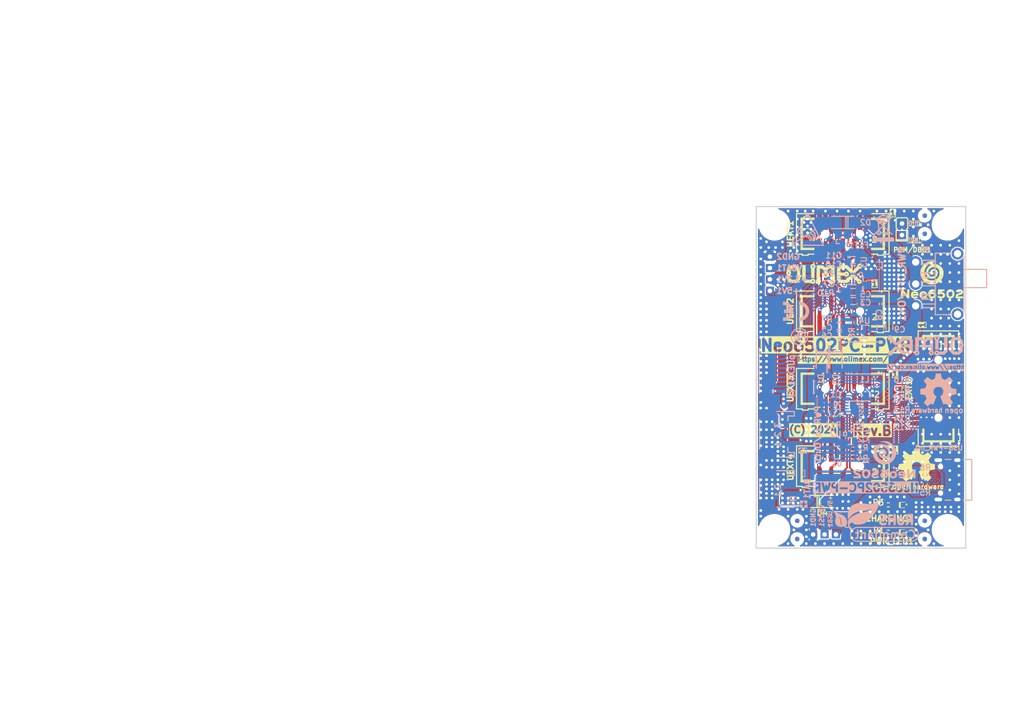
<source format=kicad_pcb>
(kicad_pcb (version 20221018) (generator pcbnew)
  (title_block (title "Neo6502PC-PWR") (date "2024-05-21") (rev "B") (company "OLIMEX LTD.") (comment 1 "https://www.olimex.com/"))
  (layers (0 "F.Cu" signal) (31 "B.Cu" signal) (34 "B.Paste" user) (35 "F.Paste" user) (36 "B.SilkS" user "B.Silkscreen") (37 "F.SilkS" user "F.Silkscreen") (38 "B.Mask" user) (39 "F.Mask" user) (44 "Edge.Cuts" user))
  (net 0 "")
  (net 1 "GND")
  (net 2 "VBAT")
  (net 3 "Net-(U3-FB)")
  (net 9 "+3.3V")
  (net 11 "Net-(U1-CHRGb)")
  (net 12 "+5V_USB")
  (net 13 "Net-(U1-PROG)")
  (net 14 "Net-(U4-FB)")
  (net 17 "/LX1")
  (net 18 "+5V")
  (net 19 "/D_N")
  (net 20 "/D_P")
  (net 21 "/GPIO23\\I2C1_SCL")
  (net 22 "/GPIO22\\I2C1_SDA")
  (net 23 "Net-(PWR_LED1-K)")
  (net 24 "/GPIO24\\SPI1_RX(MISO)")
  (net 25 "/GPIO25\\SPI1_CSn(CS#)")
  (net 26 "/GPIO26\\SPI1_SCK(CLK)")
  (net 27 "/GPIO27\\SPI1_TX(MOSI)")
  (net 28 "/GPIO28\\UART0_TX")
  (net 29 "/GPIO29\\UART0_RX")
  (net 30 "/DCDC_VIN")
  (net 31 "/PD2\\BAT_SENS")
  (net 32 "Net-(CHARGING1-K)")
  (net 33 "/PA1")
  (net 34 "/PC0")
  (net 35 "/PA2")
  (net 36 "/PC3")
  (net 37 "/PD3")
  (net 38 "/PC4")
  (net 39 "/PD4")
  (net 40 "/PC5")
  (net 41 "/PD5")
  (net 42 "/PC6")
  (net 43 "/PD6")
  (net 44 "/PC7")
  (net 45 "/SW1")
  (net 46 "/PD1\\SWIO")
  (net 47 "/PWR_SW")
  (net 48 "/PD0\\PWR_SENS")
  (net 49 "Net-(USB-PWR_In1-CC2)")
  (net 50 "Net-(USB-PWR_In1-CC1)")
  (net 51 "/PD7\\RST#")
  (net 60 "/VBUS")
  (footprint "OLIMEX_Signs-FP:Logo_OLIMEX_TB" (layer "F.Cu") (at 238.1 85.75)
    (fp_text reference "Logo_OLIMEX_TB-Top" hide)
    (fp_text value "Logo_OLIMEX_TB" hide)
  )
  (footprint "OLIMEX_Connectors-FP:GBH-254-SMT-10" (layer "F.Cu") (at 242 77 180)
    (fp_text reference "UEXT1")
    (fp_text value "P-B-V-10-LF")
  )
  (footprint "OLIMEX_Connectors-FP:GBH-254-SMT-14" (layer "F.Cu") (at 263 111 -90)
    (fp_text reference "EXT1")
    (fp_text value "B-V-14-LF")
  )
  (footprint "OLIMEX_Connectors-FP:GBH-254-SMT-10" (layer "F.Cu") (at 242 94 180)
    (fp_text reference "UEXT2")
    (fp_text value "P-B-V-10-LF")
  )
  (footprint "OLIMEX_Other-FP:Fiducial1x3_Paste" (layer "F.Cu") (at 232 140)
    (fp_text reference "FID1" hide)
    (fp_text value "Fiducial" hide)
  )
  (footprint "OLIMEX_Other-FP:Mounting_Hole_Drill-3.3mm_Clerance-7mm" (layer "F.Cu") (at 265 142)
    (fp_text reference "MH4" hide)
    (fp_text value "Mounting_Hole_NPTH" hide)
  )
  (footprint "OLIMEX_Other-FP:Fiducial1x3_Paste" (layer "F.Cu") (at 260 77)
    (fp_text reference "FID2" hide)
    (fp_text value "Fiducial" hide)
  )
  (footprint "OLIMEX_Signs-FP:Sign_OSHW_8x8" (layer "F.Cu") (at 258.25 128.25)
    (fp_text reference "Sign_OSHW_8x8-Top" hide)
    (fp_text value "Sign_OSHW_8x8" hide)
  )
  (footprint "OLIMEX_LEDs-FP:LED_0603_KA" (layer "F.Cu") (at 256 142.5)
    (fp_text reference "PWR_LED1")
    (fp_text value "LED/RED/0603")
  )
  (footprint "OLIMEX_Other-FP:Fiducial1x3" (layer "F.Cu") (at 260 73)
    (fp_text reference "FID9" hide)
    (fp_text value "Fiducial" hide)
  )
  (footprint "OLIMEX_Other-FP:Mounting_Hole_Drill-3.3mm_Clerance-7mm" (layer "F.Cu") (at 265 75)
    (fp_text reference "MH3" hide)
    (fp_text value "Mounting_Hole_NPTH" hide)
  )
  (footprint "OLIMEX_Connectors-FP:HN1x2" (layer "F.Cu") (at 255 76 90)
    (fp_text reference "PGM/DBG1")
    (fp_text value "NA(HN1x2)")
  )
  (footprint "OLIMEX_Connectors-FP:GBH-254-SMT-10" (layer "F.Cu") (at 242 111 180)
    (fp_text reference "UEXT3")
    (fp_text value "P-B-V-10-LF")
  )
  (footprint "OLIMEX_RLC-FP:R_0402_5MIL_DWS" (layer "F.Cu") (at 252 142.5 180)
    (fp_text reference "R1")
    (fp_text value "2.2k/R0402")
  )
  (footprint "OLIMEX_Signs-FP:Neo6502_Sign_Small" (layer "F.Cu") (at 261.5 87.25)
    (fp_text reference "NEO_LOGO_SMALL_Top*" hide)
    (fp_text value "LOGO" hide)
  )
  (footprint "OLIMEX_Other-FP:Mounting_Hole_Drill-3.3mm_Clerance-7mm" (layer "F.Cu") (at 227 142)
    (fp_text reference "MH1" hide)
    (fp_text value "Mounting_Hole_NPTH" hide)
  )
  (footprint "OLIMEX_Connectors-FP:GBH-254-SMT-10" (layer "F.Cu") (at 242 128 180)
    (fp_text reference "UEXT4")
    (fp_text value "P-B-V-10-LF")
  )
  (footprint "OLIMEX_RLC-FP:R_0402_5MIL_DWS" (layer "F.Cu") (at 252 136.5 180)
    (fp_text reference "R3")
    (fp_text value "2.2k/R0402")
  )
  (footprint "OLIMEX_Other-FP:Mounting_Hole_Drill-3.3mm_Clerance-7mm" (layer "F.Cu") (at 227 75)
    (fp_text reference "MH2" hide)
    (fp_text value "Mounting_Hole_NPTH" hide)
  )
  (footprint "OLIMEX_Other-FP:Fiducial1x3" (layer "F.Cu") (at 260 144)
    (fp_text reference "FID10" hide)
    (fp_text value "Fiducial" hide)
  )
  (footprint "OLIMEX_Diodes-FP:SMA-KA" (layer "F.Cu") (at 237.5 135.75)
    (fp_text reference "D4")
    (fp_text value "1N5822/SS34/SMA")
  )
  (footprint "OLIMEX_Other-FP:Fiducial1x3_Paste" (layer "F.Cu") (at 260 140)
    (fp_text reference "FID5" hide)
    (fp_text value "Fiducial" hide)
  )
  (footprint "OLIMEX_LEDs-FP:LED_0603_KA" (layer "F.Cu") (at 256 136.5)
    (fp_text reference "CHARGING1")
    (fp_text value "LED/YELLOW/0603")
  )
  (footprint "OLIMEX_Other-FP:Fiducial1x3" (layer "F.Cu") (at 232 144)
    (fp_text reference "FID6" hide)
    (fp_text value "Fiducial" hide)
  )
  (footprint "OLIMEX_Signs-FP:CE_Sign" (layer "B.Cu") (at 230.75 94 180)
    (fp_text reference "Sign_CE" hide)
    (fp_text value "CE_Sign" hide)
  )
  (footprint "OLIMEX_Signs-FP:Sign_PB-Free" (layer "B.Cu") (at 232.7032 99.25)
    (fp_text reference "Sign_PB-Free")
    (fp_text value "Sign_PB-Free")
  )
  (footprint "OLIMEX_Signs-FP:Sign_RecycleBin_1" (layer "B.Cu") (at 253.2225 78.673 180)
    (fp_text reference "Sign_RecycleBin" hide)
    (fp_text value "Sign_RecycleBin" hide)
  )
  (footprint "OLIMEX_RLC-FP:R_0402_5MIL_DWS" (layer "B.Cu") (at 260.085999 132.057999 -90)
    (fp_text reference "R5")
    (fp_text value "5.1k/1%/R0402")
  )
  (footprint "OLIMEX_RLC-FP:R_0402_5MIL_DWS" (layer "B.Cu") (at 260.086 129.899 90)
    (fp_text reference "R6")
    (fp_text value "5.1k/1%/R0402")
  )
  (footprint "OLIMEX_Connectors-FP:USB2.0_TYPE-C(A40-00119-A52-12)_Paste" (layer "B.Cu") (at 266 131)
    (fp_text reference "USB-PWR_In1")
    (fp_text value "USB-C-16P-F(A40-00119-A52-12)")
  )
  (footprint "OLIMEX_Signs-FP:Logo_OLIMEX_TB" (layer "B.Cu") (at 260 101.5 180)
    (fp_text reference "Logo_OLIMEX_TB-Bottom" hide)
    (fp_text value "Logo_OLIMEX_TB" hide)
  )
  (footprint "OLIMEX_Signs-FP:Sign_Antistatic" (layer "B.Cu") (at 237.75 79.5 180)
    (fp_text reference "Sign_Antistatic" hide)
    (fp_text value "Sign_Antistatic" hide)
  )
  (footprint "OLIMEX_Signs-FP:Sign_OSHW_8x8" (layer "B.Cu") (at 263 111.74569 180)
    (fp_text reference "Sign_OSHW_8x8" hide)
    (fp_text value "Sign_OSHW_8x8" hide)
  )
  (footprint "OLIMEX_Signs-FP:Sign_RoHS_1" (layer "B.Cu") (at 257.5645 143.8735 180)
    (fp_text reference "Sign_RoHS" hide)
    (fp_text value "Sign_RoHS" hide)
  )
  (footprint "OLIMEX_Signs-FP:Neo6502_Sign_Small" (layer "B.Cu") (at 251.25 126.75 180)
    (fp_text reference "NEO_LOGO_SMALL*" hide)
    (fp_text value "LOGO" hide)
  )
  (footprint "OLIMEX_Other-FP:Fiducial1x3_Paste" (layer "B.Cu") (at 232 140 180)
    (fp_text reference "FID7" hide)
    (fp_text value "Fiducial" hide)
  )
  (footprint "OLIMEX_RLC-FP:R_0402_5MIL_DWS" (layer "B.Cu") (at 244.25 126)
    (fp_text reference "R4")
    (fp_text value "10k/R0402")
  )
  (footprint "OLIMEX_RLC-FP:C_0402_5MIL_DWS" (layer "B.Cu") (at 252.008 119.249999 180)
    (fp_text reference "C12")
    (fp_text value "100nF/10V/20%/X5R/C0402")
  )
  (footprint "OLIMEX_RLC-FP:C_0603_5MIL_DWS" (layer "B.Cu") (at 241.25 99.25)
    (fp_text reference "C6")
    (fp_text value "22uF/6.3V/20%/X5R/C0603")
  )
  (footprint "OLIMEX_RLC-FP:R_0402_5MIL_DWS" (layer "B.Cu") (at 239 117.5)
    (fp_text reference "R11")
    (fp_text value "220k/R0402")
  )
  (footprint "OLIMEX_RLC-FP:YS75_7X8MM" (layer "B.Cu") (at 246.75 104.25)
    (fp_text reference "L1")
    (fp_text value "2.2uH/3A/YS75/7x8")
  )
  (footprint "OLIMEX_Transistors-FP:SOT23" (layer "B.Cu") (at 242 78.5 90)
    (fp_text reference "FET1")
    (fp_text value "WPM2015-3/TR")
  )
  (footprint "OLIMEX_Connectors-FP:PH2.0-2PWB" (layer "B.Cu") (at 228 133 90)
    (fp_text reference "BAT1")
    (fp_text value "PH2.0-2PWB")
  )
  (footprint "OLIMEX_Other-FP:TEST_PAD40x70_SQUARE" (layer "B.Cu") (at 226 84.5)
    (fp_text reference "VBAT1")
    (fp_text value "TESTPAD" hide)
  )
  (footprint "OLIMEX_RLC-FP:R_0402_5MIL_DWS" (layer "B.Cu") (at 241.25 85.75 180)
    (fp_text reference "R9")
    (fp_text value "220k/R0402")
  )
  (footprint "OLIMEX_RLC-FP:C_0603_5MIL_DWS" (layer "B.Cu") (at 243.639 122.5)
    (fp_text reference "C2")
    (fp_text value "22uF/6.3V/20%/X5R/C0603")
  )
  (footprint "OLIMEX_Regulators-FP:SOT-563-6" (layer "B.Cu") (at 244.25 87.25)
    (fp_text reference "U3")
    (fp_text value "TPS62A02ADRLR(SOT-563-6)")
  )
  (footprint "OLIMEX_IC-FP:SOT-23-5" (layer "B.Cu") (at 240.75 125 180)
    (fp_text reference "U1")
    (fp_text value "BL4054B-42TPRN(SOT23-5)")
  )
  (footprint "OLIMEX_RLC-FP:R_0402_5MIL_DWS" (layer "B.Cu") (at 244 96.5 -90)
    (fp_text reference "R8")
    (fp_text value "1.05k/1%/R0402")
  )
  (footprint "OLIMEX_RLC-FP:R_0402_5MIL_DWS" (layer "B.Cu") (at 252 111.5)
    (fp_text reference "R17")
    (fp_text value "10k/R0402")
  )
  (footprint "OLIMEX_Other-FP:Fiducial1x3_Paste" (layer "B.Cu") (at 260 140 180)
    (fp_text reference "FID3" hide)
    (fp_text value "Fiducial" hide)
  )
  (footprint "OLIMEX_RLC-FP:C_0603_5MIL_DWS" (layer "B.Cu") (at 250.25 97.5 90)
    (fp_text reference "C8")
    (fp_text value "22uF/6.3V/20%/X5R/C0603")
  )
  (footprint "OLIMEX_Other-FP:Fiducial1x3" (layer "B.Cu") (at 260 73 180)
    (fp_text reference "FID8" hide)
    (fp_text value "Fiducial" hide)
  )
  (footprint "OLIMEX_RLC-FP:R_0402_5MIL_DWS" (layer "B.Cu") (at 252 117.5)
    (fp_text reference "R14")
    (fp_text value "150k/R0402")
  )
  (footprint "OLIMEX_Buttons-FP:SS-12D11G5" (layer "B.Cu") (at 258 88 90)
    (fp_text reference "PWR_OFF/ON1")
    (fp_text value "SS-12D11G5")
  )
  (footprint "OLIMEX_Regulators-FP:SOT23-6" (layer "B.Cu") (at 246.75 98.5 180)
    (fp_text reference "U4")
    (fp_text value "MT3608(SOT23-6)")
  )
  (footprint "OLIMEX_RLC-FP:R_0402_5MIL_DWS" (layer "B.Cu") (at 244.25 124.25)
    (fp_text reference "R2")
    (fp_text value "10k/R0402")
  )
  (footprint "OLIMEX_Other-FP:TEST_PAD40x70_SQUARE" (layer "B.Cu") (at 226 89.5)
    (fp_text reference "+5V1")
    (fp_text value "TESTPAD" hide)
  )
  (footprint "OLIMEX_Other-FP:TEST_PAD40x70_SQUARE" (layer "B.Cu") (at 238 143 -90)
    (fp_text reference "VBUS1")
    (fp_text value "TESTPAD" hide)
  )
  (footprint "OLIMEX_RLC-FP:R_0402_5MIL_DWS" (layer "B.Cu") (at 241.25 95.75)
    (fp_text reference "R7")
    (fp_text value "8.25k/1%/R0402")
  )
  (footprint "OLIMEX_RLC-FP:R_0402_5MIL_DWS" (layer "B.Cu") (at 252 113 180)
    (fp_text reference "R15")
    (fp_text value "10k/R0402")
  )
  (footprint "OLIMEX_RLC-FP:C_0603_5MIL_DWS" (layer "B.Cu") (at 244.250002 82.75 180)
    (fp_text reference "C11")
    (fp_text value "NA(22uF/6.3V/20%/X5R/C0603)")
  )
  (footprint "OLIMEX_RLC-FP:C_0603_5MIL_DWS" (layer "B.Cu") (at 244.25 91.750001 180)
    (fp_text reference "C3")
    (fp_text value "NA(22uF/6.3V/20%/X5R/C0603)")
  )
  (footprint "OLIMEX_Other-FP:Fiducial1x3_Paste" (layer "B.Cu") (at 260 77 180)
    (fp_text reference "FID4" hide)
    (fp_text value "Fiducial" hide)
  )
  (footprint "OLIMEX_Connectors-FP:SM10B-SRSS-TB" (layer "B.Cu") (at 226.25 107 90)
    (fp_text reference "pUEXT1")
    (fp_text value "SH1.0-10P-90D")
  )
  (footprint "OLIMEX_Other-FP:Fiducial1x3" (layer "B.Cu") (at 260 144 180)
    (fp_text reference "FID12" hide)
    (fp_text value "Fiducial" hide)
  )
  (footprint "OLIMEX_RLC-FP:C_0402_5MIL_DWS" (layer "B.Cu") (at 241.25 87.25 180)
    (fp_text reference "C7")
    (fp_text value "NA(120pF/50V/5%/C0G/C0402)")
  )
  (footprint "OLIMEX_Other-FP:Fiducial1x3" (layer "B.Cu") (at 232 144 180)
    (fp_text reference "FID11" hide)
    (fp_text value "Fiducial" hide)
  )
  (footprint "OLIMEX_Diodes-FP:SMA-KA" (layer "B.Cu") (at 237.5 104 -90)
    (fp_text reference "D1")
    (fp_text value "NA(1N5822/SS34/SMA)")
  )
  (footprint "OLIMEX_RLC-FP:C_0603_5MIL_DWS" (layer "B.Cu") (at 244.249999 84.750001 180)
    (fp_text reference "C10")
    (fp_text value "22uF/6.3V/20%/X5R/C0603")
  )
  (footprint "OLIMEX_Connectors-FP:PH2.0-3PWB" (layer "B.Cu") (at 228 121 90)
    (fp_text reference "PWR_In/Out1")
    (fp_text value "PH2.0-3PWB")
  )
  (footprint "OLIMEX_RLC-FP:C_0603_5MIL_DWS" (layer "B.Cu") (at 244.25 89.75 180)
    (fp_text reference "C5")
    (fp_text value "22uF/6.3V/20%/X5R/C0603")
  )
  (footprint "OLIMEX_RLC-FP:R_0402_5MIL_DWS" (layer "B.Cu") (at 252 116 180)
    (fp_text reference "R13")
    (fp_text value "470k/R0402")
  )
  (footprint "OLIMEX_Other-FP:TEST_PAD40x70_SQUARE" (layer "B.Cu") (at 235.5 143 -90)
    (fp_text reference "GND1")
    (fp_text value "TESTPAD" hide)
  )
  (footprint "OLIMEX_RLC-FP:R_0402_5MIL_DWS" (layer "B.Cu") (at 252 109)
    (fp_text reference "R16")
    (fp_text value "NA(10k/R0402)")
  )
  (footprint "OLIMEX_RLC-FP:C_0603_5MIL_DWS" (layer "B.Cu") (at 241.25 97.25)
    (fp_text reference "C4")
    (fp_text value "NA(22uF/6.3V/20%/X5R/C0603)")
  )
  (footprint "OLIMEX_RLC-FP:R_0402_5MIL_DWS" (layer "B.Cu") (at 241.25 89.25)
    (fp_text reference "R10")
    (fp_text value "49.9k/1%/R0402")
  )
  (footprint "OLIMEX_RLC-FP:CD32" (layer "B.Cu") (at 247.999999 87.25 90)
    (fp_text reference "L2")
    (fp_text value "1.0uH/2.5A/DCR=30mR/20%/3.00x3.00x1.50mm/CD32(SWPA3015S1R0MT)")
  )
  (footprint "OLIMEX_Other-FP:TEST_PAD40x70_SQUARE" (layer "B.Cu") (at 226 87)
    (fp_text reference "+3.3V1")
    (fp_text value "TESTPAD" hide)
  )
  (footprint "OLIMEX_IC-FP:TSSOP20_Pitch-0.65mm_6.6x4.5x1.2mm" (layer "B.Cu") (at 245.5 117 90)
    (fp_text reference "U2")
    (fp_text value "CH32V003F4P6(TSSOP20)")
  )
  (footprint "OLIMEX_RLC-FP:C_0603_5MIL_DWS" (layer "B.Cu") (at 252.25 97.5 90)
    (fp_text reference "C9")
    (fp_text value "NA(22uF/6.3V/20%/X5R/C0603)")
  )
  (footprint "OLIMEX_Diodes-FP:SMA-KA" (layer "B.Cu") (at 242 74.5 180)
    (fp_text reference "D2")
    (fp_text value "1N5822/SS34/SMA")
  )
  (footprint "OLIMEX_Other-FP:TEST_PAD40x70_SQUARE" (layer "B.Cu") (at 226 82 180)
    (fp_text reference "GND2")
    (fp_text value "TESTPAD" hide)
  )
  (footprint "OLIMEX_Diodes-FP:SMA-KA" (layer "B.Cu") (at 240.500001 104 -90)
    (fp_text reference "D3")
    (fp_text value "1N5822/SS34/SMA")
  )
  (footprint "OLIMEX_RLC-FP:R_0402_5MIL_DWS" (layer "B.Cu") (at 239 115.5 180)
    (fp_text reference "R12")
    (fp_text value "470k/R0402")
  )
  (footprint "OLIMEX_Other-FP:TEST_PAD40x70_SQUARE" (layer "B.Cu") (at 240.5 143)
    (fp_text reference "+5V_USB1")
    (fp_text value "TESTPAD" hide)
  )
  (footprint "OLIMEX_RLC-FP:C_0402_5MIL_DWS" (layer "B.Cu") (at 239 113.5)
    (fp_text reference "C1")
    (fp_text value "100nF/10V/20%/X5R/C0402")
  )
  (gr_rect (start 223 71) (end 269 146) (stroke (width 0.254)) (fill none) (layer "Edge.Cuts"))
  (gr_text "https://www.olimex.com/" (at 260.25 106.25) (layer "B.SilkS" knockout) (effects (font (size 0.8636 0.8636) (thickness 0.2159) bold) (justify mirror)))
  (gr_text "-" (at 234.1 128.6 90) (layer "B.SilkS" knockout) (effects (font (size 1.27 1.27) (thickness 0.3175) bold) (justify left bottom mirror)))
  (gr_text "Neo6502PC-PWR" (at 247.1 132.75) (layer "B.SilkS" knockout) (effects (font (size 1.778 1.778) (thickness 0.4445) bold) (justify mirror)))
  (gr_text "+" (at 234.4 137) (layer "B.SilkS" knockout) (effects (font (size 1.27 1.27) (thickness 0.3175) bold) (justify left bottom mirror)))
  (gr_text "PGM" (at 257.5 78.5) (layer "B.SilkS" knockout) (effects (font (size 0.8636 0.8636) (thickness 0.2159) bold) (justify mirror)))
  (gr_text "GND" (at 257.5 74.75) (layer "B.SilkS" knockout) (effects (font (size 0.8636 0.8636) (thickness 0.2159) bold) (justify mirror)))
  (gr_text "(C) 2024" (at 235.5 120) (layer "F.SilkS" knockout) (effects (font (size 1.524 1.524) (thickness 0.381) bold)))
  (gr_text "Rev.B" (at 248.5 120.25) (layer "F.SilkS" knockout) (effects (font (size 2.032 2.032) (thickness 0.508) bold)))
  (gr_text "Neo6502PC-PWR" (at 240.5 101.5) (layer "F.SilkS" knockout) (effects (font (size 2.54 2.54) (thickness 0.635) bold)))
  (gr_text "GND" (at 258 74.75) (layer "F.SilkS" knockout) (effects (font (size 0.8636 0.8636) (thickness 0.2159) bold)))
  (gr_text "https://www.olimex.com/" (at 242 104.5) (layer "F.SilkS" knockout) (effects (font (size 1.016 1.016) (thickness 0.254) bold)))
  (gr_text "PGM" (at 258 78.5) (layer "F.SilkS" knockout) (effects (font (size 0.8636 0.8636) (thickness 0.2159) bold)))
  (segment (start 250 135) (end 249 136) (width 1.016) (layer "F.Cu") (net 1))
  (segment (start 267.5 102.75) (end 267.5 102.25) (width 1.016) (layer "F.Cu") (net 1))
  (segment (start 247.409606 76.8) (end 248.012458 77.402852) (width 1.016) (layer "F.Cu") (net 1))
  (segment (start 264.5 104.4) (end 264.9 104) (width 1.016) (layer "F.Cu") (net 1))
  (segment (start 246.83 82.47) (end 246.05 83.25) (width 1.016) (layer "F.Cu") (net 1))
  (segment (start 245.823 131.125) (end 245.798 131.1) (width 1.016) (layer "F.Cu") (net 1))
  (segment (start 247.08 133.968) (end 249.968 133.968) (width 1.016) (layer "F.Cu") (net 1))
  (segment (start 247.08 99.5) (end 247.08 100.17) (width 1.016) (layer "F.Cu") (net 1))
  (segment (start 245.798 131.1) (end 245.798 135.25) (width 1.016) (layer "F.Cu") (net 1))
  (segment (start 251.492 142.5) (end 251.492 143.242) (width 0.508) (layer "F.Cu") (net 1))
  (segment (start 247.08 94.572502) (end 247.242 94.410502) (width 0.762) (layer "F.Cu") (net 1))
  (segment (start 247.242 94.410502) (end 247.242 93.75) (width 0.762) (layer "F.Cu") (net 1))
  (segment (start 248.6 126.6) (end 250 128) (width 1.016) (layer "F.Cu") (net 1))
  (segment (start 267.75 102.5) (end 267.5 102.25) (width 1.016) (layer "F.Cu") (net 1))
  (segment (start 247.08 128.92) (end 248 128) (width 1.016) (layer "F.Cu") (net 1))
  (segment (start 247.625 81.925) (end 248.1 81.45) (width 1.016) (layer "F.Cu") (net 1))
  (segment (start 246.05 83.5) (end 247.625 81.925) (width 1.016) (layer "F.Cu") (net 1))
  (segment (start 247.08 131.125) (end 245.823 131.125) (width 1.016) (layer "F.Cu") (net 1))
  (segment (start 251.492 142.5) (end 250.25 142.5) (width 0.508) (layer "F.Cu") (net 1))
  (segment (start 245.798 135.25) (end 245.798 135.798) (width 1.016) (layer "F.Cu") (net 1))
  (segment (start 264.9 104) (end 267.5 104) (width 1.016) (layer "F.Cu") (net 1))
  (segment (start 267.5 121) (end 268.111 121.611) (width 1.016) (layer "F.Cu") (net 1))
  (segment (start 248.1 77.48469) (end 248.01531 77.4) (width 1.016) (layer "F.Cu") (net 1))
  (segment (start 247.08 103.17) (end 246.75 103.5) (width 1.016) (layer "F.Cu") (net 1))
  (segment (start 248.1 81.45) (end 248.1 79.4) (width 1.016) (layer "F.Cu") (net 1))
  (segment (start 247.08 131.125) (end 249.875 131.125) (width 1.016) (layer "F.Cu") (net 1))
  (segment (start 247.08 80.125) (end 247.08 77.73) (width 1.016) (layer "F.Cu") (net 1))
  (segment (start 250 134) (end 250 135) (width 1.016) (layer "F.Cu") (net 1))
  (segment (start 248.01531 77.4) (end 247.625 77.79031) (width 1.016) (layer "F.Cu") (net 1))
  (segment (start 267.75 104.15) (end 267.75 102.5) (width 1.016) (layer "F.Cu") (net 1))
  (segment (start 247.08 134.5) (end 247.08 135.83) (width 1.016) (layer "F.Cu") (net 1))
  (segment (start 245.35 84.2) (end 245.35 85.925) (width 1.016) (layer "F.Cu") (net 1))
  (segment (start 252 143.75) (end 252 145) (width 0.508) (layer "F.Cu") (net 1))
  (segment (start 247.08 99.5) (end 247.08 103.17) (width 1.016) (layer "F.Cu") (net 1))
  (segment (start 247.08 100.17) (end 247.08 97.125) (width 1.016) (layer "F.Cu") (net 1))
  (segment (start 246 145) (end 258.1 145) (width 1.016) (layer "F.Cu") (net 1))
  (segment (start 247.3 76.8) (end 247.34342 76.8) (width 1.016) (layer "F.Cu") (net 1))
  (segment (start 245.798 83.752) (end 248.1 81.45) (width 1.016) (layer "F.Cu") (net 1))
  (segment (start 247.08 94.728001) (end 247.110466 94.697535) (width 1.016) (layer "F.Cu") (net 1))
  (segment (start 264.125 102.875) (end 263.5 102.25) (width 1.016) (layer "F.Cu") (net 1))
  (segment (start 268.111 121.611) (end 268.111 126.65) (width 1.016) (layer "F.Cu") (net 1))
  (segment (start 246.05 83.5) (end 245.35 84.2) (width 1.016) (layer "F.Cu") (net 1))
  (segment (start 238 145) (end 246 145) (width 1.016) (layer "F.Cu") (net 1))
  (segment (start 267.15 137.65) (end 267.5 138) (width 1.016) (layer "F.Cu") (net 1))
  (segment (start 247 129.5) (end 245.798 129.5) (width 1.016) (layer "F.Cu") (net 1))
  (segment (start 245.35 83.95) (end 245.35 84.2) (width 1.016) (layer "F.Cu") (net 1))
  (segment (start 245.814 117.936) (end 245.814 118) (width 1.016) (layer "F.Cu") (net 1))
  (segment (start 245.798 86.373) (end 245.798 88.3) (width 1.016) (layer "F.Cu") (net 1))
  (segment (start 245.814 118) (end 245.814 124.984002) (width 1.016) (layer "F.Cu") (net 1))
  (segment (start 245.798 84.6) (end 245.798 83.752) (width 1.016) (layer "F.Cu") (net 1))
  (segment (start 250 136) (end 250 138) (width 1.016) (layer "F.Cu") (net 1))
  (segment (start 251.492 143.242) (end 252 143.75) (width 0.508) (layer "F.Cu") (net 1))
  (segment (start 250 136) (end 250 135) (width 1.016) (layer "F.Cu") (net 1))
  (segment (start 267.5 102.25) (end 263.5 102.25) (width 1.016) (layer "F.Cu") (net 1))
  (segment (start 264.125 102.875) (end 267.375 102.875) (width 1.016) (layer "F.Cu") (net 1))
  (segment (start 267.5 104.4) (end 267.75 104.15) (width 1.016) (layer "F.Cu") (net 1))
  (segment (start 267.5 104.4) (end 267.5 104) (width 1.016) (layer "F.Cu") (net 1))
  (segment (start 248.6 127.4) (end 248 128) (width 1.016) (layer "F.Cu") (net 1))
  (segment (start 264.5 104.4) (end 264.5 103.25) (width 1.016) (layer "F.Cu") (net 1))
  (segment (start 249.875 131.125) (end 250 131) (width 1.016) (layer "F.Cu") (net 1))
  (segment (start 245.798 88.3) (end 245.798 92.55) (width 1.016) (layer "F.Cu") (net 1))
  (segment (start 247.08 82.47) (end 246.83 82.47) (width 1.016) (layer "F.Cu") (net 1))
  (segment (start 250 131) (end 250 134) (width 1.016) (layer "F.Cu") (net 1))
  (segment (start 247.08 131.125) (end 247.08 129.58) (width 1.016) (layer "F.Cu") (net 1))
  (segment (start 245.35 87.852) (end 245.798 88.3) (width 1.016) (layer "F.Cu") (net 1))
  (segment (start 247.08 97.125) (end 247.08 94.728001) (width 1.016) (layer "F.Cu") (net 1))
  (segment (start 246.98038 111.61962) (end 247.08 111.71924) (width 0.762) (layer "F.Cu") (net 1))
  (segment (start 245.798 135.798) (end 246 136) (width 1.016) (layer "F.Cu") (net 1))
  (segment (start 248 128) (end 250 128) (width 1.016) (layer "F.Cu") (net 1))
  (segment (start 267.375 102.875) (end 267.5 102.75) (width 1.016) (layer "F.Cu") (net 1))
  (segment (start 245.798 88.3) (end 245.798 84.6) (width 1.016) (layer "F.Cu") (net 1))
  (segment (start 248.1 77.55658) (end 248.01531 77.47189) (width 1.016) (layer "F.Cu") (net 1))
  (segment (start 245.35 85.925) (end 245.35 87.852) (width 1.016) (layer "F.Cu") (net 1))
  (segment (start 268.111 137.389) (end 267.5 138) (width 1.016) (layer "F.Cu") (net 1))
  (segment (start 268.081 126.68) (end 268.111 126.65) (width 1.016) (layer "F.Cu") (net 1))
  (segment (start 250.25 142.5) (end 250 142.25) (width 0.508) (layer "F.Cu") (net 1))
  (segment (start 247.08 134.92) (end 246 136) (width 1.016) (layer "F.Cu") (net 1))
  (segment (start 247.08 97.125) (end 247.08 94.572502) (width 0.762) (layer "F.Cu") (net 1))
  (segment (start 247.34342 76.8) (end 248.01531 77.47189) (width 1.016) (layer "F.Cu") (net 1))
  (segment (start 238 145) (end 234 145) (width 1.016) (layer "F.Cu") (net 1))
  (segment (start 249.968 133.968) (end 250 134) (width 1.016) (layer "F.Cu") (net 1))
  (segment (start 247.08 133.968) (end 245.798 135.25) (width 1.016) (layer "F.Cu") (net 1))
  (segment (start 247.242 93.75) (end 247.25 93.758) (width 0.762) (layer "F.Cu") (net 1))
  (segment (start 246.05 83.25) (end 245.35 83.95) (width 1.016) (layer "F.Cu") (net 1))
  (segment (start 264.5 103.25) (end 264.125 102.875) (width 1.016) (layer "F.Cu") (net 1))
  (segment (start 247.08 80.125) (end 247.08 82.47) (width 1.016) (layer "F.Cu") (net 1))
  (segment (start 250 128) (end 250 131) (width 1.016) (layer "F.Cu") (net 1))
  (segment (start 248.6 126.6) (end 248.6 127.4) (width 1.016) (layer "F.Cu") (net 1))
  (segment (start 247.08 131.125) (end 247.08 134.92) (width 1.016) (layer "F.Cu") (net 1))
  (segment (start 246 136) (end 250 136) (width 1.016) (layer "F.Cu") (net 1))
  (segment (start 252.5 118.4) (end 252.5 125) (width 1.016) (layer "F.Cu") (net 1))
  (segment (start 246.05 83.25) (end 246.05 83.5) (width 1.016) (layer "F.Cu") (net 1))
  (segment (start 268.111 126.65) (end 268.111 137.389) (width 1.016) (layer "F.Cu") (net 1))
  (segment (start 247.08 131.125) (end 247.08 134.5) (width 1.016) (layer "F.Cu") (net 1))
  (segment (start 247.3 77.508) (end 247.3 76.8) (width 1.016) (layer "F.Cu") (net 1))
  (segment (start 247.08 129.58) (end 247 129.5) (width 1.016) (layer "F.Cu") (net 1))
  (segment (start 267.15 126.68) (end 268.081 126.68) (width 1.016) (layer "F.Cu") (net 1))
  (segment (start 247.08 111.71924) (end 247.08 114.125) (width 0.762) (layer "F.Cu") (net 1))
  (segment (start 247.079 77.729) (end 247.3 77.508) (width 1.016) (layer "F.Cu") (net 1))
  (segment (start 267.15 126.68) (end 267.15 137.65) (width 1.016) (layer "F.Cu") (net 1))
  (segment (start 247.625 77.79031) (end 247.625 81.925) (width 1.016) (layer "F.Cu") (net 1))
  (segment (start 247.08 77.73) (end 247.079 77.729) (width 1.016) (layer "F.Cu") (net 1))
  (segment (start 264.5 104.4) (end 267.5 104.4) (width 1.016) (layer "F.Cu") (net 1))
  (segment (start 247.08 116.67) (end 245.814 117.936) (width 1.016) (layer "F.Cu") (net 1))
  (segment (start 248.6 125) (end 248.6 126.6) (width 1.016) (layer "F.Cu") (net 1))
  (segment (start 267.5 104) (end 267.5 102.75) (width 1.016) (layer "F.Cu") (net 1))
  (segment (start 246.75 100.5) (end 247.08 100.17) (width 1.016) (layer "F.Cu") (net 1))
  (segment (start 248.1 78.4) (end 248.1 77.48469) (width 1.016) (layer "F.Cu") (net 1))
  (segment (start 247.08 97.125) (end 247.08 99.5) (width 1.016) (layer "F.Cu") (net 1))
  (segment (start 267.15 126.68) (end 267.15 121.35) (width 1.016) (layer "F.Cu") (net 1))
  (segment (start 248.1 79.4) (end 248.1 77.55658) (width 1.016) (layer "F.Cu") (net 1))
  (segment (start 245.35 85.925) (end 245.798 86.373) (width 1.016) (layer "F.Cu") (net 1))
  (segment (start 247.08 114.125) (end 247.08 116.67) (width 1.016) (layer "F.Cu") (net 1))
  (segment (start 246.75 103.5) (end 246.75 100.5) (width 1.016) (layer "F.Cu") (net 1))
  (segment (start 247.25 93.758) (end 247.25 96.955) (width 0.762) (layer "F.Cu") (net 1))
  (segment (start 247.08 132.92) (end 247.08 133.968) (width 1.016) (layer "F.Cu") (net 1))
  (segment (start 247.08 82.47) (end 247.625 81.925) (width 1.016) (layer "F.Cu") (net 1))
  (segment (start 245.798 83.752) (end 246.05 83.5) (width 1.016) (layer "F.Cu") (net 1))
  (segment (start 267.15 121.35) (end 267.5 121) (width 1.016) (layer "F.Cu") (net 1))
  (segment (start 247.25 96.955) (end 247.08 97.125) (width 0.762) (layer "F.Cu") (net 1))
  (segment (start 247.08 131.125) (end 247.08 128.92) (width 1.016) (layer "F.Cu") (net 1))
  (segment (start 245.798 129.5) (end 245.798 131.1) (width 1.016) (layer "F.Cu") (net 1))
  (segment (start 247.3 76.8) (end 247.409606 76.8) (width 1.016) (layer "F.Cu") (net 1))
  (segment (start 247.08 132.92) (end 247.08 131.125) (width 0.508) (layer "F.Cu") (net 1))
  (via (at 267.5 137) (size 1) (drill 0.6) (layers "F.Cu" "B.Cu") (net 1))
  (via (at 267.5 134.089999) (size 1) (drill 0.6) (layers "F.Cu" "B.Cu") (net 1))
  (via (at 267.5 128) (size 1) (drill 0.6) (layers "F.Cu" "B.Cu") (net 1))
  (via (at 265.5 129) (size 1) (drill 0.6) (layers "F.Cu" "B.Cu") (net 1))
  (via (at 265.5 133.25) (size 1) (drill 0.6) (layers "F.Cu" "B.Cu") (net 1))
  (via (at 267.5 78.5) (size 1) (drill 0.6) (layers "F.Cu" "B.Cu") (net 1))
  (via (at 226.5 133) (size 1) (drill 0.6) (layers "F.Cu" "B.Cu") (net 1))
  (via (at 264.5 138) (size 1) (drill 0.6) (layers "F.Cu" "B.Cu") (net 1))
  (via (at 254.25 87) (size 1) (drill 0.6) (layers "F.Cu" "B.Cu") (net 1))
  (via (at 267.5 85.5) (size 1) (drill 0.6) (layers "F.Cu" "B.Cu") (net 1))
  (via (at 240.75 72) (size 1) (drill 0.6) (layers "F.Cu" "B.Cu") (net 1))
  (via (at 248.1 79.4) (size 1) (drill 0.6) (layers "F.Cu" "B.Cu") (net 1))
  (via (at 260.75 137) (size 1) (drill 0.6) (layers "F.Cu" "B.Cu") (net 1))
  (via (at 227.75 122.75) (size 1) (drill 0.6) (layers "F.Cu" "B.Cu") (net 1))
  (via (at 252.5 134.75) (size 1) (drill 0.6) (layers "F.Cu" "B.Cu") (net 1))
  (via (at 250 145) (size 1) (drill 0.6) (layers "F.Cu" "B.Cu") (net 1))
  (via (at 248 145) (size 1) (drill 0.6) (layers "F.Cu" "B.Cu") (net 1))
  (via (at 224 131) (size 1) (drill 0.6) (layers "F.Cu" "B.Cu") (net 1))
  (via (at 265.5 109.75) (size 1) (drill 0.6) (layers "F.Cu" "B.Cu") (net 1))
  (via (at 227.75 125.75) (size 1) (drill 0.6) (layers "F.Cu" "B.Cu") (net 1))
  (via (at 223.972 92.25) (size 1) (drill 0.6) (layers "F.Cu" "B.Cu") (net 1))
  (via (at 248.01531 77.4) (size 1) (drill 0.6) (layers "F.Cu" "B.Cu") (net 1))
  (via (at 265.5 125) (size 1) (drill 0.6) (layers "F.Cu" "B.Cu") (net 1))
  (via (at 225.25 120) (size 1) (drill 0.6) (layers "F.Cu" "B.Cu") (net 1))
  (via (at 224 133.75) (size 1) (drill 0.6) (layers "F.Cu" "B.Cu") (net 1))
  (via (at 258.1 140.75) (size 1) (drill 0.6) (layers "F.Cu" "B.Cu") (net 1))
  (via (at 229 129.75) (size 1) (drill 0.6) (layers "F.Cu" "B.Cu") (net 1))
  (via (at 244 145) (size 1) (drill 0.6) (layers "F.Cu" "B.Cu") (net 1))
  (via (at 258.1 143.25) (size 1) (drill 0.6) (layers "F.Cu" "B.Cu") (net 1))
  (via (at 229 125.75) (size 1) (drill 0.6) (layers "F.Cu" "B.Cu") (net 1))
  (via (at 225.25 132) (size 1) (drill 0.6) (layers "F.Cu" "B.Cu") (net 1))
  (via (at 224 106.25) (size 1) (drill 0.6) (layers "F.Cu" "B.Cu") (net 1))
  (via (at 265.5 79.5) (size 1) (drill 0.6) (layers "F.Cu" "B.Cu") (net 1))
  (via (at 225.25 133) (size 1) (drill 0.6) (layers "F.Cu" "B.Cu") (net 1))
  (via (at 228.75 78.75) (size 1) (drill 0.6) (layers "F.Cu" "B.Cu") (net 1))
  (via (at 225.25 107.5) (size 1) (drill 0.6) (layers "F.Cu" "B.Cu") (net 1))
  (via (at 252.25 93.5) (size 1) (drill 0.6) (layers "F.Cu" "B.Cu") (net 1))
  (via (at 252.5 125) (size 1) (drill 0.6) (layers "F.Cu" "B.Cu") (net 1))
  (via (at 252.25 87) (size 1) (drill 0.6) (layers "F.Cu" "B.Cu") (net 1))
  (via (at 253.25 89) (size 1) (drill 0.6) (layers "F.Cu" "B.Cu") (net 1))
  (via (at 253.25 85) (size 1) (drill 0.6) (layers "F.Cu" "B.Cu") (net 1))
  (via (at 267.5 91.5) (size 1) (drill 0.6) (layers "F.Cu" "B.Cu") (net 1))
  (via (at 223.972 93.5) (size 1) (drill 0.6) (layers "F.Cu" "B.Cu") (net 1))
  (via (at 225.25 96) (size 1) (drill 0.6) (layers "F.Cu" "B.Cu") (net 1))
  (via (at 255.5 138) (size 1) (drill 0.6) (layers "F.Cu" "B.Cu") (net 1))
  (via (at 224 114) (size 1) (drill 0.6) (layers "F.Cu" "B.Cu") (net 1))
  (via (at 227.75 128.25) (size 1) (drill 0.6) (layers "F.Cu" "B.Cu") (net 1))
  (via (at 248 138) (size 1) (drill 0.6) (layers "F.Cu" "B.Cu") (net 1))
  (via (at 226.5 131) (size 1) (drill 0.6) (layers "F.Cu" "B.Cu") (net 1))
  (via (at 261.5 89.5) (size 1) (drill 0.6) (layers "F.Cu" "B.Cu") (net 1))
  (via (at 253.25 86) (size 1) (drill 0.6) (layers "F.Cu" "B.Cu") (net 1))
  (via (at 253.25 94.5) (size 1) (drill 0.6) (layers "F.Cu" "B.Cu") (net 1))
  (via (at 255.5 127) (size 1) (drill 0.6) (layers "F.Cu" "B.Cu") (net 1))
  (via (at 262 145) (size 1) (drill 0.6) (layers "F.Cu" "B.Cu") (net 1))
  (via (at 267.5 114.8) (size 1) (drill 0.6) (layers "F.Cu" "B.Cu") (net 1))
  (via (at 250.5 123.75) (size 1) (drill 0.6) (layers "F.Cu" "B.Cu") (net 1))
  (via (at 261.5 123) (size 1) (drill 0.6) (layers "F.Cu" "B.Cu") (net 1))
  (via (at 225.25 78.75) (size 1) (drill 0.6) (layers "F.Cu" "B.Cu") (net 1))
  (via (at 224 118.25) (size 1) (drill 0.6) (layers "F.Cu" "B.Cu") (net 1))
  (via (at 265.5 87.5) (size 1) (drill 0.6) (layers "F.Cu" "B.Cu") (net 1))
  (via (at 265.5 89.5) (size 1) (drill 0.6) (layers "F.Cu" "B.Cu") (net 1))
  (via (at 225.25 105) (size 1) (drill 0.6) (layers "F.Cu" "B.Cu") (net 1))
  (via (at 227.75 121.75) (size 1) (drill 0.6) (layers "F.Cu" "B.Cu") (net 1))
  (via (at 265.5 114.8) (size 1) (drill 0.6) (layers "F.Cu" "B.Cu") (net 1))
  (via (at 265.5 104.4) (size 1) (drill 0.6) (layers "F.Cu" "B.Cu") (net 1))
  (via (at 246 145) (size 1) (drill 0.6) (layers "F.Cu" "B.Cu") (net 1))
  (via (at 263.5 83.5) (size 1) (drill 0.6) (layers "F.Cu" "B.Cu") (net 1))
  (via (at 257.5 123) (size 1) (drill 0.6) (layers "F.Cu" "B.Cu") (net 1))
  (via (at 256 145) (size 1) (drill 0.6) (layers "F.Cu" "B.Cu") (net 1))
  (via (at 261.5 79.5) (size 1) (drill 0.6) (layers "F.Cu" "B.Cu") (net 1))
  (via (at 255.25 86) (size 1) (drill 0.6) (layers "F.Cu" "B.Cu") (net 1))
  (via (at 225.25 106.25) (size 1) (drill 0.6) (layers "F.Cu" "B.Cu") (net 1))
  (via (at 259.299999 131.549999) (size 0.8) (drill 0.4) (layers "F.Cu" "B.Cu") (net 1))
  (via (at 225.25 123.75) (size 1) (drill 0.6) (layers "F.Cu" "B.Cu") (net 1))
  (via (at 227.75 123.75) (size 1) (drill 0.6) (layers "F.Cu" "B.Cu") (net 1))
  (via (at 230 72) (size 1) (drill 0.6) (layers "F.Cu" "B.Cu") (net 1))
  (via (at 263.5 93.5) (size 1) (drill 0.6) (layers "F.Cu" "B.Cu") (net 1))
  (via (at 265.5 123) (size 1) (drill 0.6) (layers "F.Cu" "B.Cu") (net 1))
  (via (at 233.75 72) (size 1) (drill 0.6) (layers "F.Cu" "B.Cu") (net 1))
  (via (at 263.5 85.5) (size 1) (drill 0.6) (layers "F.Cu" "B.Cu") (net 1))
  (via (at 263.5 121) (size 1) (drill 0.6) (layers "F.Cu" "B.Cu") (net 1))
  (via (at 259.4 137) (size 1) (drill 0.6) (layers "F.Cu" "B.Cu") (net 1))
  (via (at 231.25 142) (size 1) (drill 0.6) (layers "F.Cu" "B.Cu") (net 1))
  (via (at 250 134.75) (size 1) (drill 0.6) (layers "F.Cu" "B.Cu") (net 1))
  (via (at 246.98038 111.61962) (size 0.8) (drill 0.4) (layers "F.Cu" "B.Cu") (net 1))
  (via (at 265.75 138) (size 1) (drill 0.6) (layers "F.Cu" "B.Cu") (net 1))
  (via (at 256.4 114.4) (size 0.8) (drill 0.4) (layers "F.Cu" "B.Cu") (net 1))
  (via (at 251.25 83) (size 1) (drill 0.6) (layers "F.Cu" "B.Cu") (net 1))
  (via (at 224 97.25) (size 1) (drill 0.6) (layers "F.Cu" "B.Cu") (net 1))
  (via (at 229 128.25) (size 1) (drill 0.6) (layers "F.Cu" "B.Cu") (net 1))
  (via (at 259.5 100.75) (size 1) (drill 0.6) (layers "F.Cu" "B.Cu") (net 1))
  (via (at 267.5 117.35) (size 1) (drill 0.6) (layers "F.Cu" "B.Cu") (net 1))
  (via (at 261.5 81.5) (size 1) (drill 0.6) (layers "F.Cu" "B.Cu") (net 1))
  (via (at 253.5 74) (size 1) (drill 0.6) (layers "F.Cu" "B.Cu") (net 1))
  (via (at 242 145) (size 1) (drill 0.6) (layers "F.Cu" "B.Cu") (net 1))
  (via (at 265.5 102.25) (size 1) (drill 0.6) (layers "F.Cu" "B.Cu") (net 1))
  (via (at 224 89.75) (size 1) (drill 0.6) (layers "F.Cu" "B.Cu") (net 1))
  (via (at 255.25 95.5) (size 1) (drill 0.6) (layers "F.Cu" "B.Cu") (net 1))
  (via (at 254.25 88) (size 1) (drill 0.6) (layers "F.Cu" "B.Cu") (net 1))
  (via (at 264.5 104.4) (size 1) (drill 0.6) (layers "F.Cu" "B.Cu") (net 1))
  (via (at 254 143.75) (size 1) (drill 0.6) (layers "F.Cu" "B.Cu") (net 1))
  (via (at 225.25 134) (size 1) (drill 0.6) (layers "F.Cu" "B.Cu") (net 1))
  (via (at 227.75 132) (size 1) (drill 0.6) (layers "F.Cu" "B.Cu") (net 1))
  (via (at 263.5 97.25) (size 1) (drill 0.6) (layers "F.Cu" "B.Cu") (net 1))
  (via (at 259.3 130.4) (size 0.8) (drill 0.4) (layers "F.Cu" "B.Cu") (net 1))
  (via (at 254 145) (size 1) (drill 0.6) (layers "F.Cu" "B.Cu") (net 1))
  (via (at 258.1 145) (size 1) (drill 0.6) (layers "F.Cu" "B.Cu") (net 1))
  (via (at 267.5 125) (size 1) (drill 0.6) (layers "F.Cu" "B.Cu") (net 1))
  (via (at 265.25 93.5) (size 1) (drill 0.6) (layers "F.Cu" "B.Cu") (net 1))
  (via (at 254 134.75) (size 1) (drill 0.6) (layers "F.Cu" "B.Cu") (net 1))
  (via (at 226.5 118.25) (size 1) (drill 0.6) (layers "F.Cu" "B.Cu") (net 1))
  (via (at 232 72) (size 1) (drill 0.6) (layers "F.Cu" "B.Cu") (net 1))
  (via (at 247.3 76.8) (size 0.8) (drill 0.4) (layers "F.Cu" "B.Cu") (net 1))
  (via (at 259.4 138) (size 1) (drill 0.6) (layers "F.Cu" "B.Cu") (net 1))
  (via (at 261.5 85.5) (size 1) (drill 0.6) (layers "F.Cu" "B.Cu") (net 1))
  (via (at 228 137.5) (size 1) (drill 0.6) (layers "F.Cu" "B.Cu") (net 1))
  (via (at 261.5 95.5) (size 1) (drill 0.6) (layers "F.Cu" "B.Cu") (net 1))
  (via (at 226.5 134) (size 1) (drill 0.6) (layers "F.Cu" "B.Cu") (net 1))
  (via (at 259.5 127) (size 1) (drill 0.6) (layers "F.Cu" "B.Cu") (net 1))
  (via (at 257.5 125) (size 1) (drill 0.6) (layers "F.Cu" "B.Cu") (net 1))
  (via (at 245.8 72) (size 1) (drill 0.6) (layers "F.Cu" "B.Cu") (net 1))
  (via (at 266.5 102.25) (size 1) (drill 0.6) (layers "F.Cu" "B.Cu") (net 1))
  (via (at 228.75 80) (size 1) (drill 0.6) (layers "F.Cu" "B.Cu") (net 1))
  (via (at 259.4 136) (size 1) (drill 0.6) (layers "F.Cu" "B.Cu") (net 1))
  (via (at 246.75 102.5) (size 1) (drill 0.6) (layers "F.Cu" "B.Cu") (net 1))
  (via (at 225.25 126.75) (size 1) (drill 0.6) (layers "F.Cu" "B.Cu") (net 1))
  (via (at 248 143.75) (size 1) (drill 0.6) (layers "F.Cu" "B.Cu") (net 1))
  (via (at 230 145) (size 1) (drill 0.6) (layers "F.Cu" "B.Cu") (net 1))
  (via (at 257.5 79.5) (size 1) (drill 0.6) (layers "F.Cu" "B.Cu") (net 1))
  (via (at 248.6 123.75) (size 1) (drill 0.6) (layers "F.Cu" "B.Cu") (net 1))
  (via (at 254 138) (size 1) (drill 0.6) (layers "F.Cu" "B.Cu") (net 1))
  (via (at 224 127.75) (size 1) (drill 0.6) (layers "F.Cu" "B.Cu") (net 1))
  (via (at 255.25 88) (size 1) (drill 0.6) (layers "F.Cu" "B.Cu") (net 1))
  (via (at 253.25 96.5) (size 1) (drill 0.6) (layers "F.Cu" "B.Cu") (net 1))
  (via (at 265.5 100.75) (size 1) (drill 0.6) (layers "F.Cu" "B.Cu") (net 1))
  (via (at 255.25 94.5) (size 1) (drill 0.6) (layers "F.Cu" "B.Cu") (net 1))
  (via (at 267.509999 130) (size 1) (drill 0.6) (layers "F.Cu" "B.Cu") (net 1))
  (via (at 227.75 126.75) (size 1) (drill 0.6) (layers "F.Cu" "B.Cu") (net 1))
  (via (at 261.6 117.3) (size 0.8) (drill 0.4) (layers "F.Cu" "B.Cu") (net 1))
  (via (at 263.5 99) (size 1) (drill 0.6) (layers "F.Cu" "B.Cu") (net 1))
  (via (at 256.1 103.55) (size 1) (drill 0.6) (layers "F.Cu" "B.Cu") (net 1))
  (via (at 225.25 121.75) (size 1) (drill 0.6) (layers "F.Cu" "B.Cu") (net 1))
  (via (at 243.25 72) (size 1) (drill 0.6) (layers "F.Cu" "B.Cu") (net 1))
  (via (at 255.5 134.75) (size 1) (drill 0.6) (layers "F.Cu" "B.Cu") (net 1))
  (via (at 226.5 126.75) (size 1) (drill 0.6) (layers "F.Cu" "B.Cu") (net 1))
  (via (at 224 98.5) (size 1) (drill 0.6) (layers "F.Cu" "B.Cu") (net 1))
  (via (at 238.2 72) (size 1) (drill 0.6) (layers "F.Cu" "B.Cu") (net 1))
  (via (at 267.5 123) (size 1) (drill 0.6) (layers "F.Cu" "B.Cu") (net 1))
  (via (at 263.5 91.5) (size 1) (drill 0.6) (layers "F.Cu" "B.Cu") (net 1))
  (via (at 247.242 93.75) (size 0.8) (drill 0.4) (layers "F.Cu" "B.Cu") (net 1))
  (via (at 263.5 102.25) (size 1) (drill 0.6) (layers "F.Cu" "B.Cu") (net 1))
  (via (at 225.25 135) (size 1) (drill 0.6) (layers "F.Cu" "B.Cu") (net 1))
  (via (at 230 139) (size 1) (drill 0.6) (layers "F.Cu" "B.Cu") (net 1))
  (via (at 262 138) (size 1) (drill 0.6) (layers "F.Cu" "B.Cu") (net 1))
  (via (at 267.5 97.25) (size 1) (drill 0.6) (layers "F.Cu" "B.Cu") (net 1))
  (via (at 225.25 97.25) (size 1) (drill 0.6) (layers "F.Cu" "B.Cu") (net 1))
  (via (at 250 136) (size 1) (drill 0.6) (layers "F.Cu" "B.Cu") (net 1))
  (via (at 224 88) (size 1) (drill 0.6) (layers "F.Cu" "B.Cu") (net 1))
  (via (at 262 72) (size 1) (drill 0.6) (layers "F.Cu" "B.Cu") (net 1))
  (via (at 225.25 92.25) (size 1) (drill 0.6) (layers "F.Cu" "B.Cu") (net 1))
  (via (at 224 121.75) (size 1) (drill 0.6) (layers "F.Cu" "B.Cu") (net 1))
  (via (at 251.25 88) (size 1) (drill 0.6) (layers "F.Cu" "B.Cu") (net 1))
  (via (at 226.5 122.75) (size 1) (drill 0.6) (layers "F.Cu" "B.Cu") (net 1))
  (via (at 224 120) (size 1) (drill 0.6) (layers "F.Cu" "B.Cu") (net 1))
  (via (at 245.85 86.475) (size 0.8) (drill 0.4) (layers "F.Cu" "B.Cu") (net 1))
  (via (at 267.5 87.5) (size 1) (drill 0.6) (layers "F.Cu" "B.Cu") (net 1))
  (via (at 254.25 96.5) (size 1) (drill 0.6) (layers "F.Cu" "B.Cu") (net 1))
  (via (at 223.972 103.75) (size 1) (drill 0.6) (layers "F.Cu" "B.Cu") (net 1))
  (via (at 224 80) (size 1) (drill 0.6) (layers "F.Cu" "B.Cu") (net 1))
  (via (at 258.1 142) (size 1) (drill 0.6) (layers "F.Cu" "B.Cu") (net 1))
  (via (at 252.25 86) (size 1) (drill 0.6) (layers "F.Cu" "B.Cu") (net 1))
  (via (at 234 142) (size 1) (drill 0.6) (layers "F.Cu" "B.Cu") (net 1))
  (via (at 248 142.25) (size 1) (drill 0.6) (layers "F.Cu" "B.Cu") (net 1))
  (via (at 225.25 98.5) (size 1) (drill 0.6) (layers "F.Cu" "B.Cu") (net 1))
  (via (at 259.75 107.2) (size 1) (drill 0.6) (layers "F.Cu" "B.Cu") (net 1))
  (via (at 227.25 80) (size 1) (drill 0.6) (layers "F.Cu" "B.Cu") (net 1))
  (via (at 265.5 112.275) (size 1) (drill 0.6) (layers "F.Cu" "B.Cu") (net 1))
  (via (at 254.25 84) (size 1) (drill 0.6) (layers "F.Cu" "B.Cu") (net 1))
  (via (at 267.5 83.5) (size 1) (drill 0.6) (layers "F.Cu" "B.Cu") (net 1))
  (via (at 246.75 101.5) (size 1) (drill 0.6) (layers "F.Cu" "B.Cu") (net 1))
  (via (at 227.75 131) (size 1) (drill 0.6) (layers "F.Cu" "B.Cu") (net 1))
  (via (at 257.5 75.5) (size 1) (drill 0.6) (layers "F.Cu" "B.Cu") (net 1))
  (via (at 263.5 123) (size 1) (drill 0.6) (layers "F.Cu" "B.Cu") (net 1))
  (via (at 251.3168 84) (size 1) (drill 0.6) (layers "F.Cu" "B.Cu") (net 1))
  (via (at 225.25 115.25) (size 1) (drill 0.6) (layers "F.Cu" "B.Cu") (net 1))
  (via (at 265.5 107.2) (size 1) (drill 0.6) (layers "F.Cu" "B.Cu") (net 1))
  (via (at 245.814 123.75) (size 1) (drill 0.6) (layers "F.Cu" "B.Cu") (net 1))
  (via (at 259.5 81.5) (size 1) (drill 0.6) (layers "F.Cu" "B.Cu") (net 1))
  (via (at 232 73.75) (size 1) (drill 0.6) (layers "F.Cu" "B.Cu") (net 1))
  (via (at 230.5 77.25) (size 1) (drill 0.6) (layers "F.Cu" "B.Cu") (net 1))
  (via (at 245.35 85.925) (size 0.8) (drill 0.4) (layers "F.Cu" "B.Cu") (net 1))
  (via (at 253.25 84) (size 1) (drill 0.6) (layers "F.Cu" "B.Cu") (net 1))
  (via (at 261.5 121) (size 1) (drill 0.6) (layers "F.Cu" "B.Cu") (net 1))
  (via (at 242.17375 83.67375) (size 1) (drill 0.6) (layers "F.Cu" "B.Cu") (net 1))
  (via (at 225.25 102.5) (size 1) (drill 0.6) (layers "F.Cu" "B.Cu") (net 1))
  (via (at 224 135) (size 1) (drill 0.6) (layers "F.Cu" "B.Cu") (net 1))
  (via (at 247.012931 94.6) (size 0.8) (drill 0.4) (layers "F.Cu" "B.Cu") (net 1))
  (via (at 224 86) (size 1) (drill 0.6) (layers "F.Cu" "B.Cu") (net 1))
  (via (at 248 134.75) (size 1) (drill 0.6) (layers "F.Cu" "B.Cu") (net 1))
  (via (at 254.7 104.95) (size 1) (drill 0.6) (layers "F.Cu" "B.Cu") (net 1))
  (via (at 244 143.75) (size 1) (drill 0.6) (layers "F.Cu" "B.Cu") (net 1))
  (via (at 261.5 125) (size 1) (drill 0.6) (layers "F.Cu" "B.Cu") (net 1))
  (via (at 256 143.75) (size 1) (drill 0.6) (layers "F.Cu" "B.Cu") (net 1))
  (via (at 238 145) (size 1) (drill 0.6) (layers "F.Cu" "B.Cu") (net 1))
  (via (at 265.5 85.5) (size 1) (drill 0.6) (layers "F.Cu" "B.Cu") (net 1))
  (via (at 264.5 102.25) (size 1) (drill 0.6) (layers "F.Cu" "B.Cu") (net 1))
  (via (at 232 77.25) (size 1) (drill 0.6) (layers "F.Cu" "B.Cu") (net 1))
  (via (at 265.5 97.25) (size 1) (drill 0.6) (layers "F.Cu" "B.Cu") (net 1))
  (via (at 258.1 139.25) (size 1) (drill 0.6) (layers "F.Cu" "B.Cu") (net 1))
  (via (at 229 123.75) (size 1) (drill 0.6) (layers "F.Cu" "B.Cu") (net 1))
  (via (at 246.75 100.5) (size 1) (drill 0.6) (layers "F.Cu" "B.Cu") (net 1))
  (via (at 250 142.25) (size 1) (drill 0.6) (layers "F.Cu" "B.Cu") (net 1))
  (via (at 255.25 87) (size 1) (drill 0.6) (layers "F.Cu" "B.Cu") (net 1))
  (via (at 251.25 87) (size 1) (drill 0.6) (layers "F.Cu" "B.Cu") (net 1))
  (via (at 260.085999 130.9785) (size 0.8) (drill 0.4) (layers "F.Cu" "B.Cu") (net 1))
  (via (at 252.25 85) (size 1) (drill 0.6) (layers "F.Cu" "B.Cu") (net 1))
  (via (at 256.8 102.85) (size 1) (drill 0.6) (layers "F.Cu" "B.Cu") (net 1))
  (via (at 251.25 94.5) (size 1) (drill 0.6) (layers "F.Cu" "B.Cu") (net 1))
  (via (at 252.25 89) (size 1) (drill 0.6) (layers "F.Cu" "B.Cu") (net 1))
  (via (at 255.25 85) (size 1) (drill 0.6) (layers "F.Cu" "B.Cu") (net 1))
  (via (at 223.972 96) (size 1) (drill 0.6) (layers "F.Cu" "B.Cu") (net 1))
  (via (at 253.5 72) (size 1) (drill 0.6) (layers "F.Cu" "B.Cu") (net 1))
  (via (at 255.5 72) (size 1) (drill 0.6) (layers "F.Cu" "B.Cu") (net 1))
  (via (at 260.4 117.3) (size 0.8) (drill 0.4) (layers "F.Cu" "B.Cu") (net 1))
  (via (at 257.5 72) (size 1) (drill 0.6) (layers "F.Cu" "B.Cu") (net 1))
  (via (at 232 137.5) (size 1) (drill 0.6) (layers "F.Cu" "B.Cu") (net 1))
  (via (at 251.25 96.5) (size 1) (drill 0.6) (layers "F.Cu" "B.Cu") (net 1))
  (via (at 254.25 89) (size 1) (drill 0.6) (layers "F.Cu" "B.Cu") (net 1))
  (via (at 229 131) (size 1) (drill 0.6) (layers "F.Cu" "B.Cu") (net 1))
  (via (at 223.972 110.25) (size 1) (drill 0.6) (layers "F.Cu" "B.Cu") (net 1))
  (via (at 225.25 99.75) (size 1) (drill 0.6) (layers "F.Cu" "B.Cu") (net 1))
  (via (at 246 136) (size 1) (drill 0.6) (layers "F.Cu" "B.Cu") (net 1))
  (via (at 224 78) (size 1) (drill 0.6) (layers "F.Cu" "B.Cu") (net 1))
  (via (at 225.25 118.25) (size 1) (drill 0.6) (layers "F.Cu" "B.Cu") (net 1))
  (via (at 244 142.25) (size 1) (drill 0.6) (layers "F.Cu" "B.Cu") (net 1))
  (via (at 255.5 125) (size 1) (drill 0.6) (layers "F.Cu" "B.Cu") (net 1))
  (via (at 267.5 112.275) (size 1) (drill 0.6) (layers "F.Cu" "B.Cu") (net 1))
  (via (at 258.1 136) (size 1) (drill 0.6) (layers "F.Cu" "B.Cu") (net 1))
  (via (at 253.25 95.5) (size 1) (drill 0.6) (layers "F.Cu" "B.Cu") (net 1))
  (via (at 252.25 83) (size 1) (drill 0.6) (layers "F.Cu" "B.Cu") (net 1))
  (via (at 251.25 89) (size 1) (drill 0.6) (layers "F.Cu" "B.Cu") (net 1))
  (via (at 263.5 81.5) (size 1) (drill 0.6) (layers "F.Cu" "B.Cu") (net 1))
  (via (at 252 145) (size 1) (drill 0.6) (layers "F.Cu" "B.Cu") (net 1))
  (via (at 223.972 115.25) (size 1) (drill 0.6) (layers "F.Cu" "B.Cu") (net 1))
  (via (at 225.25 122.75) (size 1) (drill 0.6) (layers "F.Cu" "B.Cu") (net 1))
  (via (at 251.25 93.5) (size 1) (drill 0.6) (layers "F.Cu" "B.Cu") (net 1))
  (via (at 261.5 91.5) (size 1) (drill 0.6) (layers "F.Cu" "B.Cu") (net 1))
  (via (at 229 126.75) (size 1) (drill 0.6) (layers "F.Cu" "B.Cu") (net 1))
  (via (at 260.75 75) (size 1) (drill 0.6) (layers "F.Cu" "B.Cu") (net 1))
  (via (at 245.814 124.984002) (size 1) (drill 0.6) (layers "F.Cu" "B.Cu") (net 1))
  (via (at 225.25 131) (size 1) (drill 0.6) (layers "F.Cu" "B.Cu") (net 1))
  (via (at 223.972 94.75) (size 1) (drill 0.6) (layers "F.Cu" "B.Cu") (net 1))
  (via (at 225.25 94.75) (size 1) (drill 0.6) (layers "F.Cu" "B.Cu") (net 1))
  (via (at 261.5 99) (size 1) (drill 0.6) (layers "F.Cu" "B.Cu") (net 1))
  (via (at 265.5 117.35) (size 1) (drill 0.6) (layers "F.Cu" "B.Cu") (net 1))
  (via (at 228.75 132) (size 1) (drill 0.6) (layers "F.Cu" "B.Cu") (net 1))
  (via (at 251.25 82) (size 1) (drill 0.6) (layers "F.Cu" "B.Cu") (net 1))
  (via (at 252 143.75) (size 1) (drill 0.6) (layers "F.Cu" "B.Cu") (net 1))
  (via (at 263.5 125) (size 1) (drill 0.6) (layers "F.Cu" "B.Cu") (net 1))
  (via (at 267.5 107.2) (size 1) (drill 0.6) (layers "F.Cu" "B.Cu") (net 1))
  (via (at 225.25 128.25) (size 1) (drill 0.6) (layers "F.Cu" "B.Cu") (net 1))
  (via (at 254.25 94.5) (size 1) (drill 0.6) (layers "F.Cu" "B.Cu") (net 1))
  (via (at 252.5 123.75) (size 1) (drill 0.6) (layers "F.Cu" "B.Cu") (net 1))
  (via (at 225.25 93.5) (size 1) (drill 0.6) (layers "F.Cu" "B.Cu") (net 1))
  (via (at 255.25 93.5) (size 1) (drill 0.6) (layers "F.Cu" "B.Cu") (net 1))
  (via (at 265.5 131) (size 1) (drill 0.6) (layers "F.Cu" "B.Cu") (net 1))
  (via (at 261.5 93.5) (size 1) (drill 0.6) (layers "F.Cu" "B.Cu") (net 1))
  (via (at 252.25 88) (size 1) (drill 0.6) (layers "F.Cu" "B.Cu") (net 1))
  (via (at 242.1 84.7) (size 1) (drill 0.6) (layers "F.Cu" "B.Cu") (net 1))
  (via (at 267.5 109.75) (size 1) (drill 0.6) (layers "F.Cu" "B.Cu") (net 1))
  (via (at 256.4 117.5) (size 0.8) (drill 0.4) (layers "F.Cu" "B.Cu") (net 1))
  (via (at 257.5 77.5) (size 1) (drill 0.6) (layers "F.Cu" "B.Cu") (net 1))
  (via (at 225.25 103.75) (size 1) (drill 0.6) (layers "F.Cu" "B.Cu") (net 1))
  (via (at 248.1 78.4) (size 1) (drill 0.6) (layers "F.Cu" "B.Cu") (net 1))
  (via (at 246 138) (size 1) (drill 0.6) (layers "F.Cu" "B.Cu") (net 1))
  (via (at 262 137) (size 1) (drill 0.6) (layers "F.Cu" "B.Cu") (net 1))
  (via (at 259.5 121) (size 1) (drill 0.6) (layers "F.Cu" "B.Cu") (net 1))
  (via (at 224 102.5) (size 1) (drill 0.6) (layers "F.Cu" "B.Cu") (net 1))
  (via (at 224 132.25) (size 1) (drill 0.6) (layers "F.Cu" "B.Cu") (net 1))
  (via (at 251.5 72) (size 1) (drill 0.6) (layers "F.Cu" "B.Cu") (net 1))
  (via (at 252.5 118.4) (size 1) (drill 0.6) (layers "F.Cu" "B.Cu") (net 1))
  (via (at 253.25 83) (size 1) (drill 0.6) (layers "F.Cu" "B.Cu") (net 1))
  (via (at 265.25 95.5) (size 1) (drill 0.6) (layers "F.Cu" "B.Cu") (net 1))
  (via (at 257.5 73.75) (size 1) (drill 0.6) (layers "F.Cu" "B.Cu") (net 1))
  (via (at 263.25 137) (size 1) (drill 0.6) (layers "F.Cu" "B.Cu") (net 1))
  (via (at 223.972 99.75) (size 1) (drill 0.6) (layers "F.Cu" "B.Cu") (net 1))
  (via (at 267.509999 132) (size 1) (drill 0.6) (layers "F.Cu" "B.Cu") (net 1))
  (via (at 226.5 123.75) (size 1) (drill 0.6) (layers "F.Cu" "B.Cu") (net 1))
  (via (at 263.5 79.5) (size 1) (drill 0.6) (layers "F.Cu" "B.Cu") (net 1))
  (via (at 224 139) (size 1) (drill 0.6) (layers "F.Cu" "B.Cu") (net 1))
  (via (at 267.5 99) (size 1) (drill 0.6) (layers "F.Cu" "B.Cu") (net 1))
  (via (at 253.25 88) (size 1) (drill 0.6) (layers "F.Cu" "B.Cu") (net 1))
  (via (at 252.5 107.15) (size 1) (drill 0.6) (layers "F.Cu" "B.Cu") (net 1))
  (via (at 247.079 77.729) (size 1) (drill 0.6) (layers "F.Cu" "B.Cu") (net 1))
  (via (at 252.25 84) (size 1) (drill 0.6) (layers "F.Cu" "B.Cu") (net 1))
  (via (at 254.25 85) (size 1) (drill 0.6) (layers "F.Cu" "B.Cu") (net 1))
  (via (at 250 128) (size 1) (drill 0.6) (layers "F.Cu" "B.Cu") (net 1))
  (via (at 261.5 87.5) (size 1) (drill 0.6) (layers "F.Cu" "B.Cu") (net 1))
  (via (at 224 84.25) (size 1) (drill 0.6) (layers "F.Cu" "B.Cu") (net 1))
  (via (at 258.1 138) (size 1) (drill 0.6) (layers "F.Cu" "B.Cu") (net 1))
  (via (at 233.249994 137.5) (size 1) (drill 0.6) (layers "F.Cu" "B.Cu") (net 1))
  (via (at 254.25 86) (size 1) (drill 0.6) (layers "F.Cu" "B.Cu") (net 1))
  (via (at 224 105) (size 1) (drill 0.6) (layers "F.Cu" "B.Cu") (net 1))
  (via (at 254.25 95.5) (size 1) (drill 0.6) (layers "F.Cu" "B.Cu") (net 1))
  (via (at 232 75.5) (size 1) (drill 0.6) (layers "F.Cu" "B.Cu") (net 1))
  (via (at 251.25 86) (size 1) (drill 0.6) (layers "F.Cu" "B.Cu") (net 1))
  (via (at 248 136) (size 1) (drill 0.6) (layers "F.Cu" "B.Cu") (net 1))
  (via (at 226.5 121.75) (size 1) (drill 0.6) (layers "F.Cu" "B.Cu") (net 1))
  (via (at 261.5 100.75) (size 1) (drill 0.6) (layers "F.Cu" "B.Cu") (net 1))
  (via (at 251.25 81) (size 1) (drill 0.6) (layers "F.Cu" "B.Cu") (net 1))
  (via (at 230 137.5) (size 1) (drill 0.6) (layers "F.Cu" "B.Cu") (net 1))
  (via (at 265 81.5) (size 1) (drill 0.6) (layers "F.Cu" "B.Cu") (net 1))
  (via (at 224 82.5) (size 1) (drill 0.6) (layers "F.Cu" "B.Cu") (net 1))
  (via (at 267.5 102.25) (size 1) (drill 0.6) (layers "F.Cu" "B.Cu") (net 1))
  (via (at 236 145) (size 1) (drill 0.6) (layers "F.Cu" "B.Cu") (net 1))
  (via (at 249.5 72) (size 1) (drill 0.6) (layers "F.Cu" "B.Cu") (net 1))
  (via (at 265.5 91.5) (size 1) (drill 0.6) (layers "F.Cu" "B.Cu") (net 1))
  (via (at 224 107.5) (size 1) (drill 0.6) (layers "F.Cu" "B.Cu") (net 1))
  (via (at 248.6 125) (size 1) (drill 0.6) (layers "F.Cu" "B.Cu") (net 1))
  (via (at 254.25 93.5) (size 1) (drill 0.6) (layers "F.Cu" "B.Cu") (net 1))
  (via (at 265.75 137) (size 1) (drill 0.6) (layers "F.Cu" "B.Cu") (net 1))
  (via (at 251.25 95.5) (size 1) (drill 0.6) (layers "F.Cu" "B.Cu") (net 1))
  (via (at 261.5 97.25) (size 1) (drill 0.6) (layers "F.Cu" "B.Cu") (net 1))
  (via (at 264.5 137) (size 1) (drill 0.6) (layers "F.Cu" "B.Cu") (net 1))
  (via (at 229 124.75) (size 1) (drill 0.6) (layers "F.Cu" "B.Cu") (net 1))
  (via (at 227.75 124.75) (size 1) (drill 0.6) (layers "F.Cu" "B.Cu") (net 1))
  (via (at 226.5 128.25) (size 1) (drill 0.6) (layers "F.Cu" "B.Cu") (net 1))
  (via (at 258.1 137) (size 1) (drill 0.6) (layers "F.Cu" "B.Cu") (net 1))
  (via (at 265.5 99) (size 1) (drill 0.6) (layers "F.Cu" "B.Cu") (net 1))
  (via (at 267.5 138) (size 1) (drill 0.6) (layers "F.Cu" "B.Cu") (net 1))
  (via (at 267.5 89.5) (size 1) (drill 0.6) (layers "F.Cu" "B.Cu") (net 1))
  (via (at 246.75 103.5) (size 1) (drill 0.6) (layers "F.Cu" "B.Cu") (net 1))
  (via (at 263.25 138) (size 1) (drill 0.6) (layers "F.Cu" "B.Cu") (net 1))
  (via (at 261.5 83.5) (size 1) (drill 0.6) (layers "F.Cu" "B.Cu") (net 1))
  (via (at 266.5 104.4) (size 1) (drill 0.6) (layers "F.Cu" "B.Cu") (net 1))
  (via (at 260.75 138) (size 1) (drill 0.6) (layers "F.Cu" "B.Cu") (net 1))
  (via (at 245.814 118) (size 1) (drill 0.6) (layers "F.Cu" "B.Cu") (net 1))
  (via (at 226.5 135) (size 1) (drill 0.6) (layers "F.Cu" "B.Cu") (net 1))
  (via (at 252.25 94.5) (size 1) (drill 0.6) (layers "F.Cu" "B.Cu") (net 1))
  (via (at 227.75 133) (size 1) (drill 0.6) (layers "F.Cu" "B.Cu") (net 1))
  (via (at 263.5 89.5) (size 1) (drill 0.6) (layers "F.Cu" "B.Cu") (net 1))
  (via (at 267.5 104.4) (size 1) (drill 0.6) (layers "F.Cu" "B.Cu") (net 1))
  (via (at 259 75) (size 1) (drill 0.6) (layers "F.Cu" "B.Cu") (net 1))
  (via (at 258.5 107.2) (size 1) (drill 0.6) (layers "F.Cu" "B.Cu") (net 1))
  (via (at 234 143.5) (size 1) (drill 0.6) (layers "F.Cu" "B.Cu") (net 1))
  (via (at 260.75 142) (size 1) (drill 0.6) (layers "F.Cu" "B.Cu") (net 1))
  (via (at 252.25 82) (size 1) (drill 0.6) (layers "F.Cu" "B.Cu") (net 1))
  (via (at 253.25 93.5) (size 1) (drill 0.6) (layers "F.Cu" "B.Cu") (net 1))
  (via (at 252 138) (size 1) (drill 0.6) (layers "F.Cu" "B.Cu") (net 1))
  (via (at 252.25 95.5) (size 1) (drill 0.6) (layers "F.Cu" "B.Cu") (net 1))
  (via (at 250 138) (size 1) (drill 0.6) (layers "F.Cu" "B.Cu") (net 1))
  (via (at 254 105.65) (size 1) (drill 0.6) (layers "F.Cu" "B.Cu") (net 1))
  (via (at 234 140.5) (size 1) (drill 0.6) (layers "F.Cu" "B.Cu") (net 1))
  (via (at 267.5 100.75) (size 1) (drill 0.6) (layers "F.Cu" "B.Cu") (net 1))
  (via (at 234 139) (size 1) (drill 0.6) (layers "F.Cu" "B.Cu") (net 1))
  (via (at 225.75 80) (size 1) (drill 0.6) (layers "F.Cu" "B.Cu") (net 1))
  (via (at 253.25 87) (size 1) (drill 0.6) (layers "F.Cu" "B.Cu") (net 1))
  (via (at 251.25 85) (size 1) (drill 0.6) (layers "F.Cu" "B.Cu") (net 1))
  (via (at 246 143.75) (size 1) (drill 0.6) (layers "F.Cu" "B.Cu") (net 1))
  (via (at 224 108.75) (size 1) (drill 0.6) (layers "F.Cu" "B.Cu") (net 1))
  (via (at 255.25 89) (size 1) (drill 0.6) (layers "F.Cu" "B.Cu") (net 1))
  (via (at 265.5 83.5) (size 1) (drill 0.6) (layers "F.Cu" "B.Cu") (net 1))
  (via (at 265.5 121) (size 1) (drill 0.6) (layers "F.Cu" "B.Cu") (net 1))
  (via (at 263.5 95.5) (size 1) (drill 0.6) (layers "F.Cu" "B.Cu") (net 1))
  (via (at 255.4 104.25) (size 1) (drill 0.6) (layers "F.Cu" "B.Cu") (net 1))
  (via (at 250 143.75) (size 1) (drill 0.6) (layers "F.Cu" "B.Cu") (net 1))
  (via (at 234 145) (size 1) (drill 0.6) (layers "F.Cu" "B.Cu") (net 1))
  (via (at 251.5 74) (size 1) (drill 0.6) (layers "F.Cu" "B.Cu") (net 1))
  (via (at 251.75 107.9) (size 1) (drill 0.6) (layers "F.Cu" "B.Cu") (net 1))
  (via (at 267.5 121) (size 1) (drill 0.6) (layers "F.Cu" "B.Cu") (net 1))
  (via (at 259.5 123) (size 1) (drill 0.6) (layers "F.Cu" "B.Cu") (net 1))
  (via (at 240 145) (size 1) (drill 0.6) (layers "F.Cu" "B.Cu") (net 1))
  (via (at 224 137.75) (size 1) (drill 0.6) (layers "F.Cu" "B.Cu") (net 1))
  (via (at 263.5 87.5) (size 1) (drill 0.6) (layers "F.Cu" "B.Cu") (net 1))
  (via (at 246.5 117.25) (size 1) (drill 0.6) (layers "F.Cu" "B.Cu") (net 1))
  (via (at 257.5 127) (size 1) (drill 0.6) (layers "F.Cu" "B.Cu") (net 1))
  (via (at 259.5 79.5) (size 1) (drill 0.6) (layers "F.Cu" "B.Cu") (net 1))
  (via (at 253.25 106.4) (size 1) (drill 0.6) (layers "F.Cu" "B.Cu") (net 1))
  (via (at 226.5 132) (size 1) (drill 0.6) (layers "F.Cu" "B.Cu") (net 1))
  (via (at 223.972 111.5) (size 1) (drill 0.6) (layers "F.Cu" "B.Cu") (net 1))
  (via (at 226.5 120) (size 1) (drill 0.6) (layers "F.Cu" "B.Cu") (net 1))
  (via (at 263.5 100.75) (size 1) (drill 0.6) (layers "F.Cu" "B.Cu") (net 1))
  (via (at 259.2 117.3) (size 0.8) (drill 0.4) (layers "F.Cu" "B.Cu") (net 1))
  (via (at 227.75 129.75) (size 1) (drill 0.6) (layers "F.Cu" "B.Cu") (net 1))
  (via (at 246 142.25) (size 1) (drill 0.6) (layers "F.Cu" "B.Cu") (net 1))
  (via (at 224 123.5) (size 1) (drill 0.6) (layers "F.Cu" "B.Cu") (net 1))
  (via (at 224 91) (size 1) (drill 0.6) (layers "F.Cu" "B.Cu") (net 1))
  (via (at 259.5 125) (size 1) (drill 0.6) (layers "F.Cu" "B.Cu") (net 1))
  (via (at 250.5 125) (size 1) (drill 0.6) (layers "F.Cu" "B.Cu") (net 1))
  (via (at 235.5 72) (size 1) (drill 0.6) (layers "F.Cu" "B.Cu") (net 1))
  (segment (start 227.988 112.404) (end 227.988 113.6) (width 0.508) (layer "B.Cu") (net 1))
  (segment (start 265.5 107.2) (end 267.5 107.2) (width 1.016) (layer "B.Cu") (net 1))
  (segment (start 225.25 92.25) (end 224 91) (width 1.016) (layer "B.Cu") (net 1))
  (segment (start 268.111 137.389) (end 267.5 138) (width 1.016) (layer "B.Cu") (net 1))
  (segment (start 223.972 92.25) (end 225.25 92.25) (width 1.016) (layer "B.Cu") (net 1))
  (segment (start 254.25 93.5) (end 250.25 93.5) (width 1.016) (layer "B.Cu") (net 1))
  (segment (start 264.141357 126.4892) (end 262.97 126.4892) (width 1.778) (layer "B.Cu") (net 1))
  (segment (start 247.242 93.75) (end 247.2 93.708) (width 1.016) (layer "B.Cu") (net 1))
  (segment (start 261.163999 127.675) (end 262.067999 127.675) (width 0.3048) (layer "B.Cu") (net 1))
  (segment (start 233.959606 132.5) (end 233.959606 124.459606) (width 1.016) (layer "B.Cu") (net 1))
  (segment (start 245.4499 98.5) (end 244 98.5) (width 0.762) (layer "B.Cu") (net 1))
  (segment (start 244.758 122.73) (end 244.528 122.5) (width 0.508) (layer "B.Cu") (net 1))
  (segment (start 249.737999 93.5) (end 249 92.762001) (width 0.508) (layer "B.Cu") (net 1))
  (segment (start 224 126.75) (end 224 128.25) (width 1.016) (layer "B.Cu") (net 1))
  (segment (start 229 125.75) (end 232.75 125.75) (width 1.016) (layer "B.Cu") (net 1))
  (segment (start 243.3 89.25) (end 244.25 88.3) (width 0.25) (layer "B.Cu") (net 1))
  (segment (start 229 123) (end 227.75 121.75) (width 1.016) (layer "B.Cu") (net 1))
  (segment (start 244.25 88.861) (end 244.25 90.7) (width 0.25) (layer "B.Cu") (net 1))
  (segment (start 244 97.7) (end 244 98) (width 0.508) (layer "B.Cu") (net 1))
  (segment (start 262.9 126.75) (end 262.97 126.68) (width 0.762) (layer "B.Cu") (net 1))
  (segment (start 247.75 95.5) (end 247.375 95.875) (width 1.016) (layer "B.Cu") (net 1))
  (segment (start 227.25 80) (end 228.75 80) (width 1.016) (layer "B.Cu") (net 1))
  (segment (start 225.25 102.5) (end 225.25 92.25) (width 1.016) (layer "B.Cu") (net 1))
  (segment (start 226.5 137.25) (end 226.75 137.5) (width 1.016) (layer "B.Cu") (net 1))
  (segment (start 233.959606 124.459606) (end 233.5 124) (width 1.016) (layer "B.Cu") (net 1))
  (segment (start 265.5 91.5) (end 267.5 91.5) (width 1.016) (layer "B.Cu") (net 1))
  (segment (start 265.75 127.093001) (end 265.336999 126.68) (width 2.032) (layer "B.Cu") (net 1))
  (segment (start 224 98.5) (end 225.25 98.5) (width 1.016) (layer "B.Cu") (net 1))
  (segment (start 247.242 94.370931) (end 247.012931 94.6) (width 0.762) (layer "B.Cu") (net 1))
  (segment (start 232.75 131.75) (end 232.75 132.25) (width 1.016) (layer "B.Cu") (net 1))
  (segment (start 254.139 96.611) (end 254.25 96.5) (width 1.016) (layer "B.Cu") (net 1))
  (segment (start 231.1 123) (end 231.1 132) (width 1.016) (layer "B.Cu") (net 1))
  (segment locked (start 244.25 88.861) (end 243.361 89.75) (width 0.25) (layer "B.Cu") (net 1))
  (segment (start 252.516 119.249999) (end 252.516 118.416) (width 0.508) (layer "B.Cu") (net 1))
  (segment (start 237.746 108.004) (end 237.75 108.008) (width 0.508) (layer "B.Cu") (net 1))
  (segment (start 259.4 136) (end 258.1 136) (width 1.016) (layer "B.Cu") (net 1))
  (segment (start 224 120) (end 226.5 120) (width 1.016) (layer "B.Cu") (net 1))
  (segment (start 267.5 85.5) (end 261.5 85.5) (width 1.016) (layer "B.Cu") (net 1))
  (segment (start 244.758 126) (end 244.758 125.537) (width 0.508) (layer "B.Cu") (net 1))
  (segment (start 255.5 127) (end 255.5 125) (width 1.016) (layer "B.Cu") (net 1))
  (segment (start 261.5 126.75) (end 262.9 126.75) (width 0.762) (layer "B.Cu") (net 1))
  (segment (start 250.25 95.5) (end 254.25 95.5) (width 1.016) (layer "B.Cu") (net 1))
  (segment (start 247.242 93.75) (end 247.242 96.508) (width 0.762) (layer "B.Cu") (net 1))
  (segment (start 229 131) (end 224 131) (width 1.016) (layer "B.Cu") (net 1))
  (segment (start 234.024 138.274006) (end 234.024 142.9) (width 1.016) (layer "B.Cu") (net 1))
  (segment (start 242.139 97.25) (end 242.139 99.25) (width 1.016) (layer "B.Cu") (net 1))
  (segment (start 250.25 93.5) (end 250.25 95.5) (width 1.016) (layer "B.Cu") (net 1))
  (segment (start 244 97.4) (end 244 97.7) (width 0.508) (layer "B.Cu") (net 1))
  (segment (start 265.75 129) (end 265.75 127.093001) (width 2.032) (layer "B.Cu") (net 1))
  (segment (start 244.528 122.5) (end 244.528 124.751) (width 0.508) (layer "B.Cu") (net 1))
  (segment (start 267.5 100.75) (end 267.5 102.25) (width 1.016) (layer "B.Cu") (net 1))
  (segment (start 227.75 121.75) (end 227.75 121.25) (width 1.016) (layer "B.Cu") (net 1))
  (segment (start 229 123.75) (end 229 128.25) (width 1.016) (layer "B.Cu") (net 1))
  (segment (start 265.75 129) (end 265.75 128.097843) (width 2.032) (layer "B.Cu") (net 1))
  (segment (start 242.75 89.25) (end 243.484 89.25) (width 0.762) (layer "B.Cu") (net 1))
  (segment (start 255.5 123.75) (end 256.75 123.75) (width 1.016) (layer "B.Cu") (net 1))
  (segment (start 228.75 80) (end 228.75 78.75) (width 1.016) (layer "B.Cu") (net 1))
  (segment (start 245.4499 98.5) (end 244.8 98.5) (width 0.508) (layer "B.Cu") (net 1))
  (segment (start 247.2 93.708) (end 247.2 93.016001) (width 1.016) (layer "B.Cu") (net 1))
  (segment (start 262.067999 127.675) (end 262.563999 127.675) (width 0.3048) (layer "B.Cu") (net 1))
  (segment (start 262.969999 126.68) (end 265.336999 126.68) (width 1.27) (layer "B.Cu") (net 1))
  (segment (start 261.5 123) (end 261.5 125) (width 1.016) (layer "B.Cu") (net 1))
  (segment (start 224 133) (end 224 139) (width 1.016) (layer "B.Cu") (net 1))
  (segment (start 224.25 132) (end 224 132.25) (width 1.016) (layer "B.Cu") (net 1))
  (segment (start 241.758 91.069026) (end 242.438975 91.750001) (width 0.762) (layer "B.Cu") (net 1))
  (segment (start 234.024 144.976) (end 234 145) (width 1.016) (layer "B.Cu") (net 1))
  (segment (start 226.5 115.25) (end 226.5 113.425) (width 1.016) (layer "B.Cu") (net 1))
  (segment (start 265.75 138) (end 267.5 138) (width 1.016) (layer "B.Cu") (net 1))
  (segment (start 242.95 85.175) (end 244.25 86.475) (width 0.25) (layer "B.Cu") (net 1))
  (segment (start 243.361 91.750001) (end 243.361 91.39) (width 0.762) (layer "B.Cu") (net 1))
  (segment (start 238.492 114.4) (end 238.492 115.5) (width 0.508) (layer "B.Cu") (net 1))
  (segment (start 267.149999 126.68) (end 267.149998 127.661) (width 1.016) (layer "B.Cu") (net 1))
  (segment (start 244 98.5) (end 242.889 98.5) (width 0.762) (layer "B.Cu") (net 1))
  (segment (start 244.25 86.4) (end 244.25 86.275) (width 0.25) (layer "B.Cu") (net 1))
  (segment (start 249 92.762001) (end 249.512001 92.762001) (width 0.508) (layer "B.Cu") (net 1))
  (segment (start 225.25 134) (end 224.25 134) (width 1.016) (layer "B.Cu") (net 1))
  (segment (start 226.5 120) (end 226.5 115.25) (width 1.016) (layer "B.Cu") (net 1))
  (segment (start 244.528 124.751) (end 244.5145 124.7645) (width 0.508) (layer "B.Cu") (net 1))
  (segment (start 226.2 111.9) (end 226.704 112.404) (width 0.508) (layer "B.Cu") (net 1))
  (segment (start 226 82) (end 226 80.25) (width 1.016) (layer "B.Cu") (net 1))
  (segment (start 265.5 117.35) (end 267.5 117.35) (width 1.016) (layer "B.Cu") (net 1))
  (segment (start 267.149999 135.32) (end 267.149998 127.661) (width 1.016) (layer "B.Cu") (net 1))
  (segment (start 230 132) (end 229 131) (width 1.016) (layer "B.Cu") (net 1))
  (segment (start 248.584002 124.984002) (end 248.6 125) (width 1.016) (layer "B.Cu") (net 1))
  (segment (start 243.361002 82.75) (end 243.361002 83.6) (width 1.016) (layer "B.Cu") (net 1))
  (segment (start 261.5 95.5) (end 263.5 95.5) (width 1.016) (layer "B.Cu") (net 1))
  (segment (start 264.5 104.4) (end 267.5 104.4) (width 1.016) (layer "B.Cu") (net 1))
  (segment (start 242.6 116.025) (end 240.975 116.025) (width 0.3556) (layer "B.Cu") (net 1))
  (segment (start 267.5 102.25) (end 267.5 104.4) (width 1.016) (layer "B.Cu") (net 1))
  (segment (start 246.775 106.9) (end 247.775 107.9) (width 0.508) (layer "B.Cu") (net 1))
  (segment (start 240.5 116.5) (end 240.5 120.25) (width 0.3556) (layer "B.Cu") (net 1))
  (segment (start 261.121 134.325) (end 260.847999 134.598) (width 0.3048) (layer "B.Cu") (net 1))
  (segment (start 244.528 122.5) (end 246.264 124.236) (width 1.016) (layer "B.Cu") (net 1))
  (segment (start 245.9 92.762001) (end 249 92.762001) (width 0.508) (layer "B.Cu") (net 1))
  (segment (start 255.25 95.5) (end 255.25 93.5) (width 1.016) (layer "B.Cu") (net 1))
  (segment (start 240.975 116.025) (end 240.5 116.5) (width 0.3556) (layer "B.Cu") (net 1))
  (segment (start 225.25 103.75) (end 223.972 103.75) (width 1.016) (layer "B.Cu") (net 1))
  (segment (start 223.972 115.25) (end 226.5 115.25) (width 1.016) (layer "B.Cu") (net 1))
  (segment (start 244.758 125.537) (end 244.25 125.029) (width 0.508) (layer "B.Cu") (net 1))
  (segment (start 246.75 97) (end 246.75 98.05) (width 0.762) (layer "B.Cu") (net 1))
  (segment (start 260.086 130.407) (end 259.307 130.407) (width 0.508) (layer "B.Cu") (net 1))
  (segment (start 257.976 144.876) (end 257.976 138.124) (width 1.016) (layer "B.Cu") (net 1))
  (segment (start 265.75 135.32) (end 265.205999 135.32) (width 1.27) (layer "B.Cu") (net 1))
  (segment (start 244.758 123.8) (end 244.758 122.73) (width 0.508) (layer "B.Cu") (net 1))
  (segment (start 247.242 96.508) (end 247.139 96.611) (width 0.762) (layer "B.Cu") (net 1))
  (segment (start 233.25 124.25) (end 233.25 132.25) (width 1.016) (layer "B.Cu") (net 1))
  (segment (start 244.293199 92.6702) (end 244.5 92.6702) (width 0.25) (layer "B.Cu") (net 1))
  (segment (start 246.254001 92.762001) (end 247.2 93.708) (width 0.508) (layer "B.Cu") (net 1))
  (segment (start 263.5 93.5) (end 261.5 93.5) (width 1.016) (layer "B.Cu") (net 1))
  (segment (start 258.124 137.976) (end 258.1 138) (width 1.016) (layer "B.Cu") (net 1))
  (segment (start 226.875 110.5) (end 226.5 110.125) (width 0.508) (layer "B.Cu") (net 1))
  (segment (start 261.5 99) (end 267.5 99) (width 1.016) (layer "B.Cu") (net 1))
  (segment (start 226.5 135) (end 226.5 137.25) (width 1.016) (layer "B.Cu") (net 1))
  (segment (start 243.361 90.5) (end 243.361 89.75) (width 1.016) (layer "B.Cu") (net 1))
  (segment (start 227.988 113.6) (end 226.675 113.6) (width 0.508) (layer "B.Cu") (net 1))
  (segment (start 225.25 102.5) (end 224 102.5) (width 1.016) (layer "B.Cu") (net 1))
  (segment (start 258.1 143.25) (end 256.35 145) (width 1.016) (layer "B.Cu") (net 1))
  (segment (start 233.249994 137.5) (end 226.75 137.5) (width 1.016) (layer "B.Cu") (net 1))
  (segment (start 262.067999 134.325) (end 261.121 134.325) (width 0.3048) (layer "B.Cu") (net 1))
  (segment (start 264.5 102.25) (end 264.5 104.4) (width 1.016) (layer "B.Cu") (net 1))
  (segment (start 265.5 109.75) (end 267.5 109.75) (width 1.016) (layer "B.Cu") (net 1))
  (segment (start 265.5 83.5) (end 265.5 91.5) (width 1.016) (layer "B.Cu") (net 1))
  (segment (start 223.972 96) (end 225.25 96) (width 1.016) (layer "B.Cu") (net 1))
  (segment (start 245.35 85.925) (end 245.85 86.425) (width 0.762) (layer "B.Cu") (net 1))
  (segment (start 261.5 121) (end 261.5 123) (width 1.016) (layer "B.Cu") (net 1))
  (segment (start 235.5 144.7) (end 235.5 143) (width 1.016) (layer "B.Cu") (net 1))
  (segment (start 246.124999 86.75) (end 245 86.75) (width 0.25) (layer "B.Cu") (net 1))
  (segment (start 265.5 112.275) (end 267.5 112.275) (width 1.016) (layer "B.Cu") (net 1))
  (segment (start 244.758 125) (end 244.758 126) (width 0.508) (layer "B.Cu") (net 1))
  (segment (start 262.067999 134.325) (end 262.543498 134.325) (width 0.3048) (layer "B.Cu") (net 1))
  (segment (start 226.75 137.5) (end 224.5 137.5) (width 1.016) (layer "B.Cu") (net 1))
  (segment (start 244.8 98.5) (end 244 97.7) (width 0.508) (layer "B.Cu") (net 1))
  (segment (start 259.1 137) (end 260.1724 135.9276) (width 1.27) (layer "B.Cu") (net 1))
  (segment (start 232.75 125.75) (end 232.75 123.25) (width 1.016) (layer "B.Cu") (net 1))
  (segment (start 244.25 125.029) (end 244.729 125.029) (width 0.508) (layer "B.Cu") (net 1))
  (segment (start 243.361 91.39) (end 242 90.029) (width 0.762) (layer "B.Cu") (net 1))
  (segment (start 246.75 106.9) (end 246.75 107.5) (width 1.016) (layer "B.Cu") (net 1))
  (segment (start 245.4499 98.5) (end 246.3 98.5) (width 0.762) (layer "B.Cu") (net 1))
  (segment (start 226.2 110.5) (end 226.2 111) (width 0.508) (layer "B.Cu") (net 1))
  (segment (start 239.45 125) (end 239.479 125.029) (width 0.508) (layer "B.Cu") (net 1))
  (segment (start 244.758 124.25) (end 244.758 124.521) (width 0.508) (layer "B.Cu") (net 1))
  (segment (start 229 129.75) (end 232.75 129.75) (width 1.016) (layer "B.Cu") (net 1))
  (segment (start 243.361 91.988) (end 243.873 92.5) (width 1.016) (layer "B.Cu") (net 1))
  (segment (start 237.75 108.008) (end 245.775 108.008) (width 0.508) (layer "B.Cu") (net 1))
  (segment (start 247 124.984002) (end 248.584002 124.984002) (width 1.016) (layer "B.Cu") (net 1))
  (segment (start 243.778 121.25) (end 247.528 125) (width 0.762) (layer "B.Cu") (net 1))
  (segment (start 244.25 88) (end 244.25 88.05) (width 0.25) (layer "B.Cu") (net 1))
  (segment (start 244 97.008) (end 244 97.4) (width 0.508) (layer "B.Cu") (net 1))
  (segment (start 262.752999 127.25) (end 262.752999 126.723999) (width 0.3048) (layer "B.Cu") (net 1))
  (segment (start 244 97.4) (end 242.289 97.4) (width 0.508) (layer "B.Cu") (net 1))
  (segment (start 265.5 125) (end 261.5 125) (width 1.016) (layer "B.Cu") (net 1))
  (segment (start 263.006999 127.53808) (end 263.006999 126.723999) (width 0.254) (layer "B.Cu") (net 1))
  (segment (start 267.5 121) (end 259.5 121) (width 1.016) (layer "B.Cu") (net 1))
  (segment (start 246.242 108.008) (end 246.75 107.5) (width 0.508) (layer "B.Cu") (net 1))
  (segment (start 242.139 99.5) (end 242.139 98.94058) (width 0.762) (layer "B.Cu") (net 1))
  (segment (start 227.75 121.75) (end 227.75 128.25) (width 1.016) (layer "B.Cu") (net 1))
  (segment (start 254.25 96.5) (end 255.25 95.5) (width 1.016) (layer "B.Cu") (net 1))
  (segment (start 267.5 126.33) (end 267.15 126.68) (width 1.016) (layer "B.Cu") (net 1))
  (segment (start 243.873 92.5) (end 244.135001 92.762001) (width 0.508) (layer "B.Cu") (net 1))
  (segment (start 252.508 117.5) (end 252.508 118.392) (width 0.508) (layer "B.Cu") (net 1))
  (segment (start 237.75 113.5) (end 236 111.75) (width 0.508) (layer "B.Cu") (net 1))
  (segment (start 225.25 136.2) (end 225.4 136.35) (width 1.016) (layer "B.Cu") (net 1))
  (segment (start 226.2 111.5) (end 226.2 111.9) (width 0.508) (layer "B.Cu") (net 1))
  (segment (start 243.873 92.5) (end 243.873 88.861) (width 1.016) (layer "B.Cu") (net 1))
  (segment (start 244 97.7) (end 242.7 97.7) (width 0.508) (layer "B.Cu") (net 1))
  (segment (start 246.75 100.5) (end 246.75 99.3) (width 0.762) (layer "B.Cu") (net 1))
  (segment (start 249.512001 92.762001) (end 250.25 93.5) (width 0.508) (layer "B.Cu") (net 1))
  (segment (start 260.847999 135.741) (end 261.101999 135.994999) (width 0.3048) (layer "B.Cu") (net 1))
  (segment (start 226.2 110.5) (end 225.25 110.5) (width 0.508) (layer "B.Cu") (net 1))
  (segment (start 225.25 108.175) (end 225.25 107.5) (width 0.508) (layer "B.Cu") (net 1))
  (segment (start 243.082 90.029) (end 243.361 89.75) (width 0.508) (layer "B.Cu") (net 1))
  (segment (start 226.675 113.6) (end 225.875 112.8) (width 0.508) (layer "B.Cu") (net 1))
  (segment (start 245.85 86.475) (end 245.65 86.275) (width 0.25) (layer "B.Cu") (net 1))
  (segment (start 262.747999 135.097999) (end 262.97 135.32) (width 0.762) (layer "B.Cu") (net 1))
  (segment (start 256.75 123.75) (end 257.5 123) (width 1.016) (layer "B.Cu") (net 1))
  (segment (start 245.7625 86.5625) (end 244.4125 86.5625) (width 0.25) (layer "B.Cu") (net 1))
  (segment (start 256.35 145) (end 256 145) (width 1.016) (layer "B.Cu") (net 1))
  (segment (start 251.25 96.5) (end 250.625 95.875) (width 1.016) (layer "B.Cu") (net 1))
  (segment (start 260.085999 131.549999) (end 259.299999 131.549999) (width 0.508) (layer "B.Cu") (net 1))
  (segment (start 235.2 145) (end 235.5 144.7) (width 1.016) (layer "B.Cu") (net 1))
  (segment (start 267.5 87.5) (end 261.5 87.5) (width 1.016) (layer "B.Cu") (net 1))
  (segment (start 265.5 91.5) (end 263.5 91.5) (width 1.016) (layer "B.Cu") (net 1))
  (segment (start 244 97.008) (end 242.381 97.008) (width 0.508) (layer "B.Cu") (net 1))
  (segment (start 265.75 133.902157) (end 264.141357 135.5108) (width 2.032) (layer "B.Cu") (net 1))
  (segment (start 226.5 110.125) (end 225.25 108.875) (width 0.508) (layer "B.Cu") (net 1))
  (segment (start 262.674499 134.12942) (end 263.397079 134.852) (width 0.254) (layer "B.Cu") (net 1))
  (segment (start 262.689499 134.471001) (end 262.689499 135.2965) (width 0.3048) (layer "B.Cu") (net 1))
  (segment (start 242.7 97.7) (end 242.3945 98.0055) (width 0.508) (layer "B.Cu") (net 1))
  (segment (start 246.3 98.5) (end 246.75 98.5) (width 0.762) (layer "B.Cu") (net 1))
  (segment (start 242.3945 98.0055) (end 242.139 97.75) (width 0.762) (layer "B.Cu") (net 1))
  (segment (start 259.3 131.549998) (end 259.299999 131.549999) (width 0.762) (layer "B.Cu") (net 1))
  (segment (start 243.310998 83.650004) (end 243.310998 84.7) (width 1.016) (layer "B.Cu") (net 1))
  (segment (start 265.5 83.5) (end 267.5 83.5) (width 1.016) (layer "B.Cu") (net 1))
  (segment (start 244.25 86.75) (end 244.25 86.95) (width 0.25) (layer "B.Cu") (net 1))
  (segment (start 244.758 124.521) (end 244.5145 124.7645) (width 0.508) (layer "B.Cu") (net 1))
  (segment (start 258.1 137.345999) (end 258.1 138) (width 0.762) (layer "B.Cu") (net 1))
  (segment (start 229 128.25) (end 224 128.25) (width 1.016) (layer "B.Cu") (net 1))
  (segment (start 242.69842 99.25) (end 243.44842 98.5) (width 0.762) (layer "B.Cu") (net 1))
  (segment (start 263.5 81.5) (end 261.5 81.5) (width 1.016) (layer "B.Cu") (net 1))
  (segment (start 254.25 94.5) (end 254.25 96.5) (width 1.016) (layer "B.Cu") (net 1))
  (segment (start 245.9 92.762001) (end 245.227 92.762001) (width 0.508) (layer "B.Cu") (net 1))
  (segment (start 234 145) (end 235.2 145) (width 1.016) (layer "B.Cu") (net 1))
  (segment (start 255.5 125) (end 255.5 123.75) (width 1.016) (layer "B.Cu") (net 1))
  (segment (start 262.816499 126.660501) (end 262.943499 126.660501) (width 0.3048) (layer "B.Cu") (net 1))
  (segment (start 236 109.75) (end 237.746 108.004) (width 0.508) (layer "B.Cu") (net 1))
  (segment (start 236 111.75) (end 236 109.75) (width 0.508) (layer "B.Cu") (net 1))
  (segment (start 246.75 99.3) (end 246.75 98.95) (width 0.762) (layer "B.Cu") (net 1))
  (segment (start 225.25 109.575) (end 225.25 108.875) (width 1.016) (layer "B.Cu") (net 1))
  (segment (start 232.75 131.75) (end 232.75 129.75) (width 1.016) (layer "B.Cu") (net 1))
  (segment (start 244.25 86.75) (end 244.25 86.475) (width 0.25) (layer "B.Cu") (net 1))
  (segment (start 252.508 118.392) (end 252.5 118.4) (width 0.508) (layer "B.Cu") (net 1))
  (segment (start 244.25 92.627001) (end 244.293199 92.6702) (width 0.25) (layer "B.Cu") (net 1))
  (segment (start 243.361002 82.75) (end 243.0975 82.75) (width 1.016) (layer "B.Cu") (net 1))
  (segment (start 225.25 108.875) (end 225.25 101.825) (width 1.016) (layer "B.Cu") (net 1))
  (segment (start 252.5 123.75) (end 255.5 123.75) (width 1.016) (layer "B.Cu") (net 1))
  (segment (start 245 86.75) (end 244.6 86.75) (width 0.25) (layer "B.Cu") (net 1))
  (segment (start 251.75 107.9) (end 254.7 104.95) (width 1.016) (layer "B.Cu") (net 1))
  (segment (start 244.4125 86.5625) (end 244.25 86.4) (width 0.25) (layer "B.Cu") (net 1))
  (segment (start 259.5 127) (end 259.5 123) (width 1.016) (layer "B.Cu") (net 1))
  (segment (start 226.2 111.22155) (end 226.2 111.5) (width 0.508) (layer "B.Cu") (net 1))
  (segment (start 225.25 121.75) (end 225.25 128.25) (width 1.016) (layer "B.Cu") (net 1))
  (segment (start 242.139 97.75) (end 242.139 97.25) (width 0.762) (layer "B.Cu") (net 1))
  (segment (start 233.25 132.25) (end 233 132.5) (width 1.016) (layer "B.Cu") (net 1))
  (segment (start 264.5 137) (end 264.5 137.864999) (width 1.27) (layer "B.Cu") (net 1))
  (segment (start 226.5 113.425) (end 225.875 112.8) (width 1.016) (layer "B.Cu") (net 1))
  (segment (start 260.847999 134.598) (end 260.347999 135.097999) (width 0.762) (layer "B.Cu") (net 1))
  (segment (start 263.5 79.5) (end 263.5 102.25) (width 1.016) (layer "B.Cu") (net 1))
  (segment (start 263.5 97.25) (end 261.5 97.25) (width 1.016) (layer "B.Cu") (net 1))
  (segment (start 260.085999 130.407) (end 260.085999 130.9785) (width 0.508) (layer "B.Cu") (net 1))
  (segment (start 257.976 138.124) (end 258.1 138) (width 1.016) (layer "B.Cu") (net 1))
  (segment (start 224.75 99.75) (end 224.75 119.5) (width 1.016) (layer "B.Cu") (net 1))
  (segment (start 239.479 125.029) (end 244.25 125.029) (width 0.508) (layer "B.Cu") (net 1))
  (segment (start 247.242 93.75) (end 247.492 93.5) (width 1.016) (layer "B.Cu") (net 1))
  (segment (start 252.25 96.611) (end 252.25 95.5) (width 1.016) (layer "B.Cu") (net 1))
  (segment (start 243.361 91.750001) (end 243.361 91.988) (width 1.016) (layer "B.Cu") (net 1))
  (segment (start 267.5 137) (end 265.75 137) (width 1.27) (layer "B.Cu") (net 1))
  (segment (start 227.25 110.5) (end 226.2 110.5) (width 0.508) (layer "B.Cu") (net 1))
  (segment (start 244.25 86.475) (end 244.25 86.4) (width 0.25) (layer "B.Cu") (net 1))
  (segment (start 226.7 110.5) (end 226.2 111) (width 0.508) (layer "B.Cu") (net 1))
  (segment (start 242 90.029) (end 243.082 90.029) (width 0.508) (layer "B.Cu") (net 1))
  (segment (start 243.361 89.373) (end 243.361 89.75) (width 1.016) (layer "B.Cu") (net 1))
  (segment (start 244.729 125.029) (end 244.758 125) (width 0.508) (layer "B.Cu") (net 1))
  (segment (start 247.492 93.5) (end 251.25 93.5) (width 1.016) (layer "B.Cu") (net 1))
  (segment (start 260.847999 134.598) (end 260.847999 135.741) (width 0.3048) (layer "B.Cu") (net 1))
  (segment (start 260.593999 126.216) (end 260.593999 127.486) (width 0.254) (layer "B.Cu") (net 1))
  (segment (start 224 128.25) (end 224 133) (width 1.016) (layer "B.Cu") (net 1))
  (segment (start 259.3 130.4) (end 259.3 131) (width 0.762) (layer "B.Cu") (net 1))
  (segment (start 247.528 125) (end 248.6 125) (width 0.762) (layer "B.Cu") (net 1))
  (segment (start 246.75 97) (end 247.139 96.611) (width 0.762) (layer "B.Cu") (net 1))
  (segment (start 227.25 110.5) (end 226.7 110.5) (width 0.508) (layer "B.Cu") (net 1))
  (segment (start 259.307 130.407) (end 259.3 130.4) (width 0.508) (layer "B.Cu") (net 1))
  (segment (start 233.249994 137.5) (end 234.024 138.274006) (width 1.016) (layer "B.Cu") (net 1))
  (segment (start 260.847999 126.75) (end 260.847999 127.359) (width 0.3048) (layer "B.Cu") (net 1))
  (segment (start 264.476 137.976) (end 258.124 137.976) (width 1.016) (layer "B.Cu") (net 1))
  (segment (start 263.5 102.25) (end 267.5 102.25) (width 1.016) (layer "B.Cu") (net 1))
  (segment (start 242.889 98.5) (end 242.3945 98.0055) (width 0.762) (layer "B.Cu") (net 1))
  (segment (start 260.971001 134.12942) (end 262.674499 134.12942) (width 0.254) (layer "B.Cu") (net 1))
  (segment (start 225.25 110.5) (end 224.222 110.5) (width 0.508) (layer "B.Cu") (net 1))
  (segment (start 244.25 92.4) (end 244.25 92.627001) (width 0.25) (layer "B.Cu") (net 1))
  (segment (start 242.889 98.5) (end 242.139 99.25) (width 0.762) (layer "B.Cu") (net 1))
  (segment (start 228.25 132.5) (end 227.75 133) (width 1.016) (layer "B.Cu") (net 1))
  (segment (start 227.988 115.112) (end 227.75 115.35) (width 0.508) (layer "B.Cu") (net 1))
  (segment (start 242.6 116.025) (end 243.839 116.025) (width 0.3556) (layer "B.Cu") (net 1))
  (segment (start 262.694999 127.85008) (end 263.006999 127.53808) (width 0.254) (layer "B.Cu") (net 1))
  (segment (start 223.972 108.778) (end 224 108.75) (width 1.016) (layer "B.Cu") (net 1))
  (segment (start 267.5 134.089999) (end 267.5 137) (width 1.27) (layer "B.Cu") (net 1))
  (segment (start 247.242 93.75) (end 247.242 94.566001) (width 1.016) (layer "B.Cu") (net 1))
  (segment (start 246.75 103.5) (end 246.75 106.9) (width 1.016) (layer "B.Cu") (net 1))
  (segment (start 225.25 99.75) (end 224.75 99.75) (width 1.016) (layer "B.Cu") (net 1))
  (segment (start 265.75 137) (end 265.75 133.25) (width 1.27) (layer "B.Cu") (net 1))
  (segment (start 245.85 86.425) (end 245.85 86.475) (width 0.762) (layer "B.Cu") (net 1))
  (segment (start 243.873 88.861) (end 243.361 89.373) (width 1.016) (layer "B.Cu") (net 1))
  (segment (start 262.674499 134.12942) (end 262.943499 134.39842) (width 0.254) (layer "B.Cu") (net 1))
  (segment (start 244.773998 124.984002) (end 244.758 125) (width 1.016) (layer "B.Cu") (net 1))
  (segment (start 247.667 108.008) (end 247.775 107.9) (width 0.508) (layer "B.Cu") (net 1))
  (segment (start 249.512001 92.762001) (end 254.512001 92.762001) (width 0.508) (layer "B.Cu") (net 1))
  (segment (start 242.95 83.161002) (end 243.361002 82.75) (width 0.25) (layer "B.Cu") (net 1))
  (segment (start 260.9705 126.2205) (end 262.5105 126.2205) (width 0.762) (layer "B.Cu") (net 1))
  (segment (start 265.75 128.097843) (end 264.141357 126.4892) (width 2.032) (layer "B.Cu") (net 1))
  (segment (start 243.361002 83.6) (end 243.361002 84.749998) (width 1.016) (layer "B.Cu") (net 1))
  (segment (start 257.5 123) (end 257.5 127) (width 1.016) (layer "B.Cu") (net 1))
  (segment (start 231.1 132) (end 232.5 132) (width 1.016) (layer "B.Cu") (net 1))
  (segment (start 265.75 133.25) (end 265.75 133.902157) (width 2.032) (layer "B.Cu") (net 1))
  (segment (start 245 86.75) (end 244.45 86.75) (width 0.25) (layer "B.Cu") (net 1))
  (segment (start 226.704 112.404) (end 227.988 112.404) (width 0.508) (layer "B.Cu") (net 1))
  (segment (start 260.847999 127.359) (end 261.163999 127.675) (width 0.3048) (layer "B.Cu") (net 1))
  (segment (start 244.5 92.6702) (end 244.25 92.4202) (width 0.254) (layer "B.Cu") (net 1))
  (segment (start 262.620079 127.925) (end 262.694999 127.85008) (width 0.254) (layer "B.Cu") (net 1))
  (segment (start 246.124999 86.475) (end 246.124999 86.75) (width 0.25) (layer "B.Cu") (net 1))
  (segment (start 226.5 121.75) (end 226.5 128.25) (width 1.016) (layer "B.Cu") (net 1))
  (segment (start 262.752999 126.723999) (end 262.816499 126.660501) (width 0.3048) (layer "B.Cu") (net 1))
  (segment (start 267.149999 135.32) (end 265.75 135.32) (width 1.27) (layer "B.Cu") (net 1))
  (segment (start 262.783868 134.598) (end 262.939684 134.753816) (width 0.762) (layer "B.Cu") (net 1))
  (segment (start 247.139 96.611) (end 250.25 96.611) (width 0.762) (layer "B.Cu") (net 1))
  (segment (start 242.1 84.7) (end 242.1 83.7475) (width 1.016) (layer "B.Cu") (net 1))
  (segment (start 227.2 120.7) (end 226.5 120) (width 1.016) (layer "B.Cu") (net 1))
  (segment (start 244.6 86.75) (end 244.4125 86.5625) (width 0.25) (layer "B.Cu") (net 1))
  (segment (start 265.75 137) (end 264.5 137) (width 1.27) (layer "B.Cu") (net 1))
  (segment (start 244.238 92.627001) (end 244.25 92.627001) (width 0.25) (layer "B.Cu") (net 1))
  (segment (start 226.2 111.9) (end 226.2 112.475) (width 0.508) (layer "B.Cu") (net 1))
  (segment (start 250.361 96.5) (end 250.25 96.611) (width 1.016) (layer "B.Cu") (net 1))
  (segment (start 243.05 89.25) (end 242.75 89.25) (width 0.25) (layer "B.Cu") (net 1))
  (segment (start 263.5 79.5) (end 261.5 79.5) (width 1.016) (layer "B.Cu") (net 1))
  (segment (start 229 131) (end 229 128.25) (width 1.016) (layer "B.Cu") (net 1))
  (segment (start 249.4202 92.6702) (end 250.25 93.5) (width 0.25) (layer "B.Cu") (net 1))
  (segment (start 243.360999 84.750001) (end 242.95 85.161) (width 0.25) (layer "B.Cu") (net 1))
  (segment (start 263.5 91.5) (end 261.5 91.5) (width 1.016) (layer "B.Cu") (net 1))
  (segment (start 247.242 93.75) (end 247.242 94.370931) (width 0.762) (layer "B.Cu") (net 1))
  (segment (start 261.101999 135.994999) (end 262.879999 135.994999) (width 0.3048) (layer "B.Cu") (net 1))
  (segment (start 260.1724 135.9276) (end 262.97 135.9276) (width 1.27) (layer "B.Cu") (net 1))
  (segment (start 226.75 134) (end 225.25 134) (width 1.016) (layer "B.Cu") (net 1))
  (segment (start 258.1 136) (end 258.1 138) (width 1.016) (layer "B.Cu") (net 1))
  (segment (start 244.25 86.275) (end 244.25 85.639002) (width 0.25) (layer "B.Cu") (net 1))
  (segment (start 232.75 129.75) (end 232.75 128.25) (width 1.016) (layer "B.Cu") (net 1))
  (segment (start 260.847999 127.359) (end 262.643999 127.359) (width 0.762) (layer "B.Cu") (net 1))
  (segment (start 242.471 90.5) (end 243.361 90.5) (width 0.762) (layer "B.Cu") (net 1))
  (segment (start 224 97.25) (end 225.25 97.25) (width 1.016) (layer "B.Cu") (net 1))
  (segment (start 225.5 129.75) (end 225.4 129.65) (width 1.016) (layer "B.Cu") (net 1))
  (segment (start 242.511002 83.6) (end 243.361002 83.6) (width 1.016) (layer "B.Cu") (net 1))
  (segment (start 226.2 112.475) (end 225.875 112.8) (width 0.508) (layer "B.Cu") (net 1))
  (segment (start 227.75 113.838) (end 227.988 113.6) (width 0.508) (layer "B.Cu") (net 1))
  (segment (start 245.775 108.008) (end 246.242 108.008) (width 0.508) (layer "B.Cu") (net 1))
  (segment (start 262.498999 125.707999) (end 261.102 125.708) (width 0.254) (layer "B.Cu") (net 1))
  (segment (start 244.45 86.75) (end 244.25 86.75) (width 0.25) (layer "B.Cu") (net 1))
  (segment (start 244.5 92.6702) (end 249.4202 92.6702) (width 0.25) (layer "B.Cu") (net 1))
  (segment (start 265.5 125) (end 267.5 125) (width 1.016) (layer "B.Cu") (net 1))
  (segment (start 225.25 115.25) (end 225.25 121.75) (width 1.016) (layer "B.Cu") (net 1))
  (segment (start 250.25 95.5) (end 247.75 95.5) (width 1.016) (layer "B.Cu") (net 1))
  (segment (start 251.25 94.5) (end 247.992 94.5) (width 1.016) (layer "B.Cu") (net 1))
  (segment (start 267.5 104.4) (end 267.5 123) (width 1.016) (layer "B.Cu") (net 1))
  (segment (start 243.484 89.25) (end 243.873 88.861) (width 0.762) (layer "B.Cu") (net 1))
  (segment (start 265.75 129) (end 265.75 135.32) (width 2.032) (layer "B.Cu") (net 1))
  (segment (start 232.5 132) (end 232.75 131.75) (width 1.016) (layer "B.Cu") (net 1))
  (segment (start 262.969999 135.32) (end 265.205999 135.32) (width 1.27) (layer "B.Cu") (net 1))
  (segment (start 261.5 125) (end 261.5 126.75) (width 1.016) (layer "B.Cu") (net 1))
  (segment (start 244.808 123.75) (end 244.758 123.8) (width 0.762) (layer "B.Cu") (net 1))
  (segment (start 243.361002 82.75) (end 242.511002 83.6) (width 1.016) (layer "B.Cu") (net 1))
  (segment (start 225.25 110.5) (end 225.25 109.575) (width 1.016) (layer "B.Cu") (net 1))
  (segment (start 245.814 123.75) (end 252.5 123.75) (width 1.016) (layer "B.Cu") (net 1))
  (segment (start 267.5 83.5) (end 267.5 91.5) (width 1.016) (layer "B.Cu") (net 1))
  (segment (start 226.92155 110.5) (end 226.2 111.22155) (width 0.508) (layer "B.Cu") (net 1))
  (segment (start 245.85 86.475) (end 246.124999 86.475) (width 0.25) (layer "B.Cu") (net 1))
  (segment (start 227.988 113.6) (end 227.988 115.112) (width 0.508) (layer "B.Cu") (net 1))
  (segment (start 250.25 96.611) (end 253.5 96.611) (width 1.016) (layer "B.Cu") (net 1))
  (segment (start 242.261002 84.7) (end 243.310998 83.650004) (width 1.016) (layer "B.Cu") (net 1))
  (segment (start 242.95 85.175) (end 242.95 83.161002) (width 0.25) (layer "B.Cu") (net 1))
  (segment (start 262.969999 126.072401) (end 262.859599 125.962001) (width 0.3048) (layer "B.Cu") (net 1))
  (segment (start 260.085999 130.9785) (end 259.3215 130.9785) (width 0.762) (layer "B.Cu") (net 1))
  (segment (start 224.5 82) (end 224 82.5) (width 1.016) (layer "B.Cu") (net 1))
  (segment (start 264.5 137) (end 260.75 137) (width 1.27) (layer "B.Cu") (net 1))
  (segment (start 225.8 110.125) (end 225.25 109.575) (width 0.508) (layer "B.Cu") (net 1))
  (segment (start 265.5 104.4) (end 265.5 123) (width 1.016) (layer "B.Cu") (net 1))
  (segment (start 260.085999 131.549999) (end 260.085999 130.9785) (width 0.508) (layer "B.Cu") (net 1))
  (segment (start 229 123) (end 229 124.75) (width 1.016) (layer "B.Cu") (net 1))
  (segment (start 242.95 85.161) (end 242.95 85.175) (width 0.25) (layer "B.Cu") (net 1))
  (segment (start 261.228999 125.962001) (end 260.9705 126.2205) (width 0.3048) (layer "B.Cu") (net 1))
  (segment (start 227.75 121.75) (end 224 121.75) (width 1.016) (layer "B.Cu") (net 1))
  (segment (start 232.75 123.25) (end 232.5 123) (width 1.016) (layer "B.Cu") (net 1))
  (segment (start 246.75 106.9) (end 246.775 106.9) (width 0.508) (layer "B.Cu") (net 1))
  (segment (start 238.492 114.242) (end 238.492 114.4) (width 0.508) (layer "B.Cu") (net 1))
  (segment (start 262.563999 127.675) (end 262.752999 127.486) (width 0.3048) (layer "B.Cu") (net 1))
  (segment (start 231.1 132) (end 224.25 132) (width 1.016) (layer "B.Cu") (net 1))
  (segment (start 244.758 124.25) (end 246.25 124.25) (width 0.762) (layer "B.Cu") (net 1))
  (segment (start 242.289 97.4) (end 242.139 97.25) (width 0.508) (layer "B.Cu") (net 1))
  (segment (start 242.44842 99.5) (end 242.139 99.5) (width 0.762) (layer "B.Cu") (net 1))
  (segment (start 246.75 96.5) (end 247.012931 96.237069) (width 0.762) (layer "B.Cu") (net 1))
  (segment (start 231.1 132) (end 230 132) (width 1.016) (layer "B.Cu") (net 1))
  (segment (start 246.75 98.05) (end 246.3 98.5) (width 0.762) (layer "B.Cu") (net 1))
  (segment (start 244.25 86.95) (end 244.45 86.75) (width 0.25) (layer "B.Cu") (net 1))
  (segment (start 245.775 108.008) (end 246.75 107.033) (width 0.508) (layer "B.Cu") (net 1))
  (segment (start 259.3 131) (end 259.3 131.549998) (width 0.762) (layer "B.Cu") (net 1))
  (segment (start 261.8976 125) (end 262.97 126.0724) (width 1.016) (layer "B.Cu") (net 1))
  (segment (start 262.943499 134.39842) (end 262.943499 135.2965) (width 0.254) (layer "B.Cu") (net 1))
  (segment (start 247.110466 94.697535) (end 247.110465 94.697536) (width 0.762) (layer "B.Cu") (net 1))
  (segment (start 228.35 110.5) (end 227.25 110.5) (width 0.508) (layer "B.Cu") (net 1))
  (segment (start 246.75 100.5) (end 246.75 103.5) (width 1.016) (layer "B.Cu") (net 1))
  (segment (start 244.758 124.25) (end 244.758 125) (width 0.508) (layer "B.Cu") (net 1))
  (segment (start 244.25 90.861001) (end 244.25 90.7) (width 0.25) (layer "B.Cu") (net 1))
  (segment (start 227.25 110.5) (end 226.875 110.5) (width 0.508) (layer "B.Cu") (net 1))
  (segment (start 229 128.25) (end 232.75 128.25) (width 1.016) (layer "B.Cu") (net 1))
  (segment (start 244.25 85.639002) (end 243.360999 84.750001) (width 0.25) (layer "B.Cu") (net 1))
  (segment (start 244.25 88.3) (end 244.25 88.861) (width 0.25) (layer "B.Cu") (net 1))
  (segment (start 247 124.972) (end 247 124.984002) (width 1.016) (layer "B.Cu") (net 1))
  (segment (start 261.5 125) (end 261.8976 125) (width 1.016) (layer "B.Cu") (net 1))
  (segment (start 245.65 86.275) (end 244.25 86.275) (width 0.25) (layer "B.Cu") (net 1))
  (segment (start 234.124 143) (end 234.024 142.9) (width 1.016) (layer "B.Cu") (net 1))
  (segment (start 252.5 123.75) (end 252.5 125) (width 1.016) (layer "B.Cu") (net 1))
  (segment (start 263.5 100.75) (end 261.5 100.75) (width 1.016) (layer "B.Cu") (net 1))
  (segment (start 262.694999 127.85008) (end 263.440078 127.105001) (width 0.254) (layer "B.Cu") (net 1))
  (segment (start 245.85 86.475) (end 245.7625 86.5625) (width 0.25) (layer "B.Cu") (net 1))
  (segment (start 246.242 108.008) (end 247.667 108.008) (width 0.508) (layer "B.Cu") (net 1))
  (segment (start 243.44842 98.5) (end 244 98.5) (width 0.762) (layer "B.Cu") (net 1))
  (segment (start 242.69842 99.25) (end 242.44842 99.5) (width 0.762) (layer "B.Cu") (net 1))
  (segment (start 234.024 142.9) (end 234.024 144.976) (width 1.016) (layer "B.Cu") (net 1))
  (segment (start 248.75 94.5) (end 249.75 93.5) (width 1.016) (layer "B.Cu") (net 1))
  (segment (start 267.649999 126.000001) (end 263.0424 126) (width 1.016) (layer "B.Cu") (net 1))
  (segment (start 247.775 107.9) (end 251.75 107.9) (width 0.762) (layer "B.Cu") (net 1))
  (segment (start 235.2 145) (end 258.1 145) (width 1.016) (layer "B.Cu") (net 1))
  (segment (start 224.5 137.5) (end 224 138) (width 1.016) (layer "B.Cu") (net 1))
  (segment (start 225.25 135) (end 225.25 136.2) (width 1.016) (layer "B.Cu") (net 1))
  (segment (start 263.440078 127.105001) (end 263.515 127.105001) (width 0.254) (layer "B.Cu") (net 1))
  (segment (start 243.778 121.25) (end 244.528 122) (width 0.762) (layer "B.Cu") (net 1))
  (segment (start 265.5 114.8) (end 267.5 114.8) (width 1.016) (layer "B.Cu") (net 1))
  (segment (start 260.97079 134.129209) (end 260.971001 134.12942) (width 0.254) (layer "B.Cu") (net 1))
  (segment (start 253.5 96.611) (end 254.139 96.611) (width 1.016) (layer "B.Cu") (net 1))
  (segment (start 252.516 118.416) (end 252.5 118.4) (width 0.508) (layer "B.Cu") (net 1))
  (segment (start 243.839 116.025) (end 245.814 118) (width 0.3556) (layer "B.Cu") (net 1))
  (segment (start 223.972 93.5) (end 225.25 93.5) (width 1.016) (layer "B.Cu") (net 1))
  (segment (start 244 98) (end 244 98.5) (width 0.508) (layer "B.Cu") (net 1))
  (segment (start 268.111 123.611) (end 268.111 137.389) (width 1.016) (layer "B.Cu") (net 1))
  (segment (start 254.25 94.5) (end 250.25 94.5) (width 1.016) (layer "B.Cu") (net 1))
  (segment (start 223.972 78.028) (end 224 78) (width 1.016) (layer "B.Cu") (net 1))
  (segment (start 225.25 115.25) (end 225.25 110.5) (width 1.016) (layer "B.Cu") (net 1))
  (segment (start 259.5 127) (end 261.25 127) (width 1.016) (layer "B.Cu") (net 1))
  (segment (start 246.75 98.95) (end 246.3 98.5) (width 0.762) (layer "B.Cu") (net 1))
  (segment (start 262.118 136.249) (end 260.975 136.249) (width 0.254) (layer "B.Cu") (net 1))
  (segment (start 259.3215 130.9785) (end 259.3 131) (width 0.762) (layer "B.Cu") (net 1))
  (segment (start 229 129.75) (end 225.5 129.75) (width 1.016) (layer "B.Cu") (net 1))
  (segment (start 249.75 93.5) (end 250.25 93.5) (width 1.016) (layer "B.Cu") (net 1))
  (segment (start 260.75 137) (end 259.1 137) (width 1.27) (layer "B.Cu") (net 1))
  (segment (start 243.361 91.750001) (end 244.25 90.861001) (width 0.25) (layer "B.Cu") (net 1))
  (segment (start 229.75 123) (end 229 123.75) (width 1.016) (layer "B.Cu") (net 1))
  (segment (start 267.5 89.5) (end 261.5 89.5) (width 1.016) (layer "B.Cu") (net 1))
  (segment (start 250.625 95.875) (end 247.375 95.875) (width 1.016) (layer "B.Cu") (net 1))
  (segment (start 260.975 136.249) (end 260.85 136.124) (width 0.254) (layer "B.Cu") (net 1))
  (segment (start 231.1 123) (end 229.75 123) (width 1.016) (layer "B.Cu") (net 1))
  (segment (start 243.310998 84.7) (end 242.261002 84.7) (width 1.016) (layer "B.Cu") (net 1))
  (segment (start 262.969999 135.927599) (end 267.649999 135.927599) (width 1.016) (layer "B.Cu") (net 1))
  (segment (start 261.032999 127.925) (end 262.620079 127.925) (width 0.254) (layer "B.Cu") (net 1))
  (segment (start 225.25 131) (end 225.25 128.25) (width 1.016) (layer "B.Cu") (net 1))
  (segment (start 242.258 89.75) (end 243.361 89.75) (width 0.508) (layer "B.Cu") (net 1))
  (segment (start 230 137.5) (end 230 139) (width 1.016) (layer "B.Cu") (net 1))
  (segment (start 265.5 123) (end 265.5 129) (width 1.016) (layer "B.Cu") (net 1))
  (segment (start 226.5 135) (end 226.5 134.25) (width 1.016) (layer "B.Cu") (net 1))
  (segment (start 244 98) (end 242.4 98) (width 0.508) (layer "B.Cu") (net 1))
  (segment (start 227.75 133) (end 224 133) (width 1.016) (layer "B.Cu") (net 1))
  (segment (start 260.75 137) (end 260.75 137.849) (width 1.27) (layer "B.Cu") (net 1))
  (segment (start 244.25 88.05) (end 243.05 89.25) (width 0.25) (layer "B.Cu") (net 1))
  (segment (start 262.543498 134.325) (end 262.689499 134.471001) (width 0.3048) (layer "B.Cu") (net 1))
  (segment (start 247.012931 96.237069) (end 247.012931 94.6) (width 0.762) (layer "B.Cu") (net 1))
  (segment (start 263.5 123) (end 263.5 125) (width 1.016) (layer "B.Cu") (net 1))
  (segment (start 233.5 124) (end 232.75 123.25) (width 1.016) (layer "B.Cu") (net 1))
  (segment (start 242.438975 91.750001) (end 243.361 91.750001) (width 0.762) (layer "B.Cu") (net 1))
  (segment (start 263.5 100.75) (end 267.5 100.75) (width 1.016) (layer "B.Cu") (net 1))
  (segment (start 224 118.25) (end 223.972 118.222) (width 1.016) (layer "B.Cu") (net 1))
  (segment (start 259.5 127) (end 255.5 127) (width 1.016) (layer "B.Cu") (net 1))
  (segment (start 254.7 104.95) (end 256.8 102.85) (width 1.016) (layer "B.Cu") (net 1))
  (segment (start 267.5 97.25) (end 267.5 100.75) (width 1.016) (layer "B.Cu") (net 1))
  (segment (start 260.593999 127.486) (end 261.032999 127.925) (width 0.254) (layer "B.Cu") (net 1))
  (segment (start 242 90.029) (end 242.471 90.5) (width 0.762) (layer "B.Cu") (net 1))
  (segment (start 227.575 110.5) (end 225.25 108.175) (width 0.508) (layer "B.Cu") (net 1))
  (segment (start 226.2 111) (end 226.2 111.5) (width 0.508) (layer "B.Cu") (net 1))
  (segment (start 245.814 124.984002) (end 247 124.984002) (width 1.016) (layer "B.Cu") (net 1))
  (segment (start 265.5 123) (end 267.5 123) (width 1.016) (layer "B.Cu") (net 1))
  (segment (start 262.859599 125.962001) (end 261.228999 125.962001) (width 0.3048) (layer "B.Cu") (net 1))
  (segment (start 232.5 123) (end 231.1 123) (width 1.016) (layer "B.Cu") (net 1))
  (segment (start 246.25 124.25) (end 246.264 124.236) (width 0.762) (layer "B.Cu") (net 1))
  (segment (start 241.758 89.25) (end 242.258 89.75) (width 0.508) (layer "B.Cu") (net 1))
  (segment (start 248.6 123.75) (end 248.6 125) (width 1.016) (layer "B.Cu") (net 1))
  (segment (start 263.451499 134.852) (end 263.514999 134.852) (width 0.3048) (layer "B.Cu") (net 1))
  (segment (start 252.5 125) (end 261.5 125) (width 1.016) (layer "B.Cu") (net 1))
  (segment (start 243.778 121.25) (end 241.5 121.25) (width 0.762) (layer "B.Cu") (net 1))
  (segment (start 227.75 115.35) (end 227.75 113.838) (width 0.508) (layer "B.Cu") (net 1))
  (segment (start 263.0424 126) (end 262.969999 126.072401) (width 1.016) (layer "B.Cu") (net 1))
  (segment (start 265.5 83.5) (end 261.5 83.5) (width 1.016) (layer "B.Cu") (net 1))
  (segment (start 267.149999 126.68) (end 265.336999 126.68) (width 1.27) (layer "B.Cu") (net 1))
  (segment (start 244.25 85.889001) (end 243.360999 85) (width 0.762) (layer "B.Cu") (net 1))
  (segment (start 260.9705 126.2205) (end 260.847999 126.343) (width 0.3048) (layer "B.Cu") (net 1))
  (segment (start 265.5 97.25) (end 265.5 100.75) (width 1.016) (layer "B.Cu") (net 1))
  (segment (start 245.1 92.889001) (end 243.577975 92.889001) (width 0.762) (layer "B.Cu") (net 1))
  (segment (start 261.25 127) (end 261.5 126.75) (width 1.016) (layer "B.Cu") (net 1))
  (segment (start 227.75 121.25) (end 227.2 120.7) (width 1.016) (layer "B.Cu") (net 1))
  (segment (start 254.25 96.5) (end 250.361 96.5) (width 1.016) (layer "B.Cu") (net 1))
  (segment (start 237.75 113.5) (end 238.492 114.242) (width 0.508) (layer "B.Cu") (net 1))
  (segment (start 243.361002 84.749998) (end 243.360999 84.750001) (width 1.016) (layer "B.Cu") (net 1))
  (segment (start 254.25 94.5) (end 254.25 93.5) (width 1.016) (layer "B.Cu") (net 1))
  (segment (start 244.25 86.95) (end 244.25 88) (width 0.25) (layer "B.Cu") (net 1))
  (segment (start 228.75 132) (end 228.25 132.5) (width 1.016) (layer "B.Cu") (net 1))
  (segment (start 243.577975 92.889001) (end 242.438975 91.750001) (width 0.762) (layer "B.Cu") (net 1))
  (segment (start 260.847999 134.598) (end 262.783868 134.598) (width 0.762) (layer "B.Cu") (net 1))
  (segment (start 226.2 111.5) (end 223.972 111.5) (width 0.508) (layer "B.Cu") (net 1))
  (segment (start 262.643999 127.359) (end 262.752999 127.25) (width 0.762) (layer "B.Cu") (net 1))
  (segment (start 241.758 90.5) (end 243.008001 91.750001) (width 0.762) (layer "B.Cu") (net 1))
  (segment (start 224 135) (end 226.5 135) (width 1.016) (layer "B.Cu") (net 1))
  (segment (start 225.75 80) (end 224 80) (width 1.016) (layer "B.Cu") (net 1))
  (segment (start 223.972 108.722) (end 223.972 78.028) (width 1.016) (layer "B.Cu") (net 1))
  (segment (start 261.5 79.5) (end 261.5 100.75) (width 1.016) (layer "B.Cu") (net 1))
  (segment (start 241.5 121.25) (end 240.5 120.25) (width 0.762) (layer "B.Cu") (net 1))
  (segment (start 225.25 101.825) (end 225.875 101.2) (width 1.016) (layer "B.Cu") (net 1))
  (segment (start 227.2 120.7) (end 227.2 114.125) (width 1.016) (layer "B.Cu") (net 1))
  (segment (start 223.972 94.75) (end 225.25 94.75) (width 1.016) (layer "B.Cu") (net 1))
  (segment (start 264.141357 135.5108) (end 263.451499 135.5108) (width 2.032) (layer "B.Cu") (net 1))
  (segment (start 228.4 125.35) (end 229 124.75) (width 1.016) (layer "B.Cu") (net 1))
  (segment (start 224.75 119.5) (end 225.25 120) (width 1.016) (layer "B.Cu") (net 1))
  (segment (start 226 82) (end 224.5 82) (width 1.016) (layer "B.Cu") (net 1))
  (segment (start 261.102 125.708) (end 260.593999 126.216) (width 0.254) (layer "B.Cu") (net 1))
  (segment (start 245.227 92.762001) (end 245.1 92.889001) (width 0.508) (layer "B.Cu") (net 1))
  (segment (start 244.25 90.7) (end 244.25 92.4) (width 0.25) (layer "B.Cu") (net 1))
  (segment (start 226 80.25) (end 225.75 80) (width 1.016) (layer "B.Cu") (net 1))
  (segment (start 228.35 110.5) (end 227.575 110.5) (width 0.508) (layer "B.Cu") (net 1))
  (segment (start 246.75 107.033) (end 246.75 106.9) (width 0.508) (layer "B.Cu") (net 1))
  (segment (start 226.5 110.125) (end 225.8 110.125) (width 0.508) (layer "B.Cu") (net 1))
  (segment (start 227.2 114.125) (end 225.875 112.8) (width 1.016) (layer "B.Cu") (net 1))
  (segment (start 242.381 97.008) (end 242.139 97.25) (width 0.508) (layer "B.Cu") (net 1))
  (segment (start 250.5 123.75) (end 250.5 125) (width 1.016) (layer "B.Cu") (net 1))
  (segment (start 243.008001 91.750001) (end 243.361 91.750001) (width 0.762) (layer "B.Cu") (net 1))
  (segment (start 227.75 133) (end 226.75 134) (width 1.016) (layer "B.Cu") (net 1))
  (segment (start 242.75 89.25) (end 243.3 89.25) (width 0.25) (layer "B.Cu") (net 1))
  (segment (start 243.0975 82.75) (end 242.17375 83.67375) (width 1.016) (layer "B.Cu") (net 1))
  (segment (start 265.5 100.75) (end 265.5 102.25) (width 1.016) (layer "B.Cu") (net 1))
  (segment (start 244.758 124.25) (end 244.758 123.8) (width 0.508) (layer "B.Cu") (net 1))
  (segment (start 255.25 93.5) (end 254.25 93.5) (width 1.016) (layer "B.Cu") (net 1))
  (segment (start 244.5145 124.7645) (end 244.25 125.029) (width 0.508) (layer "B.Cu") (net 1))
  (segment (start 260.847999 126.75) (end 261.5 126.75) (width 0.762) (layer "B.Cu") (net 1))
  (segment (start 224.75 99.75) (end 223.972 99.75) (width 1.016) (layer "B.Cu") (net 1))
  (segment (start 246.75 99.3) (end 246.75 98.5) (width 0.762) (layer "B.Cu") (net 1))
  (segment (start 244.528 122) (end 244.528 122.5) (width 0.762) (layer "B.Cu") (net 1))
  (segment (start 260.347999 135.097999) (end 258.1 137.345999) (width 0.762) (layer "B.Cu") (net 1))
  (segment (start 228.25 132.5) (end 233 132.5) (width 1.016) (layer "B.Cu") (net 1))
  (segment (start 262.879999 135.994999) (end 262.943499 135.931501) (width 0.3048) (layer "B.Cu") (net 1))
  (segment (start 267.649999 135.927599) (end 267.649999 126.000001) (width 1.016) (layer "B.Cu") (net 1))
  (segment (start 227.75 128.25) (end 227.75 131) (width 1.016) (layer "B.Cu") (net 1))
  (segment (start 246.75 98.5) (end 246.75 96.5) (width 0.762) (layer "B.Cu") (net 1))
  (segment (start 229 126.75) (end 224 126.75) (width 1.016) (layer "B.Cu") (net 1))
  (segment (start 238.492 113.5) (end 237.75 113.5) (width 0.508) (layer "B.Cu") (net 1))
  (segment (start 233 132.5) (end 233.959606 132.5) (width 1.016) (layer "B.Cu") (net 1))
  (segment (start 224 118.25) (end 224 126.75) (width 1.016) (layer "B.Cu") (net 1))
  (segment (start 232.75 132.25) (end 233 132.5) (width 1.016) (layer "B.Cu") (net 1))
  (segment (start 238.492 113.5) (end 238.492 114.4) (width 0.508) (layer "B.Cu") (net 1))
  (segment (start 248.75 94.5) (end 250.25 94.5) (width 1.016) (layer "B.Cu") (net 1))
  (segment (start 267.5 123) (end 268.111 123.611) (width 1.016) (layer "B.Cu") (net 1))
  (segment (start 242.139 99.25) (end 242.69842 99.25) (width 0.762) (layer "B.Cu") (net 1))
  (segment (start 243.360999 85) (end 243.360999 84.750001) (width 0.762) (layer "B.Cu") (net 1))
  (segment (start 224.222 110.5) (end 223.972 110.25) (width 0.508) (layer "B.Cu") (net 1))
  (segment (start 260.847999 126.343) (end 260.847999 126.75) (width 0.3048) (layer "B.Cu") (net 1))
  (segment (start 245.775 86.4) (end 244.25 86.4) (width 0.25) (layer "B.Cu") (net 1))
  (segment (start 264.5 138) (end 265.75 138) (width 0.762) (layer "B.Cu") (net 1))
  (segment (start 233.5 124) (end 233.25 124.25) (width 1.016) (layer "B.Cu") (net 1))
  (segment (start 244.25 88) (end 244.25 88.3) (width 0.25) (layer "B.Cu") (net 1))
  (segment (start 261.5 123) (end 265.5 123) (width 1.016) (layer "B.Cu") (net 1))
  (segment (start 245.9 92.762001) (end 246.254001 92.762001) (width 0.508) (layer "B.Cu") (net 1))
  (segment (start 261.5 123) (end 257.5 123) (width 1.016) (layer "B.Cu") (net 1))
  (segment (start 250.25 96.611) (end 250.25 95.5) (width 1.016) (layer "B.Cu") (net 1))
  (segment (start 254.512001 92.762001) (end 255.25 93.5) (width 0.508) (layer "B.Cu") (net 1))
  (segment (start 267.5 138) (end 267.5 137) (width 1.016) (layer "B.Cu") (net 1))
  (segment (start 245.814 124.984002) (end 244.773998 124.984002) (width 1.016) (layer "B.Cu") (net 1))
  (segment (start 232.75 128.25) (end 232.75 125.75) (width 1.016) (layer "B.Cu") (net 1))
  (segment (start 247.75 95.5) (end 248.75 94.5) (width 1.016) (layer "B.Cu") (net 1))
  (segment (start 246.75 100.5) (end 246.75 107.5) (width 0.762) (layer "B.Cu") (net 1))
  (segment (start 225.4 125.35) (end 228.4 125.35) (width 1.016) (layer "B.Cu") (net 1))
  (segment (start 252.5 125) (end 248.6 125) (width 1.016) (layer "B.Cu") (net 1))
  (segment (start 244.135001 92.762001) (end 245.9 92.762001) (width 0.508) (layer "B.Cu") (net 1))
  (segment (start 246.264 124.236) (end 247 124.972) (width 1.016) (layer "B.Cu") (net 1))
  (segment (start 262.689499 135.2965) (end 262.943499 135.2965) (width 0.3048) (layer "B.Cu") (net 1))
  (segment (start 263.5 97.25) (end 267.5 97.25) (width 1.016) (layer "B.Cu") (net 1))
  (segment (start 258.1 138.876) (end 259 137.976) (width 1.016) (layer "B.Cu") (net 1))
  (segment (start 247.992 94.5) (end 247.242 93.75) (width 1.016) (layer "B.Cu") (net 1))
  (segment (start 227.75 115.35) (end 226.45 116.65) (width 0.508) (layer "B.Cu") (net 1))
  (segment (start 225.75 80) (end 227.25 80) (width 1.016) (layer "B.Cu") (net 1))
  (segment (start 235.5 143) (end 234.124 143) (width 1.016) (layer "B.Cu") (net 1))
  (segment (start 245.314001 85.889001) (end 244.25 85.889001) (width 0.762) (layer "B.Cu") (net 1))
  (segment (start 250.25 93.5) (end 249.737999 93.5) (width 0.508) (layer "B.Cu") (net 1))
  (segment (start 262.752999 127.486) (end 262.752999 127.25) (width 0.3048) (layer "B.Cu") (net 1))
  (segment (start 263.397079 134.852) (end 263.451499 134.852) (width 0.254) (layer "B.Cu") (net 1))
  (segment (start 224 108.75) (end 223.972 108.722) (width 1.016) (layer "B.Cu") (net 1))
  (segment (start 259.5 121) (end 259.5 123) (width 1.016) (layer "B.Cu") (net 1))
  (segment (start 258.1 145) (end 257.976 144.876) (width 1.016) (layer "B.Cu") (net 1))
  (segment (start 247.15 107.9) (end 247.775 107.9) (width 0.762) (layer "B.Cu") (net 1))
  (segment (start 244.25 90.639) (end 244.25 90.7) (width 0.25) (layer "B.Cu") (net 1))
  (segment (start 260.347999 135.097999) (end 262.747999 135.097999) (width 0.762) (layer "B.Cu") (net 1))
  (segment (start 258.1 139.25) (end 258.1 138.876) (width 1.016) (layer "B.Cu") (net 1))
  (segment (start 246.75 107.5) (end 247.15 107.9) (width 0.762) (layer "B.Cu") (net 1))
  (segment (start 226.5 134.25) (end 226.75 134) (width 1.016) (layer "B.Cu") (net 1))
  (segment (start 245.85 86.475) (end 245.775 86.4) (width 0.25) (layer "B.Cu") (net 1))
  (segment (start 241.758 90.5) (end 241.758 91.069026) (width 0.762) (layer "B.Cu") (net 1))
  (segment (start 247.242 94.566001) (end 247.110465 94.697536) (width 0.762) (layer "B.Cu") (net 1))
  (segment (start 226.45 116.65) (end 225.4 116.65) (width 0.508) (layer "B.Cu") (net 1))
  (segment (start 242.1 83.7475) (end 242.17375 83.67375) (width 1.016) (layer "B.Cu") (net 1))
  (segment (start 242.4 98) (end 242.3945 98.0055) (width 0.508) (layer "B.Cu") (net 1))
  (segment (start 264.5 138) (end 264.476 137.976) (width 1.016) (layer "B.Cu") (net 1))
  (segment (start 231.1 123) (end 229 123) (width 1.016) (layer "B.Cu") (net 1))
  (segment (start 267.5 123) (end 267.5 126.33) (width 1.016) (layer "B.Cu") (net 1))
  (segment (start 245.814 123.75) (end 244.808 123.75) (width 0.762) (layer "B.Cu") (net 1))
  (segment (start 243.361 89.75) (end 244.25 90.639) (width 0.25) (layer "B.Cu") (net 1))
  (segment (start 243.361002 83.6) (end 243.310998 83.650004) (width 1.016) (layer "B.Cu") (net 1))
  (segment (start 260.629209 134.47079) (end 260.97079 134.129209) (width 0.254) (layer "B.Cu") (net 1))
  (segment (start 228.35 110.5) (end 226.92155 110.5) (width 0.508) (layer "B.Cu") (net 1))
  (segment (start 226.5 131) (end 226.5 128.25) (width 1.016) (layer "B.Cu") (net 1))
  (segment (start 223.972 118.222) (end 223.972 108.778) (width 1.016) (layer "B.Cu") (net 1))
  (segment (start 243.361 91.750001) (end 243.361 90.5) (width 1.016) (layer "B.Cu") (net 1))
  (segment (start 244.25 92.4202) (end 244.25 92.4) (width 0.254) (layer "B.Cu") (net 1))
  (segment (start 243.310998 84.7) (end 243.360999 84.750001) (width 1.016) (layer "B.Cu") (net 1))
  (segment (start 224.25 134) (end 224 133.75) (width 1.016) (layer "B.Cu") (net 1))
  (segment (start 241.758 89.25) (end 242.75 89.25) (width 0.762) (layer "B.Cu") (net 1))
  (segment (start 245.35 85.925) (end 245.314001 85.889001) (width 0.762) (layer "B.Cu") (net 1))
  (segment (start 262.5105 126.2205) (end 262.97 126.68) (width 0.762) (layer "B.Cu") (net 1))
  (segment (start 247.375 95.875) (end 246.75 96.5) (width 1.016) (layer "B.Cu") (net 1))
  (segment (start 260.85 136.124) (end 260.85 134.25) (width 0.254) (layer "B.Cu") (net 1))
  (segment (start 241.758 89.25) (end 241.758 90.5) (width 0.762) (layer "B.Cu") (net 1))
  (segment (start 259.1 137) (end 258.1 138) (width 1.27) (layer "B.Cu") (net 1))
  (segment (start 226.5 120) (end 226.5 121.75) (width 1.016) (layer "B.Cu") (net 1))
  (segment (start 263.5 121) (end 263.5 123) (width 1.016) (layer "B.Cu") (net 1))
  (segment (start 243.361 91.750001) (end 244.238 92.627001) (width 0.25) (layer "B.Cu") (net 1))
  (segment (start 265.5 102.25) (end 265.5 104.4) (width 1.016) (layer "B.Cu") (net 1))
  (segment (start 232.204803 135) (end 228.75 135) (width 1.016) (layer "F.Cu") (net 2))
  (segment (start 228.75 134) (end 229.375 133.375) (width 1.016) (layer "F.Cu") (net 2))
  (segment (start 230 136.1) (end 230 132.75) (width 1.016) (layer "F.Cu") (net 2))
  (segment (start 228.75 136.1) (end 228.75 134) (width 1.016) (layer "F.Cu") (net 2))
  (segment (start 253.75 119) (end 253.75 128.499984) (width 0.762) (layer "F.Cu") (net 2))
  (segment (start 229.25 136.1) (end 228.75 136.1) (width 1.016) (layer "F.Cu") (net 2))
  (segment (start 229.25 133.5) (end 229.375 133.375) (width 1.016) (layer "F.Cu") (net 2))
  (segment (start 232.204803 136.1) (end 229.25 136.1) (width 1.016) (layer "F.Cu") (net 2))
  (segment (start 231.25 80) (end 231.25 84.5) (width 2.54) (layer "F.Cu") (net 2))
  (segment (start 231.25 134.85) (end 231.1 135) (width 2.54) (layer "F.Cu") (net 2))
  (segment (start 229.25 136.1) (end 229.25 133.5) (width 1.016) (layer "F.Cu") (net 2))
  (segment (start 230 132.75) (end 231.25 131.5) (width 1.016) (layer "F.Cu") (net 2))
  (segment (start 232.204803 135) (end 232.204803 136.1) (width 1.016) (layer "F.Cu") (net 2))
  (segment (start 229.375 133.375) (end 230 132.75) (width 1.016) (layer "F.Cu") (net 2))
  (segment (start 230.5 80.75) (end 230.5 79.25) (width 1.016) (layer "F.Cu") (net 2))
  (segment (start 231.25 84.5) (end 231.25 131.5) (width 2.54) (layer "F.Cu") (net 2))
  (segment (start 232 79.25) (end 232 80.75) (width 1.016) (layer "F.Cu") (net 2))
  (segment (start 231.25 131.5) (end 231.25 134.85) (width 2.54) (layer "F.Cu") (net 2))
  (segment (start 230.5 79.25) (end 232 79.25) (width 1.016) (layer "F.Cu") (net 2))
  (via (at 253.75 119) (size 0.8) (drill 0.4) (layers "F.Cu" "B.Cu") (net 2))
  (via (at 232 79.25) (size 1) (drill 0.6) (layers "F.Cu" "B.Cu") (net 2))
  (via (at 230 136.1) (size 1) (drill 0.6) (layers "F.Cu" "B.Cu") (net 2))
  (via (at 232 80.75) (size 1) (drill 0.6) (layers "F.Cu" "B.Cu") (net 2))
  (via (at 228.75 136.1) (size 1) (drill 0.6) (layers "F.Cu" "B.Cu") (net 2))
  (via (at 228.75 134) (size 1) (drill 0.6) (layers "F.Cu" "B.Cu") (net 2))
  (via (at 232.204803 136.1) (size 1) (drill 0.6) (layers "F.Cu" "B.Cu") (net 2))
  (via (at 230.5 79.25) (size 1) (drill 0.6) (layers "F.Cu" "B.Cu") (net 2))
  (via (at 231.1 135) (size 1) (drill 0.6) (layers "F.Cu" "B.Cu") (net 2))
  (via (at 228.75 135) (size 1) (drill 0.6) (layers "F.Cu" "B.Cu") (net 2))
  (via (at 230 135) (size 1) (drill 0.6) (layers "F.Cu" "B.Cu") (net 2))
  (via (at 230.5 80.75) (size 1) (drill 0.6) (layers "F.Cu" "B.Cu") (net 2))
  (via (at 253.75 128.499984) (size 0.8) (drill 0.4) (layers "F.Cu" "B.Cu") (net 2))
  (via (at 231.25 80) (size 1) (drill 0.6) (layers "F.Cu" "B.Cu") (net 2))
  (via (at 231.1 136.1) (size 1) (drill 0.6) (layers "F.Cu" "B.Cu") (net 2))
  (via (at 232.204803 135) (size 1) (drill 0.6) (layers "F.Cu" "B.Cu") (net 2))
  (segment (start 228.25 84.5) (end 229.625 83.125) (width 1.778) (layer "B.Cu") (net 2))
  (segment (start 228.75 136.1) (end 232.204803 136.1) (width 1.016) (layer "B.Cu") (net 2))
  (segment (start 240.25 80) (end 241.59982 80) (width 1.016) (layer "B.Cu") (net 2))
  (segment (start 231.028 80.75) (end 232 80.75) (width 1.778) (layer "B.Cu") (net 2))
  (segment (start 234.25 134) (end 235.25 133) (width 1.016) (layer "B.Cu") (net 2))
  (segment (start 228.75 135) (end 229.25 135.5) (width 1.016) (layer "B.Cu") (net 2))
  (segment (start 238.84982 82.75) (end 231.25 82.75) (width 1.016) (layer "B.Cu") (net 2))
  (segment (start 239.45 124.05) (end 237 124.05) (width 0.762) (layer "B.Cu") (net 2))
  (segment (start 241.59982 80) (end 241.99746 79.60236) (width 1.016) (layer "B.Cu") (net 2))
  (segment (start 236.25 129.2) (end 235.3 128.25) (width 0.508) (layer "B.Cu") (net 2))
  (segment (start 230 82.75) (end 229.625 83.125) (width 1.016) (layer "B.Cu") (net 2))
  (segment (start 229.625 83.125) (end 230.875 81.875) (width 1.778) (layer "B.Cu") (net 2))
  (segment (start 253.049984 129.2) (end 236.25 129.2) (width 0.508) (layer "B.Cu") (net 2))
  (segment (start 229.25 135.5) (end 232.204803 135.5) (width 1.016) (layer "B.Cu") (net 2))
  (segment (start 240.25 80) (end 238.95 80) (width 1.778) (layer "B.Cu") (net 2))
  (segment (start 235.25 133) (end 235.25 130.25) (width 1.016) (layer "B.Cu") (net 2))
  (segment (start 237.6 80) (end 233 80) (width 1.778) (layer "B.Cu") (net 2))
  (segment (start 232 80.75) (end 239.5 80.75) (width 1.778) (layer "B.Cu") (net 2))
  (segment (start 226 84.5) (end 227.278 84.5) (width 1.778) (layer "B.Cu") (net 2))
  (segment (start 232 79.25) (end 232.25 79.25) (width 1.778) (layer "B.Cu") (net 2))
  (segment (start 231.25 80) (end 233 80) (width 1.778) (layer "B.Cu") (net 2))
  (segment (start 230.5 80.75) (end 232 80.75) (width 1.778) (layer "B.Cu") (net 2))
  (segment (start 236.25 129.2) (end 235.25 130.2) (width 0.508) (layer "B.Cu") (net 2))
  (segment (start 230.5 79.25) (end 232 79.25) (width 1.778) (layer "B.Cu") (net 2))
  (segment (start 235.25 128.25) (end 235.25 125.8) (width 1.016) (layer "B.Cu") (net 2))
  (segment (start 236.85 79.25) (end 237.6 80) (width 1.778) (layer "B.Cu") (net 2))
  (segment (start 235.25 133) (end 235.25 134.1) (width 1.016) (layer "B.Cu") (net 2))
  (segment (start 232.204803 135) (end 232.204803 135.5) (width 1.016) (layer "B.Cu") (net 2))
  (segment (start 230.5 80.75) (end 230.5 79.25) (width 1.778) (layer "B.Cu") (net 2))
  (segment (start 235.3 128.25) (end 235.25 128.25) (width 0.508) (layer "B.Cu") (net 2))
  (segment (start 239.72482 81.875) (end 238.84982 82.75) (width 1.016) (layer "B.Cu") (net 2))
  (segment (start 253.75 117.242) (end 253.75 119) (width 0.508) (layer "B.Cu") (net 2))
  (segment (start 228.25 84.5) (end 229.5 84.5) (width 1.778) (layer "B.Cu") (net 2))
  (segment (start 241.99746 79.60236) (end 239.72482 81.875) (width 1.016) (layer "B.Cu") (net 2))
  (segment (start 230.5 81.278) (end 230.5 80.75) (width 1.778) (layer "B.Cu") (net 2))
  (segment (start 238.95 80) (end 237.6 80) (width 1.778) (layer "B.Cu") (net 2))
  (segment (start 230.875 81.875) (end 232 80.75) (width 1.778) (layer "B.Cu") (net 2))
  (segment (start 241.39944 78.85056) (end 240.09944 78.85056) (width 1.016) (layer "B.Cu") (net 2))
  (segment (start 235.25 130.25) (end 235.25 129.25) (width 1.016) (layer "B.Cu") (net 2))
  (segment (start 235.25 135.45) (end 234.6 136.1) (width 1.016) (layer "B.Cu") (net 2))
  (segment (start 230.5 80.75) (end 231.25 80) (width 1.778) (layer "B.Cu") (net 2))
  (segment (start 239.45 124.05) (end 240 124.05) (width 0.762) (layer "B.Cu") (net 2))
  (segment (start 232.204803 135.5) (end 232.204803 136.1) (width 1.016) (layer "B.Cu") (net 2))
  (segment (start 235.25 130.2) (end 235.25 130.25) (width 0.508) (layer "B.Cu") (net 2))
  (segment (start 235.25 125.8) (end 237 124.05) (width 1.016) (layer "B.Cu") (net 2))
  (segment (start 232.204803 135) (end 234.35 135) (width 1.016) (layer "B.Cu") (net 2))
  (segment (start 231.1 135) (end 231.1 136.1) (width 1.016) (layer "B.Cu") (net 2))
  (segment (start 252.508 116) (end 253.75 117.242) (width 0.508) (layer "B.Cu") (net 2))
  (segment (start 227.278 84.5) (end 230.5 81.278) (width 1.778) (layer "B.Cu") (net 2))
  (segment (start 231.1 134) (end 228.75 134) (width 1.016) (layer "B.Cu") (net 2))
  (segment (start 253.75 128.499984) (end 253.049984 129.2) (width 0.508) (layer "B.Cu") (net 2))
  (segment (start 230.5 81.278) (end 231.028 80.75) (width 1.778) (layer "B.Cu") (net 2))
  (segment (start 227.278 84.5) (end 228.25 84.5) (width 1.778) (layer "B.Cu") (net 2))
  (segment (start 237.083 123.967) (end 240 123.967) (width 1.016) (layer "B.Cu") (net 2))
  (segment (start 232.204803 135.5) (end 235.2 135.5) (width 1.016) (layer "B.Cu") (net 2))
  (segment (start 232.25 79.25) (end 236.85 79.25) (width 1.778) (layer "B.Cu") (net 2))
  (segment (start 235.25 129.25) (end 235.25 128.25) (width 1.016) (layer "B.Cu") (net 2))
  (segment (start 232 80.75) (end 232.25 80.75) (width 1.778) (layer "B.Cu") (net 2))
  (segment (start 231.1 134) (end 231.1 135) (width 1.016) (layer "B.Cu") (net 2))
  (segment (start 231.25 82.75) (end 230 82.75) (width 1.016) (layer "B.Cu") (net 2))
  (segment (start 235.3 129.2) (end 235.25 129.25) (width 0.508) (layer "B.Cu") (net 2))
  (segment (start 241.99746 79.60236) (end 241.99746 78.85056) (width 1.016) (layer "B.Cu") (net 2))
  (segment (start 239.5 80.75) (end 240.25 80) (width 1.778) (layer "B.Cu") (net 2))
  (segment (start 229.5 84.5) (end 231.25 82.75) (width 1.778) (layer "B.Cu") (net 2))
  (segment (start 239.72482 81.875) (end 230.875 81.875) (width 1.016) (layer "B.Cu") (net 2))
  (segment (start 234.35 135) (end 235.25 134.1) (width 1.016) (layer "B.Cu") (net 2))
  (segment (start 240.09944 78.85056) (end 238.95 80) (width 1.016) (layer "B.Cu") (net 2))
  (segment (start 235.2 135.5) (end 235.25 135.45) (width 1.016) (layer "B.Cu") (net 2))
  (segment (start 237 124.05) (end 237.083 123.967) (width 1.016) (layer "B.Cu") (net 2))
  (segment (start 234.6 136.1) (end 232.204803 136.1) (width 1.016) (layer "B.Cu") (net 2))
  (segment (start 232.25 79.25) (end 233 80) (width 1.778) (layer "B.Cu") (net 2))
  (segment (start 228.75 134) (end 228.75 136.1) (width 1.016) (layer "B.Cu") (net 2))
  (segment (start 232.25 80.75) (end 233 80) (width 1.778) (layer "B.Cu") (net 2))
  (segment (start 241.39944 78.85056) (end 240.25 80) (width 1.016) (layer "B.Cu") (net 2))
  (segment (start 228.75 135) (end 232.204803 135) (width 1.016) (layer "B.Cu") (net 2))
  (segment (start 231.1 134) (end 234.25 134) (width 1.016) (layer "B.Cu") (net 2))
  (segment (start 235.25 134.1) (end 235.25 135.45) (width 1.016) (layer "B.Cu") (net 2))
  (segment (start 236.25 129.2) (end 235.3 129.2) (width 0.508) (layer "B.Cu") (net 2))
  (segment (start 241.99746 78.85056) (end 241.39944 78.85056) (width 1.016) (layer "B.Cu") (net 2))
  (segment (start 241.585868 87.585868) (end 241.924938 87.246798) (width 0.4064) (layer "B.Cu") (net 3))
  (segment (start 241.758 87.413736) (end 241.758 87.25) (width 0.4064) (layer "B.Cu") (net 3))
  (segment (start 242.258 87.25) (end 241.758 86.75) (width 0.25) (layer "B.Cu") (net 3))
  (segment (start 241.585868 87.585868) (end 241.758 87.413736) (width 0.4064) (layer "B.Cu") (net 3))
  (segment (start 241.758 86.75) (end 241.758 87.25) (width 0.508) (layer "B.Cu") (net 3))
  (segment (start 243.5 87.25) (end 241.758 87.25) (width 0.25) (layer "B.Cu") (net 3))
  (segment (start 241.758 85.75) (end 241.758 86.75) (width 0.508) (layer "B.Cu") (net 3))
  (segment (start 240.742 89.25) (end 240.742 88.429736) (width 0.4064) (layer "B.Cu") (net 3))
  (segment (start 240.742 88.429736) (end 241.585868 87.585868) (width 0.4064) (layer "B.Cu") (net 3))
  (segment (start 243.5 87.25) (end 242.258 87.25) (width 0.25) (layer "B.Cu") (net 3))
  (segment (start 247.7 92.45) (end 247.775 92.525) (width 1.016) (layer "F.Cu") (net 9))
  (segment (start 249.366 74.551) (end 249.366 76.960296) (width 1.016) (layer "F.Cu") (net 9))
  (segment (start 248 73.185) (end 248.6075 73.7925) (width 1.016) (layer "F.Cu") (net 9))
  (segment (start 261 104.5) (end 261 102.25) (width 1.016) (layer "F.Cu") (net 9))
  (segment (start 248.6075 73.7925) (end 249.366 74.551) (width 1.016) (layer "F.Cu") (net 9))
  (segment (start 248.4 83.1) (end 248.449539 83.050461) (width 1.016) (layer "F.Cu") (net 9))
  (segment (start 258.75 102.25) (end 259.75 102.25) (width 1.016) (layer "F.Cu") (net 9))
  (segment (start 248 73.185) (end 247.08 72.265) (width 1.016) (layer "F.Cu") (net 9))
  (segment (start 227.2 110.6) (end 228.15 109.65) (width 0.762) (layer "F.Cu") (net 9))
  (segment (start 248.602852 76.197148) (end 248.005704 75.6) (width 1.016) (layer "F.Cu") (net 9))
  (segment (start 247.7 83.8) (end 247.7 92.45) (width 1.016) (layer "F.Cu") (net 9))
  (segment (start 259.75 102.25) (end 259.75 104.5) (width 1.016) (layer "F.Cu") (net 9))
  (segment (start 229 89.25) (end 229 108.8) (width 1.27) (layer "F.Cu") (net 9))
  (segment (start 247.8 110.8) (end 247.8 108.5) (width 1.016) (layer "F.Cu") (net 9))
  (segment (start 248.4 104.1) (end 248.4 93.15) (width 1.016) (layer "F.Cu") (net 9))
  (segment (start 249.366 103.134) (end 249.366 106.934) (width 1.016) (layer "F.Cu") (net 9))
  (segment (start 258.25 104.25) (end 258.25 102.75) (width 1.016) (layer "F.Cu") (net 9))
  (segment (start 258.25 102.75) (end 258.75 102.25) (width 1.016) (layer "F.Cu") (net 9))
  (segment (start 247.08 73.875) (end 247.08 72.265) (width 1.016) (layer "F.Cu") (net 9))
  (segment (start 248.596 111.59758) (end 247.08 110.08158) (width 1.016) (layer "F.Cu") (net 9))
  (segment (start 248 75.6) (end 247.08 74.68) (width 1.016) (layer "F.Cu") (net 9))
  (segment (start 227.475 112.725) (end 227.475 111.775) (width 1.27) (layer "F.Cu") (net 9))
  (segment (start 247.08 90.875) (end 247.08 84.41842) (width 1.016) (layer "F.Cu") (net 9))
  (segment (start 249.366 106.934) (end 248.65 107.65) (width 1.016) (layer "F.Cu") (net 9))
  (segment (start 248 73.875) (end 248 74.795) (width 1.016) (layer "F.Cu") (net 9))
  (segment (start 261 102.25) (end 261.5872 102.8372) (width 1.016) (layer "F.Cu") (net 9))
  (segment (start 247.08 74.68) (end 247.08 73.875) (width 1.016) (layer "F.Cu") (net 9))
  (segment (start 228.25 110.45) (end 228.25 112.55) (width 0.762) (layer "F.Cu") (net 9))
  (segment (start 247.08 91.83) (end 247.08 90.875) (width 1.016) (layer "F.Cu") (net 9))
  (segment (start 249.366 91.834) (end 249.366 103.134) (width 1.016) (layer "F.Cu") (net 9))
  (segment (start 258.5 104.5) (end 258.25 104.25) (width 1.016) (layer "F.Cu") (net 9))
  (segment (start 248.75 103.75) (end 248.65 103.85) (width 1.016) (layer "F.Cu") (net 9))
  (segment (start 228.166 89.875606) (end 228.15 89.859606) (width 0.762) (layer "F.Cu") (net 9))
  (segment (start 247.08 118.516) (end 248.596 117) (width 1.016) (layer "F.Cu") (net 9))
  (segment (start 227.2 111.5) (end 229 111.5) (width 0.762) (layer "F.Cu") (net 9))
  (segment (start 258.5 103.5) (end 259.75 102.25) (width 1.016) (layer "F.Cu") (net 9))
  (segment (start 259.855 103.4) (end 259.875 103.38) (width 1.016) (layer "F.Cu") (net 9))
  (segment (start 226.75 87) (end 229 89.25) (width 1.27) (layer "F.Cu") (net 9))
  (segment (start 247.08 73.875) (end 248 73.875) (width 1.016) (layer "F.Cu") (net 9))
  (segment (start 247.8 108.5) (end 247.8 104.7) (width 1.016) (layer "F.Cu") (net 9))
  (segment (start 247.8 104.7) (end 248 104.5) (width 1.016) (layer "F.Cu") (net 9))
  (segment (start 248 73.185) (end 248 73.875) (width 1.016) (layer "F.Cu") (net 9))
  (segment (start 228.95 113.25) (end 229 113.25) (width 0.762) (layer "F.Cu") (net 9))
  (segment (start 261.5872 102.8372) (end 261.5872 103.9128) (width 1.016) (layer "F.Cu") (net 9))
  (segment (start 228.15 89.859606) (end 228.15 88.65) (width 0.762) (layer "F.Cu") (net 9))
  (segment (start 228.25 110.45) (end 229 109.7) (width 0.762) (layer "F.Cu") (net 9))
  (segment (start 248.4 93.15) (end 248.4 83.1) (width 1.016) (layer "F.Cu") (net 9))
  (segment (start 247.775 92.525) (end 247.08 91.83) (width 1.016) (layer "F.Cu") (net 9))
  (segment (start 248.005704 75.6) (end 248 75.6) (width 1.016) (layer "F.Cu") (net 9))
  (segment (start 248 74.795) (end 247.08 73.875) (width 1.016) (layer "F.Cu") (net 9))
  (segment (start 228.15 88.65) (end 227.75 88.25) (width 0.762) (layer "F.Cu") (net 9))
  (segment (start 249.366 76.960296) (end 248.602852 76.197148) (width 1.016) (layer "F.Cu") (net 9))
  (segment (start 228.15 109.640394) (end 228.166 109.624394) (width 0.762) (layer "F.Cu") (net 9))
  (segment (start 228.25 112.55) (end 228.95 113.25) (width 0.762) (layer "F.Cu") (net 9))
  (segment (start 229 87) (end 229 88.25) (width 1.27) (layer "F.Cu") (net 9))
  (segment (start 229 111.5) (end 229 114.25) (width 1.27) (layer "F.Cu") (net 9))
  (segment (start 228.166 109.624394) (end 228.166 89.875606) (width 0.762) (layer "F.Cu") (net 9))
  (segment (start 249.366 91.834) (end 248.225 92.975) (width 1.016) (layer "F.Cu") (net 9))
  (segment (start 227.2 111.5) (end 228.25 110.45) (width 0.762) (layer "F.Cu") (net 9))
  (segment (start 248.65 103.85) (end 248.65 107.65) (width 1.016) (layer "F.Cu") (net 9))
  (segment (start 248.596 117) (end 248.596 111.59758) (width 1.016) (layer "F.Cu") (net 9))
  (segment (start 247.08 124.875) (end 247.08 118.516) (width 1.016) (layer "F.Cu") (net 9))
  (segment (start 229 88.25) (end 229 89.25) (width 1.27) (layer "F.Cu") (net 9))
  (segment (start 248.75 103.75) (end 248.4 104.1) (width 1.016) (layer "F.Cu") (net 9))
  (segment (start 248.65 107.65) (end 247.8 108.5) (width 1.016) (layer "F.Cu") (net 9))
  (segment (start 249.366 82.13242) (end 249.366 91.834) (width 1.016) (layer "F.Cu") (net 9))
  (segment (start 226 87) (end 226.75 87) (width 1.27) (layer "F.Cu") (net 9))
  (segment (start 226 87) (end 229 87) (width 1.27) (layer "F.Cu") (net 9))
  (segment (start 228.15 109.65) (end 229 108.8) (width 0.762) (layer "F.Cu") (net 9))
  (segment (start 261.5872 103.9128) (end 261 104.5) (width 1.016) (layer "F.Cu") (net 9))
  (segment (start 258.5 104.5) (end 261 104.5) (width 1.016) (layer "F.Cu") (net 9))
  (segment (start 226 87) (end 227.75 87) (width 1.27) (layer "F.Cu") (net 9))
  (segment (start 247.08 84.41842) (end 249.366 82.13242) (width 1.016) (layer "F.Cu") (net 9))
  (segment (start 248.225 92.975) (end 247.775 92.525) (width 1.016) (layer "F.Cu") (net 9))
  (segment (start 248.602852 76.197148) (end 248.6075 76.1925) (width 1.016) (layer "F.Cu") (net 9))
  (segment (start 261 102.25) (end 260.75 102.25) (width 1.016) (layer "F.Cu") (net 9))
  (segment (start 227.2 112.45) (end 229 114.25) (width 0.762) (layer "F.Cu") (net 9))
  (segment (start 248.4 93.15) (end 248.225 92.975) (width 1.016) (layer "F.Cu") (net 9))
  (segment (start 248 75.6) (end 248 74.795) (width 1.016) (layer "F.Cu") (net 9))
  (segment (start 248.6075 76.1925) (end 248.6075 73.7925) (width 1.016) (layer "F.Cu") (net 9))
  (segment (start 229 108.8) (end 229 109.7) (width 1.27) (layer "F.Cu") (net 9))
  (segment (start 229 114.25) (end 227.475 112.725) (width 1.27) (layer "F.Cu") (net 9))
  (segment (start 261 104.5) (end 260.995 104.5) (width 1.016) (layer "F.Cu") (net 9))
  (segment (start 227.75 87) (end 229 88.25) (width 1.27) (layer "F.Cu") (net 9))
  (segment (start 258.5 104.5) (end 258.5 103.5) (width 1.016) (layer "F.Cu") (net 9))
  (segment (start 229 109.7) (end 229 111.5) (width 1.27) (layer "F.Cu") (net 9))
  (segment (start 248 104.5) (end 248.4 104.1) (width 1.016) (layer "F.Cu") (net 9))
  (segment (start 227.2 111.5) (end 227.2 110.6) (width 0.762) (layer "F.Cu") (net 9))
  (segment (start 249.366 82.13242) (end 249.366 76.960296) (width 1.016) (layer "F.Cu") (net 9))
  (segment (start 261 102.25) (end 259.75 102.25) (width 1.016) (layer "F.Cu") (net 9))
  (segment (start 249.366 103.134) (end 248.75 103.75) (width 1.016) (layer "F.Cu") (net 9))
  (segment (start 227.2 111.5) (end 227.475 111.775) (width 0.762) (layer "F.Cu") (net 9))
  (segment (start 228.15 109.65) (end 228.15 109.640394) (width 0.762) (layer "F.Cu") (net 9))
  (segment (start 247.08 110.08158) (end 247.08 105.42) (width 1.016) (layer "F.Cu") (net 9))
  (segment (start 260.995 104.5) (end 259.875 103.38) (width 1.016) (layer "F.Cu") (net 9))
  (segment (start 247.08 75.5) (end 248 75.5) (width 1.016) (layer "F.Cu") (net 9))
  (segment (start 260.75 102.25) (end 258.5 104.5) (width 1.016) (layer "F.Cu") (net 9))
  (segment (start 227.475 111.775) (end 228.25 112.55) (width 0.762) (layer "F.Cu") (net 9))
  (segment (start 227.2 111.5) (end 227.2 112.45) (width 0.762) (layer "F.Cu") (net 9))
  (segment (start 247.08 105.42) (end 248 104.5) (width 1.016) (layer "F.Cu") (net 9))
  (via (at 249 84) (size 1) (drill 0.6) (layers "F.Cu" "B.Cu") (net 9))
  (via (at 258.5 104.5) (size 1) (drill 0.6) (layers "F.Cu" "B.Cu") (net 9))
  (via (at 261 104.5) (size 1) (drill 0.6) (layers "F.Cu" "B.Cu") (net 9))
  (via (at 227.2 111.5) (size 0.8) (drill 0.4) (layers "F.Cu" "B.Cu") (net 9))
  (via (at 248.25 84.7) (size 1) (drill 0.6) (layers "F.Cu" "B.Cu") (net 9))
  (via (at 261 102.25) (size 1) (drill 0.6) (layers "F.Cu" "B.Cu") (net 9))
  (via (at 248.5 111.5) (size 1) (drill 0.6) (layers "F.Cu" "B.Cu") (net 9))
  (via (at 229 87) (size 1) (drill 0.6) (layers "F.Cu" "B.Cu") (net 9))
  (via (at 229 88.25) (size 1) (drill 0.6) (layers "F.Cu" "B.Cu") (net 9))
  (via (at 259.75 102.25) (size 1) (drill 0.6) (layers "F.Cu" "B.Cu") (net 9))
  (via (at 247.8 110.8) (size 1) (drill 0.6) (layers "F.Cu" "B.Cu") (net 9))
  (via (at 229 112.25) (size 1) (drill 0.6) (layers "F.Cu" "B.Cu") (net 9))
  (via (at 259.75 104.5) (size 1) (drill 0.6) (layers "F.Cu" "B.Cu") (net 9))
  (via (at 248.449539 83.050461) (size 1) (drill 0.6) (layers "F.Cu" "B.Cu") (net 9))
  (via (at 248.6 112.5) (size 1) (drill 0.6) (layers "F.Cu" "B.Cu") (net 9))
  (via (at 229 113.25) (size 1) (drill 0.6) (layers "F.Cu" "B.Cu") (net 9))
  (via (at 247.7 83.8) (size 1) (drill 0.6) (layers "F.Cu" "B.Cu") (net 9))
  (via (at 227.75 87) (size 1) (drill 0.6) (layers "F.Cu" "B.Cu") (net 9))
  (via (at 229 114.25) (size 1) (drill 0.6) (layers "F.Cu" "B.Cu") (net 9))
  (via (at 247.08 84.7) (size 1) (drill 0.6) (layers "F.Cu" "B.Cu") (net 9))
  (via (at 227.75 88.25) (size 1) (drill 0.6) (layers "F.Cu" "B.Cu") (net 9))
  (segment (start 245.139002 82.75) (end 247.999999 85.610997) (width 1.016) (layer "B.Cu") (net 9))
  (segment (start 248.75 112.5) (end 250.625 110.625) (width 1.016) (layer "B.Cu") (net 9))
  (segment (start 249 84) (end 249 83.600922) (width 1.016) (layer "B.Cu") (net 9))
  (segment (start 240.742 85.442) (end 240.275 84.975) (width 0.762) (layer "B.Cu") (net 9))
  (segment (start 261 103.75) (end 261 103) (width 1.016) (layer "B.Cu") (net 9))
  (segment (start 227.925 88.25) (end 229 88.25) (width 1.27) (layer "B.Cu") (net 9))
  (segment (start 247.7 83.8) (end 248.449539 83.050461) (width 1.016) (layer "B.Cu") (net 9))
  (segment (start 226.5 87) (end 227.75 88.25) (width 1.016) (layer "B.Cu") (net 9))
  (segment (start 240.742 84.492) (end 240.025 83.775) (width 0.762) (layer "B.Cu") (net 9))
  (segment (start 239.508 113.5) (end 239.508 112.546) (width 0.3556) (layer "B.Cu") (net 9))
  (segment (start 240.5 111.554) (end 240.5 110.4) (width 0.3556) (layer "B.Cu") (net 9))
  (segment (start 227.75 88.25) (end 229 88.25) (width 1.016) (layer "B.Cu") (net 9))
  (segment (start 252.508 113) (end 252.508 111.5) (width 0.508) (layer "B.Cu") (net 9))
  (segment (start 252.475 110.033) (end 252.508 110) (width 1.016) (layer "B.Cu") (net 9))
  (segment (start 249 85.1) (end 247.7 83.8) (width 1.016) (layer "B.Cu") (net 9))
  (segment (start 240.5 113.496) (end 240.504 113.5) (width 0.3556) (layer "B.Cu") (net 9))
  (segment (start 247.999999 85.610997) (end 247.999999 86.05) (width 1.016) (layer "B.Cu") (net 9))
  (segment (start 240.742 83.058) (end 242.3 81.5) (width 0.762) (layer "B.Cu") (net 9))
  (segment (start 240.742 86.3) (end 240.742 86.017) (width 0.762) (layer "B.Cu") (net 9))
  (segment (start 252.508 110.492) (end 252.508 112.894) (width 0.762) (layer "B.Cu") (net 9))
  (segment (start 240.742 85.75) (end 240.742 85.442) (width 0.762) (layer "B.Cu") (net 9))
  (segment (start 240.275 84.975) (end 239.55 84.25) (width 0.762) (layer "B.Cu") (net 9))
  (segment (start 249 83.600922) (end 248.449539 83.050461) (width 1.016) (layer "B.Cu") (net 9))
  (segment (start 252.4358 109.7028) (end 252.508 109.6306) (width 0.3556) (layer "B.Cu") (net 9))
  (segment (start 245.138999 84.750001) (end 245.138999 83.7) (width 1.016) (layer "B.Cu") (net 9))
  (segment (start 245.138999 84.750001) (end 245.850001 84.750001) (width 1.016) (layer "B.Cu") (net 9))
  (segment (start 240.742 83.058) (end 240.025 83.775) (width 1.27) (layer "B.Cu") (net 9))
  (segment (start 239.677 112.377) (end 239.677 113.331) (width 0.3556) (layer "B.Cu") (net 9))
  (segment (start 246.15 82.25) (end 245.139002 82.25) (width 1.016) (layer "B.Cu") (net 9))
  (segment (start 239.9 112.154) (end 239.927 112.127) (width 0.3556) (layer "B.Cu") (net 9))
  (segment (start 257.758 103.75) (end 257.754 103.754) (width 1.016) (layer "B.Cu") (net 9))
  (segment (start 247.7 83.8) (end 247.999999 84.099999) (width 1.016) (layer "B.Cu") (net 9))
  (segment (start 229.9 111.5) (end 229.7 111.5) (width 0.762) (layer "B.Cu") (net 9))
  (segment (start 229.7 111.5) (end 229.1 111.5) (width 0.762) (layer "B.Cu") (net 9))
  (segment (start 249.9378 109.2128) (end 250.4125 109.6875) (width 0.3556) (layer "B.Cu") (net 9))
  (segment (start 239.677 113.331) (end 239.508 113.5) (width 0.3556) (layer "B.Cu") (net 9))
  (segment (start 249.999211 111.250789) (end 249.985252 111.264747) (width 1.016) (layer "B.Cu") (net 9))
  (segment (start 247.8 110.8) (end 248.549209 111.549209) (width 1.016) (layer "B.Cu") (net 9))
  (segment (start 229.999 114.101) (end 229.999 111.799) (width 1.016) (layer "B.Cu") (net 9))
  (segment (start 229 114.8) (end 229.3 114.8) (width 1.016) (layer "B.Cu") (net 9))
  (segment (start 258.508 103) (end 258.504 103.004) (width 1.016) (layer "B.Cu") (net 9))
  (segment (start 247.488999 86.05) (end 245.138999 83.7) (width 1.016) (layer "B.Cu") (net 9))
  (segment (start 248.6 111.6) (end 248.6 112.5) (width 1.016) (layer "B.Cu") (net 9))
  (segment (start 249 84) (end 248.3 84.7) (width 1.016) (layer "B.Cu") (net 9))
  (segment (start 248.74842 111.75) (end 248.249209 111.250789) (width 1.016) (layer "B.Cu") (net 9))
  (segment (start 240.2 113.5) (end 239.9 113.5) (width 0.3556) (layer "B.Cu") (net 9))
  (segment (start 250.625 109.441) (end 250.625 109.9) (width 0.3556) (layer "B.Cu") (net 9))
  (segment (start 239.677 112.377) (end 239.927 112.127) (width 0.3556) (layer "B.Cu") (net 9))
  (segment (start 242.3 81.5) (end 244.389002 81.5) (width 0.762) (layer "B.Cu") (net 9))
  (segment (start 246.099078 80.7) (end 245.5 80.7) (width 1.016) (layer "B.Cu") (net 9))
  (segment (start 258.5 104.5) (end 261 104.5) (width 1.016) (layer "B.Cu") (net 9))
  (segment (start 245.139002 82.25) (end 245.139002 82.75) (width 0.762) (layer "B.Cu") (net 9))
  (segment (start 248.6 112.5) (end 248.749999 112.5) (width 1.016) (layer "B.Cu") (net 9))
  (segment (start 247.7 83.8) (end 245.55 81.65) (width 1.016) (layer "B.Cu") (net 9))
  (segment (start 229.7 111.5) (end 229.7 114.1) (width 0.762) (layer "B.Cu") (net 9))
  (segment (start 226 87) (end 226.5 87) (width 1.016) (layer "B.Cu") (net 9))
  (segment (start 261 103) (end 258.508 103) (width 1.016) (layer "B.Cu") (net 9))
  (segment (start 245.4 81.5) (end 244.7 81.5) (width 0.762) (layer "B.Cu") (net 9))
  (segment (start 245.850001 84.750001) (end 247.15 86.05) (width 1.016) (layer "B.Cu") (net 9))
  (segment (start 247.15 86.05) (end 247.999999 86.05) (width 1.016) (layer "B.Cu") (net 9))
  (segment (start 240.504 113.5) (end 240.2 113.5) (width 0.3556) (layer "B.Cu") (net 9))
  (segment (start 227.925 88.25) (end 226.675 87) (width 1.27) (layer "B.Cu") (net 9))
  (segment (start 240.742 85.75) (end 240.742 83.058) (width 0.762) (layer "B.Cu") (net 9))
  (segment (start 240.2 113.5) (end 240.2 111.854) (width 0.3556) (layer "B.Cu") (net 9))
  (segment (start 229.1 111.5) (end 229.1 113.15) (width 0.762) (layer "B.Cu") (net 9))
  (segment (start 243 81.484) (end 243.784 80.7) (width 1.016) (layer "B.Cu") (net 9))
  (segment (start 245.138999 82.750003) (end 245.139002 82.75) (width 1.016) (layer "B.Cu") (net 9))
  (segment (start 252 109.7028) (end 252.508 109.1948) (width 0.3556) (layer "B.Cu") (net 9))
  (segment (start 229 114.25) (end 229.85 114.25) (width 0.762) (layer "B.Cu") (net 9))
  (segment (start 253 110) (end 252.625 110.375) (width 1.016) (layer "B.Cu") (net 9))
  (segment (start 229 112.15) (end 229 112.25) (width 0.762) (layer "B.Cu") (net 9))
  (segment (start 228.35 111.5) (end 227.2 111.5) (width 0.762) (layer "B.Cu") (net 9))
  (segment (start 229.1 113.15) (end 229 113.25) (width 0.762) (layer "B.Cu") (net 9))
  (segment (start 253 110) (end 252.508 110.492) (width 0.508) (layer "B.Cu") (net 9))
  (segment (start 240.5 110.4) (end 241.6872 109.2128) (width 0.3556) (layer "B.Cu") (net 9))
  (segment (start 261 103) (end 261 102.25) (width 1.016) (layer "B.Cu") (net 9))
  (segment (start 252.508 111.133) (end 251.75 110.375) (width 0.508) (layer "B.Cu") (net 9))
  (segment (start 249.999211 111.250789) (end 249.5 111.75) (width 1.016) (layer "B.Cu") (net 9))
  (segment (start 243 81.484) (end 244.373002 81.484) (width 1.016) (layer "B.Cu") (net 9))
  (segment (start 251.217 110.033) (end 250.875 110.375) (width 1.016) (layer "B.Cu") (net 9))
  (segment (start 242.443 81.357) (end 245.257 81.357) (width 1.27) (layer "B.Cu") (net 9))
  (segment (start 231 87) (end 233.025 84.975) (width 1.27) (layer "B.Cu") (net 9))
  (segment (start 228.35 111.5) (end 229 112.15) (width 0.762) (layer "B.Cu") (net 9))
  (segment (start 249.24842 112.5) (end 250.484 111.26442) (width 1.016) (layer "B.Cu") (net 9))
  (segment (start 252.508 111.5) (end 252.508 110) (width 0.508) (layer "B.Cu") (net 9))
  (segment (start 229.75 88.25) (end 231 87) (width 1.27) (layer "B.Cu") (net 9))
  (segment (start 239.9 113.5) (end 239.508 113.5) (width 0.3556) (layer "B.Cu") (net 9))
  (segment (start 247.999999 86.05) (end 248.299999 86.35) (width 1.016) (layer "B.Cu") (net 9))
  (segment (start 250.625 109.441) (end 250.8868 109.7028) (width 0.3556) (layer "B.Cu") (net 9))
  (segment (start 226 87) (end 226.7 86.3) (width 1.016) (layer "B.Cu") (net 9))
  (segment (start 240.5 111.554) (end 240.5 113.496) (width 0.3556) (layer "B.Cu") (net 9))
  (segment (start 248.3 84.7) (end 248.25 84.7) (width 1.016) (layer "B.Cu") (net 9))
  (segment (start 229.3 114.8) (end 229.85 114.25) (width 1.016) (layer "B.Cu") (net 9))
  (segment (start 240.025 83.775) (end 239.55 84.25) (width 1.27) (layer "B.Cu") (net 9))
  (segment (start 250.4125 109.6875) (end 250.4125 110.8375) (width 0.3556) (layer "B.Cu") (net 9))
  (segment (start 248.6 112.5) (end 249.24842 112.5) (width 1.016) (layer "B.Cu") (net 9))
  (segment (start 250.874999 110.375) (end 252.625 110.375) (width 1.016) (layer "B.Cu") (net 9))
  (segment (start 247.999999 84.7) (end 247.999999 86.05) (width 1.016) (layer "B.Cu") (net 9))
  (segment (start 229.508814 87) (end 231 87) (width 1.27) (layer "B.Cu") (net 9))
  (segment (start 226.7 86.3) (end 230.208814 86.3) (width 1.016) (layer "B.Cu") (net 9))
  (segment (start 240.742 86.3) (end 240.742 87.25) (width 0.762) (layer "B.Cu") (net 9))
  (segment (start 251.75 110.375) (end 250.875 110.375) (width 1.016) (layer "B.Cu") (net 9))
  (segment (start 229.3 114.8) (end 229.999 114.101) (width 1.016) (layer "B.Cu") (net 9))
  (segment (start 229.7 114.1) (end 229.85 114.25) (width 0.762) (layer "B.Cu") (net 9))
  (segment (start 252.508 110.492) (end 252.508 113) (width 0.508) (layer "B.Cu") (net 9))
  (segment (start 261 103.75) (end 257.758 103.75) (width 1.016) (layer "B.Cu") (net 9))
  (segment (start 247.999999 84.099999) (end 247.999999 84.7) (width 1.016) (layer "B.Cu") (net 9))
  (segment (start 258.008 104.5) (end 252.508 110) (width 1.016) (layer "B.Cu") (net 9))
  (segment (start 249.5 111.75) (end 248.74842 111.75) (width 1.016) (layer "B.Cu") (net 9))
  (segment (start 250.625 109.9) (end 250.625 110.625) (width 0.3556) (layer "B.Cu") (net 9))
  (segment (start 240.742 83.058) (end 242.443 81.357) (width 1.27) (layer "B.Cu") (net 9))
  (segment (start 253 110) (end 258.5 104.5) (width 1.016) (layer "B.Cu") (net 9))
  (segment (start 258.5 104.5) (end 258.008 104.5) (width 1.016) (layer "B.Cu") (net 9))
  (segment (start 259.75 104.5) (end 259.75 102.25) (width 1.016) (layer "B.Cu") (net 9))
  (segment (start 248.749999 112.5) (end 250.874999 110.375) (width 1.016) (layer "B.Cu") (net 9))
  (segment (start 250.3968 109.2128) (end 251.217 110.033) (width 0.3556) (layer "B.Cu") (net 9))
  (segment (start 247.049078 81.65) (end 246.099078 80.7) (width 1.016) (layer "B.Cu") (net 9))
  (segment (start 240.2 111.854) (end 240.227 111.827) (width 0.3556) (layer "B.Cu") (net 9))
  (segment (start 252.508 109.6306) (end 252.508 110) (width 0.3556) (layer "B.Cu") (net 9))
  (segment (start 244.373002 81.484) (end 245.139002 82.25) (width 1.016) (layer "B.Cu") (net 9))
  (segment (start 249 84.15) (end 246.5 81.65) (width 1.016) (layer "B.Cu") (net 9))
  (segment (start 259.75 102.25) (end 259.258 102.25) (width 1.016) (layer "B.Cu") (net 9))
  (segment (start 246.5 81.65) (end 245.55 81.65) (width 1.016) (layer "B.Cu") (net 9))
  (segment (start 228.35 111.5) (end 229.1 111.5) (width 0.762) (layer "B.Cu") (net 9))
  (segment (start 249 85.1) (end 249 84.25) (width 1.016) (layer "B.Cu") (net 9))
  (segment (start 245.138999 83.7) (end 245.138999 82.750003) (width 1.016) (layer "B.Cu") (net 9))
  (segment (start 247.999999 86.05) (end 247.488999 86.05) (width 1.016) (layer "B.Cu") (net 9))
  (segment (start 239.9 113.5) (end 239.9 112.154) (width 0.3556) (layer "B.Cu") (net 9))
  (segment (start 252.508 110) (end 253 110) (width 1.016) (layer "B.Cu") (net 9))
  (segment (start 247.7 83.8) (end 248.8 83.8) (width 1.016) (layer "B.Cu") (net 9))
  (segment (start 233.025 84.975) (end 239.7 84.975) (width 1.27) (layer "B.Cu") (net 9))
  (segment (start 230.208814 86.3) (end 230.954407 85.554407) (width 1.016) (layer "B.Cu") (net 9))
  (segment (start 249.9378 109.2128) (end 250.3968 109.2128) (width 0.3556) (layer "B.Cu") (net 9))
  (segment (start 251.217 110.033) (end 252.475 110.033) (width 1.016) (layer "B.Cu") (net 9))
  (segment (start 249.985252 111.264747) (end 248.264747 111.264747) (width 1.016) (layer "B.Cu") (net 9))
  (segment (start 252 109.7028) (end 252.4358 109.7028) (width 0.3556) (layer "B.Cu") (net 9))
  (segment (start 259.258 102.25) (end 258.504 103.004) (width 1.016) (layer "B.Cu") (net 9))
  (segment (start 241.6872 109.2128) (end 249.9378 109.2128) (width 0.3556) (layer "B.Cu") (net 9))
  (segment (start 252.508 110) (end 252.508 109) (width 1.016) (layer "B.Cu") (net 9))
  (segment (start 252.625 110.375) (end 251.75 110.375) (width 1.016) (layer "B.Cu") (net 9))
  (segment (start 258.504 103.004) (end 257.754 103.754) (width 1.016) (layer "B.Cu") (net 9))
  (segment (start 240.227 111.827) (end 240.5 111.554) (width 0.3556) (layer "B.Cu") (net 9))
  (segment (start 249 86.35) (end 249 85.1) (width 1.016) (layer "B.Cu") (net 9))
  (segment (start 252.508 109.1948) (end 252.508 109) (width 0.3556) (layer "B.Cu") (net 9))
  (segment (start 247.049078 81.65) (end 248.449539 83.050461) (width 1.016) (layer "B.Cu") (net 9))
  (segment (start 230.954407 85.554407) (end 229.508814 87) (width 1.27) (layer "B.Cu") (net 9))
  (segment (start 248.264747 111.264747) (end 247.8 110.8) (width 1.016) (layer "B.Cu") (net 9))
  (segment (start 249 84.25) (end 249 84.15) (width 1.016) (layer "B.Cu") (net 9))
  (segment (start 245.55 81.65) (end 245.4 81.5) (width 0.762) (layer "B.Cu") (net 9))
  (segment (start 229.508814 87) (end 229 87) (width 1.27) (layer "B.Cu") (net 9))
  (segment (start 248.6 112.5) (end 248.75 112.5) (width 1.016) (layer "B.Cu") (net 9))
  (segment (start 243.784 80.7) (end 245.5 80.7) (width 1.016) (layer "B.Cu") (net 9))
  (segment (start 250.484 111.26442) (end 250.484 110.765999) (width 1.016) (layer "B.Cu") (net 9))
  (segment (start 229 87) (end 226 87) (width 1.27) (layer "B.Cu") (net 9))
  (segment (start 230.1245 111.7245) (end 229.9 111.5) (width 0.762) (layer "B.Cu") (net 9))
  (segment (start 250.875 110.375) (end 250.625 110.625) (width 1.016) (layer "B.Cu") (net 9))
  (segment (start 250.625 110.625) (end 249.999211 111.250789) (width 1.016) (layer "B.Cu") (net 9))
  (segment (start 247.7 83.8) (end 246.15 82.25) (width 1.016) (layer "B.Cu") (net 9))
  (segment (start 250.8868 109.7028) (end 252 109.7028) (width 0.3556) (layer "B.Cu") (net 9))
  (segment (start 239.508 112.546) (end 239.677 112.377) (width 0.3556) (layer "B.Cu") (net 9))
  (segment (start 229.85 114.25) (end 229.999 114.101) (width 0.762) (layer "B.Cu") (net 9))
  (segment (start 240.742 85.75) (end 240.742 86.3) (width 0.762) (layer "B.Cu") (net 9))
  (segment (start 240.742 85.442) (end 240.742 84.492) (width 0.762) (layer "B.Cu") (net 9))
  (segment (start 252.7 112.808) (end 252.508 113) (width 0.762) (layer "B.Cu") (net 9))
  (segment (start 257.754 103.754) (end 252.508 109) (width 1.016) (layer "B.Cu") (net 9))
  (segment (start 239.927 112.127) (end 240.227 111.827) (width 0.3556) (layer "B.Cu") (net 9))
  (segment (start 250.4125 110.8375) (end 249.999211 111.250789) (width 0.3556) (layer "B.Cu") (net 9))
  (segment (start 239.55 84.25) (end 232.258814 84.25) (width 1.27) (layer "B.Cu") (net 9))
  (segment (start 244.7 81.5) (end 244.389002 81.5) (width 0.762) (layer "B.Cu") (net 9))
  (segment (start 229.999 111.799) (end 229.7 111.5) (width 0.762) (layer "B.Cu") (net 9))
  (segment (start 244.389002 81.5) (end 245.139002 82.25) (width 0.762) (layer "B.Cu") (net 9))
  (segment (start 239.7 84.975) (end 240.275 84.975) (width 1.27) (layer "B.Cu") (net 9))
  (segment (start 261 102.25) (end 259.75 102.25) (width 1.016) (layer "B.Cu") (net 9))
  (segment (start 249 84.25) (end 249 83.600922) (width 1.016) (layer "B.Cu") (net 9))
  (segment (start 248.8 83.8) (end 249 84) (width 1.016) (layer "B.Cu") (net 9))
  (segment (start 245.549999 82.25) (end 247.999999 84.7) (width 1.016) (layer "B.Cu") (net 9))
  (segment (start 248.299999 86.35) (end 249 86.35) (width 1.016) (layer "B.Cu") (net 9))
  (segment (start 245.257 81.357) (end 245.55 81.65) (width 1.27) (layer "B.Cu") (net 9))
  (segment (start 252.7 110.299) (end 252.7 112.808) (width 0.762) (layer "B.Cu") (net 9))
  (segment (start 261 104.5) (end 261 103.75) (width 1.016) (layer "B.Cu") (net 9))
  (segment locked (start 242.6 114.725) (end 241.729 114.725) (width 0.3556) (layer "B.Cu") (net 9))
  (segment (start 229 88.25) (end 229.75 88.25) (width 1.27) (layer "B.Cu") (net 9))
  (segment (start 245.5 80.7) (end 244.7 81.5) (width 1.016) (layer "B.Cu") (net 9))
  (segment (start 250.592 109.408) (end 250.625 109.441) (width 0.3556) (layer "B.Cu") (net 9))
  (segment (start 240.742 86.017) (end 239.7 84.975) (width 0.762) (layer "B.Cu") (net 9))
  (segment (start 232.258814 84.25) (end 230.954407 85.554407) (width 1.27) (layer "B.Cu") (net 9))
  (segment (start 229 114.25) (end 229 112.25) (width 1.016) (layer "B.Cu") (net 9))
  (segment (start 260.25 104.5) (end 260.25 102.25) (width 1.016) (layer "B.Cu") (net 9))
  (segment (start 229 114.25) (end 229 114.8) (width 1.016) (layer "B.Cu") (net 9))
  (segment (start 246.5 81.65) (end 247.049078 81.65) (width 1.016) (layer "B.Cu") (net 9))
  (segment locked (start 241.729 114.725) (end 240.504 113.5) (width 0.3556) (layer "B.Cu") (net 9))
  (segment (start 245.139002 82.25) (end 245.549999 82.25) (width 1.016) (layer "B.Cu") (net 9))
  (segment (start 248.5 111.5) (end 248.6 111.6) (width 1.016) (layer "B.Cu") (net 9))
  (segment (start 252.508 111.5) (end 252.508 111.133) (width 0.508) (layer "B.Cu") (net 9))
  (segment (start 250.4125 109.6875) (end 250.625 109.9) (width 0.3556) (layer "B.Cu") (net 9))
  (segment (start 251.492 136.5) (end 251.492 126.758) (width 0.508) (layer "F.Cu") (net 11))
  (segment (start 251.492 126.758) (end 251.5 126.75) (width 0.508) (layer "F.Cu") (net 11))
  (via (at 251.5 126.75) (size 0.8) (drill 0.4) (layers "F.Cu" "B.Cu") (net 11))
  (segment (start 251.5 126.75) (end 251.471 126.779) (width 0.508) (layer "B.Cu") (net 11))
  (segment (start 251.471 126.779) (end 240.279 126.779) (width 0.508) (layer "B.Cu") (net 11))
  (segment (start 240.279 126.779) (end 239.45 125.95) (width 0.508) (layer "B.Cu") (net 11))
  (segment locked (start 234 117.5) (end 234.25 117.5) (width 1.016) (layer "F.Cu") (net 12))
  (segment locked (start 234 122.5) (end 235 122.5) (width 1.016) (layer "F.Cu") (net 12))
  (segment (start 255.5 140.5) (end 242.6 140.5) (width 1.016) (layer "F.Cu") (net 12))
  (segment (start 234.25 97) (end 234.25 74.5) (width 2.54) (layer "F.Cu") (net 12))
  (segment locked (start 234.25 122.5) (end 234.25 117.5) (width 2.54) (layer "F.Cu") (net 12))
  (segment (start 256.766 139.5) (end 256.766 136.504) (width 1.016) (layer "F.Cu") (net 12))
  (segment (start 240.5 141.25) (end 240.5 143) (width 1.778) (layer "F.Cu") (net 12))
  (segment (start 239.75 140.5) (end 235 135.75) (width 1.778) (layer "F.Cu") (net 12))
  (segment locked (start 234 122.5) (end 234.25 122.5) (width 1.016) (layer "F.Cu") (net 12))
  (segment (start 242.6 140.5) (end 239.75 140.5) (width 1.016) (layer "F.Cu") (net 12))
  (segment (start 256.766 141.5) (end 256.766 140.5) (width 1.016) (layer "F.Cu") (net 12))
  (segment (start 255.5 140.5) (end 255.766 140.5) (width 1.016) (layer "F.Cu") (net 12))
  (segment (start 255.766 140.5) (end 256.766 141.5) (width 1.016) (layer "F.Cu") (net 12))
  (segment (start 242.6 140.5) (end 240.5 142.6) (width 1.016) (layer "F.Cu") (net 12))
  (segment locked (start 234 117.5) (end 235 117.5) (width 1.016) (layer "F.Cu") (net 12))
  (segment locked (start 234.25 135) (end 235 135.75) (width 2.54) (layer "F.Cu") (net 12))
  (segment (start 256.762 142.5) (end 256.766 142.496) (width 1.016) (layer "F.Cu") (net 12))
  (segment (start 239.75 140.5) (end 240.5 141.25) (width 1.778) (layer "F.Cu") (net 12))
  (segment (start 255.766 140.5) (end 256.766 139.5) (width 1.016) (layer "F.Cu") (net 12))
  (segment (start 240.5 142.6) (end 240.5 143) (width 1.016) (layer "F.Cu") (net 12))
  (segment (start 256.766 136.504) (end 256.762 136.5) (width 1.016) (layer "F.Cu") (net 12))
  (segment (start 256.766 142.496) (end 256.766 141.5) (width 1.016) (layer "F.Cu") (net 12))
  (segment (start 256.766 140.5) (end 256.766 139.5) (width 1.016) (layer "F.Cu") (net 12))
  (segment (start 256.766 140.5) (end 255.5 140.5) (width 1.016) (layer "F.Cu") (net 12))
  (segment (start 234.25 97) (end 234.25 117.5) (width 2.54) (layer "F.Cu") (net 12))
  (segment locked (start 234.25 122.5) (end 234.25 135) (width 2.54) (layer "F.Cu") (net 12))
  (via locked (at 235 120) (size 1) (drill 0.6) (layers "F.Cu" "B.Cu") (net 12))
  (via locked (at 234 122.5) (size 1) (drill 0.6) (layers "F.Cu" "B.Cu") (net 12))
  (via (at 235 74.5) (size 1) (drill 0.6) (layers "F.Cu" "B.Cu") (net 12))
  (via (at 233.5 76) (size 1) (drill 0.6) (layers "F.Cu" "B.Cu") (net 12))
  (via (at 234.25 75.25) (size 1) (drill 0.6) (layers "F.Cu" "B.Cu") (net 12))
  (via locked (at 234 117.5) (size 1) (drill 0.6) (layers "F.Cu" "B.Cu") (net 12))
  (via locked (at 235 117.5) (size 1) (drill 0.6) (layers "F.Cu" "B.Cu") (net 12))
  (via (at 233.5 74.5) (size 1) (drill 0.6) (layers "F.Cu" "B.Cu") (net 12))
  (via locked (at 235 121.25) (size 1) (drill 0.6) (layers "F.Cu" "B.Cu") (net 12))
  (via (at 234 118.75) (size 1) (drill 0.6) (layers "F.Cu" "B.Cu") (net 12))
  (via locked (at 234 120) (size 1) (drill 0.6) (layers "F.Cu" "B.Cu") (net 12))
  (via (at 234.25 73.75) (size 1) (drill 0.6) (layers "F.Cu" "B.Cu") (net 12))
  (via locked (at 235 122.5) (size 1) (drill 0.6) (layers "F.Cu" "B.Cu") (net 12))
  (via (at 234.25 76.75) (size 1) (drill 0.6) (layers "F.Cu" "B.Cu") (net 12))
  (via locked (at 234 121.25) (size 1) (drill 0.6) (layers "F.Cu" "B.Cu") (net 12))
  (via locked (at 235 118.75) (size 1) (drill 0.6) (layers "F.Cu" "B.Cu") (net 12))
  (via (at 235 76) (size 1) (drill 0.6) (layers "F.Cu" "B.Cu") (net 12))
  (segment (start 234.988 109.012) (end 237.5 106.5) (width 1.016) (layer "B.Cu") (net 12))
  (segment locked (start 233.5 120.5) (end 229.5 120.5) (width 1.016) (layer "B.Cu") (net 12))
  (segment (start 234.25 76.5) (end 234.25 74.5) (width 2.54) (layer "B.Cu") (net 12))
  (segment locked (start 241.13921 122.5) (end 241.25 122.5) (width 1.016) (layer "B.Cu") (net 12))
  (segment (start 241.05004 76.80004) (end 240.025 75.775) (width 1.524) (layer "B.Cu") (net 12))
  (segment locked (start 232.5 121) (end 234 122.5) (width 1.016) (layer "B.Cu") (net 12))
  (segment locked (start 236 117.5) (end 237 117.5) (width 1.016) (layer "B.Cu") (net 12))
  (segment (start 241.05004 73.94996) (end 234.80004 73.94996) (width 1.524) (layer "B.Cu") (net 12))
  (segment (start 235.614368 76.5) (end 236.857184 75.257184) (width 2.54) (layer "B.Cu") (net 12))
  (segment (start 241.05 77.29252) (end 241.05 76.45) (width 1.524) (layer "B.Cu") (net 12))
  (segment (start 241.05 73.95) (end 241.05004 73.94996) (width 1.524) (layer "B.Cu") (net 12))
  (segment locked (start 238.25 118.75) (end 238.25 119.61079) (width 1.016) (layer "B.Cu") (net 12))
  (segment (start 241.05004 75.92304) (end 239.627 74.5) (width 1.524) (layer "B.Cu") (net 12))
  (segment locked (start 231.1 121) (end 232.5 121) (width 1.016) (layer "B.Cu") (net 12))
  (segment locked (start 241.25 123.75) (end 241.25 123.25) (width 0.508) (layer "B.Cu") (net 12))
  (segment locked (start 237 117.5) (end 237.75 117.5) (width 1.016) (layer "B.Cu") (net 12))
  (segment (start 234.988 117.488) (end 234.988 115.6) (width 1.016) (layer "B.Cu") (net 12))
  (segment locked (start 237.75 122.5) (end 237.75 117.5) (width 1.016) (layer "B.Cu") (net 12))
  (segment (start 234.25 76.5) (end 234.5 76.5) (width 2.54) (layer "B.Cu") (net 12))
  (segment (start 234.988 115.6) (end 234.988 112.25) (width 1.016) (layer "B.Cu") (net 12))
  (segment locked (start 238.25 117.5) (end 238.25 118.75) (width 1.016) (layer "B.Cu") (net 12))
  (segment (start 234 116.987) (end 234.787 116.2) (width 1.016) (layer "B.Cu") (net 12))
  (segment (start 238.75 74.5) (end 239.5 74.5) (width 2.54) (layer "B.Cu") (net 12))
  (segment (start 240.025 75.775) (end 239.507184 75.257184) (width 1.524) (layer "B.Cu") (net 12))
  (segment locked (start 243.5 123.25) (end 241.25 123.25) (width 0.508) (layer "B.Cu") (net 12))
  (segment locked (start 238.63921 120) (end 238.694605 120.055395) (width 1.016) (layer "B.Cu") (net 12))
  (segment locked (start 242.05 124.05) (end 241.55 124.05) (width 0.508) (layer "B.Cu") (net 12))
  (segment (start 236.327 106.373) (end 237.5 106.373) (width 1.016) (layer "B.Cu") (net 12))
  (segment locked (start 235 120) (end 238.63921 120) (width 1.016) (layer "B.Cu") (net 12))
  (segment locked (start 235 118.75) (end 238.25 118.75) (width 1.016) (layer "B.Cu") (net 12))
  (segment locked (start 236 117.5) (end 236 122.25) (width 1.016) (layer "B.Cu") (net 12))
  (segment locked (start 242.75 122.5) (end 241.25 122.5) (width 1.016) (layer "B.Cu") (net 12))
  (segment (start 236.857184 75.257184) (end 237.614368 74.5) (width 2.54) (layer "B.Cu") (net 12))
  (segment (start 234.25 74.5) (end 237 74.5) (width 2.54) (layer "B.Cu") (net 12))
  (segment locked (start 234 120) (end 233.5 120.5) (width 1.016) (layer "B.Cu") (net 12))
  (segment (start 234.988 112.25) (end 234.988 109.012) (width 1.016) (layer "B.Cu") (net 12))
  (segment (start 240.025 75.775) (end 238.75 74.5) (width 1.524) (layer "B.Cu") (net 12))
  (segment locked (start 231.1 121) (end 233 121) (width 1.016) (layer "B.Cu") (net 12))
  (segment locked (start 241.25 123.25) (end 241.25 122.5) (width 0.508) (layer "B.Cu") (net 12))
  (segment locked (start 233 121) (end 234 120) (width 1.016) (layer "B.Cu") (net 12))
  (segment (start 235 117.5) (end 234.988 117.488) (width 1.016) (layer "B.Cu") (net 12))
  (segment locked (start 241.25 122.5) (end 240.5 122.5) (width 1.016) (layer "B.Cu") (net 12))
  (segment (start 237.5 106.373) (end 237.127 106) (width 1.016) (layer "B.Cu") (net 12))
  (segment (start 234.787 107.913) (end 236.327 106.373) (width 1.016) (layer "B.Cu") (net 12))
  (segment locked (start 238.492 117.5) (end 238.25 117.5) (width 0.508) (layer "B.Cu") (net 12))
  (segment locked (start 241.25 123.75) (end 240 122.5) (width 0.508) (layer "B.Cu") (net 12))
  (segment (start 235.819 116.431) (end 235.819 113.081) (width 1.016) (layer "B.Cu") (net 12))
  (segment locked (start 236.25 122.5) (end 234 122.5) (width 1.016) (layer "B.Cu") (net 12))
  (segment (start 241.05004 75.92304) (end 241.05004 73.94996) (width 1.524) (layer "B.Cu") (net 12))
  (segment locked (start 238.25 122.5) (end 237.75 122.5) (width 1.016) (layer "B.Cu") (net 12))
  (segment (start 242.05 124.05) (end 243.542 124.05) (width 0.508) (layer "B.Cu") (net 12))
  (segment (start 234.25 76.5) (end 236.25 74.5) (width 2.54) (layer "B.Cu") (net 12))
  (segment locked (start 238.25 121.75) (end 238.25 122.5) (width 1.016) (layer "B.Cu") (net 12))
  (segment (start 236.888 117.5) (end 237 117.5) (width 1.016) (layer "B.Cu") (net 12))
  (segment locked (start 242.75 122.5) (end 243.742 123.492) (width 0.508) (layer "B.Cu") (net 12))
  (segment locked (start 233.25 121.75) (end 233 121.5) (width 1.016) (layer "B.Cu") (net 12))
  (segment (start 243.542 124.05) (end 243.742 124.25) (width 0.508) (layer "B.Cu") (net 12))
  (segment locked (start 240 122.5) (end 238.25 122.5) (width 1.016) (layer "B.Cu") (net 12))
  (segment locked (start 235 121.25) (end 239.88921 121.25) (width 1.016) (layer "B.Cu") (net 12))
  (segment locked (start 234 117.5) (end 234 120) (width 1.016) (layer "B.Cu") (net 12))
  (segment locked (start 235 120) (end 235 122.5) (width 1.016) (layer "B.Cu") (net 12))
  (segment locked (start 241.25 123.25) (end 240.5 122.5) (width 0.508) (layer "B.Cu") (net 12))
  (segment locked (start 240.5 122.5) (end 240 122.5) (width 1.016) (layer "B.Cu") (net 12))
  (segment locked (start 240.069605 121.430395) (end 240.444605 121.805395) (width 1.016) (layer "B.Cu") (net 12))
  (segment (start 237.614368 74.5) (end 238.75 74.5) (width 2.54) (layer "B.Cu") (net 12))
  (segment (start 234.787 116.713) (end 234.787 116.2) (width 1.016) (layer "B.Cu") (net 12))
  (segment locked (start 239.88921 121.25) (end 240.069605 121.430395) (width 1.016) (layer "B.Cu") (net 12))
  (segment locked (start 237.75 117.5) (end 238.25 117.5) (width 1.016) (layer "B.Cu") (net 12))
  (segment (start 234.80004 73.94996) (end 234.25 74.5) (width 1.524) (layer "B.Cu") (net 12))
  (segment locked (start 240.444605 121.805395) (end 241.13921 122.5) (width 1.016) (layer "B.Cu") (net 12))
  (segment locked (start 234 120) (end 234 122.5) (width 1.016) (layer "B.Cu") (net 12))
  (segment locked (start 240.444605 121.805395) (end 238.305395 121.805395) (width 1.016) (layer "B.Cu") (net 12))
  (segment (start 231.1 121) (end 229.5 121) (width 1.016) (layer "B.Cu") (net 12))
  (segment locked (start 238.25 119.61079) (end 238.694605 120.055395) (width 1.016) (layer "B.Cu") (net 12))
  (segment locked (start 238.25 119.61079) (end 238.25 121.75) (width 1.016) (layer "B.Cu") (net 12))
  (segment locked (start 237 117.5) (end 237 122.5) (width 1.016) (layer "B.Cu") (net 12))
  (segment (start 236.5 74.5) (end 238.75 74.5) (width 2.54) (layer "B.Cu") (net 12))
  (segment locked (start 233 121.5) (end 229.5 121.5) (width 1.016) (layer "B.Cu") (net 12))
  (segment locked (start 235 117.5) (end 234 117.5) (width 1.016) (layer "B.Cu") (net 12))
  (segment (start 234.787 116.2) (end 234.787 107.913) (width 1.016) (layer "B.Cu") (net 12))
  (segment (start 234.988 116.488) (end 236 117.5) (width 1.016) (layer "B.Cu") (net 12))
  (segment (start 234.988 115.6) (end 234.988 116.488) (width 1.016) (layer "B.Cu") (net 12))
  (segment locked (start 234 120) (end 235 120) (width 1.016) (layer "B.Cu") (net 12))
  (segment locked (start 243.742 123.492) (end 243.5 123.25) (width 0.508) (layer "B.Cu") (net 12))
  (segment (start 235.819 116.431) (end 236.888 117.5) (width 1.016) (layer "B.Cu") (net 12))
  (segment (start 241.05 77.3) (end 241.05 73.95) (width 1.524) (layer "B.Cu") (net 12))
  (segment (start 234 117.5) (end 234 116.987) (width 1.016) (layer "B.Cu") (net 12))
  (segment locked (start 235 117.5) (end 236 117.5) (width 1.016) (layer "B.Cu") (net 12))
  (segment (start 234.5 76.5) (end 236.5 74.5) (width 2.54) (layer "B.Cu") (net 12))
  (segment locked (start 235 117.5) (end 235 120) (width 1.016) (layer "B.Cu") (net 12))
  (segment (start 234 117.5) (end 234.787 116.713) (width 1.016) (layer "B.Cu") (net 12))
  (segment (start 234.988 115.6) (end 235.819 116.431) (width 1.016) (layer "B.Cu") (net 12))
  (segment locked (start 229.5 121.5) (end 229.5 120.5) (width 1.016) (layer "B.Cu") (net 12))
  (segment locked (start 236 122.25) (end 236.25 122.5) (width 1.016) (layer "B.Cu") (net 12))
  (segment locked (start 237 122.5) (end 236.25 122.5) (width 1.016) (layer "B.Cu") (net 12))
  (segment locked (start 238.305395 121.805395) (end 238.25 121.75) (width 1.016) (layer "B.Cu") (net 12))
  (segment locked (start 243.742 123.75) (end 243.742 124.25) (width 0.508) (layer "B.Cu") (net 12))
  (segment locked (start 238.694605 120.055395) (end 240.069605 121.430395) (width 1.016) (layer "B.Cu") (net 12))
  (segment (start 236.327 106.373) (end 236.7 106) (width 1.016) (layer "B.Cu") (net 12))
  (segment (start 237 74.5) (end 238.75 74.5) (width 2.54) (layer "B.Cu") (net 12))
  (segment (start 237.127 106) (end 236.7 106) (width 1.016) (layer "B.Cu") (net 12))
  (segment locked (start 237.75 122.5) (end 237 122.5) (width 1.016) (layer "B.Cu") (net 12))
  (segment (start 239.507184 75.257184) (end 236.857184 75.257184) (width 1.524) (layer "B.Cu") (net 12))
  (segment (start 234.25 76.5) (end 235.614368 76.5) (width 2.54) (layer "B.Cu") (net 12))
  (segment locked (start 241.55 124.05) (end 241.25 123.75) (width 0.508) (layer "B.Cu") (net 12))
  (segment (start 236.25 74.5) (end 237 74.5) (width 2.54) (layer "B.Cu") (net 12))
  (segment locked (start 243.742 123.75) (end 241.25 123.75) (width 0.508) (layer "B.Cu") (net 12))
  (segment locked (start 235 121.25) (end 234 121.25) (width 1.016) (layer "B.Cu") (net 12))
  (segment locked (start 243.742 123.492) (end 243.742 123.75) (width 0.508) (layer "B.Cu") (net 12))
  (segment (start 235.819 113.081) (end 234.988 112.25) (width 1.016) (layer "B.Cu") (net 12))
  (segment (start 243.692 125.95) (end 243.742 126) (width 0.508) (layer "B.Cu") (net 13))
  (segment (start 242.05 125.95) (end 243.692 125.95) (width 0.508) (layer "B.Cu") (net 13))
  (segment (start 245.05 97.55) (end 245.4499 97.55) (width 0.508) (layer "B.Cu") (net 14))
  (segment (start 244.517 95.992) (end 244.779 96.254) (width 0.508) (layer "B.Cu") (net 14))
  (segment (start 244.779 96.254) (end 244.779 96.7) (width 0.508) (layer "B.Cu") (net 14))
  (segment (start 243.758 95.75) (end 241.758 95.75) (width 0.508) (layer "B.Cu") (net 14))
  (segment (start 244 95.992) (end 244.517 95.992) (width 0.508) (layer "B.Cu") (net 14))
  (segment (start 244.779 96.7) (end 244.779 97.279) (width 0.508) (layer "B.Cu") (net 14))
  (segment (start 244.517 95.992) (end 244.275 95.75) (width 0.508) (layer "B.Cu") (net 14))
  (segment (start 244.779 97.279) (end 245.05 97.55) (width 0.508) (layer "B.Cu") (net 14))
  (segment (start 244.779 96.8791) (end 244.779 96.7) (width 0.508) (layer "B.Cu") (net 14))
  (segment (start 244 95.992) (end 242 95.992) (width 0.508) (layer "B.Cu") (net 14))
  (segment (start 245.4499 97.55) (end 244.779 96.8791) (width 0.508) (layer "B.Cu") (net 14))
  (segment (start 244 95.992) (end 243.758 95.75) (width 0.508) (layer "B.Cu") (net 14))
  (segment (start 242 95.992) (end 241.758 95.75) (width 0.508) (layer "B.Cu") (net 14))
  (segment (start 244.275 95.75) (end 243.758 95.75) (width 0.508) (layer "B.Cu") (net 14))
  (segment locked (start 240.500001 106.5) (end 241.250001 107.25) (width 0.508) (layer "B.Cu") (net 17))
  (segment (start 245.7 99.7001) (end 243.4999 99.7001) (width 0.508) (layer "B.Cu") (net 17))
  (segment (start 244.25 102.35) (end 244.25 100.7) (width 1.778) (layer "B.Cu") (net 17))
  (segment (start 241.599999 105.000001) (end 241.8 104.8) (width 1.778) (layer "B.Cu") (net 17))
  (segment (start 244.25 100.7) (end 243 100.7) (width 0.508) (layer "B.Cu") (net 17))
  (segment (start 245.7 106.9) (end 245.7 102.4) (width 0.508) (layer "B.Cu") (net 17))
  (segment (start 245.7 99.7001) (end 245.4499 99.45) (width 0.508) (layer "B.Cu") (net 17))
  (segment (start 245.4499 99.45) (end 245.4499 102.6501) (width 0.508) (layer "B.Cu") (net 17))
  (segment (start 242.3 101.4) (end 242.3 102.7) (width 0.508) (layer "B.Cu") (net 17))
  (segment (start 245.7 101.1) (end 245.7 100.7) (width 0.508) (layer "B.Cu") (net 17))
  (segment (start 241.6 106.5) (end 243.85 104.25) (width 1.778) (layer "B.Cu") (net 17))
  (segment (start 245.3 106.900001) (end 245.3 100) (width 0.508) (layer "B.Cu") (net 17))
  (segment (start 243.4999 99.7001) (end 243.4 99.8) (width 0.508) (layer "B.Cu") (net 17))
  (segment (start 245.7 100.7) (end 245.7 100.3) (width 0.508) (layer "B.Cu") (net 17))
  (segment (start 245.7 100.3) (end 245.7 100) (width 0.508) (layer "B.Cu") (net 17))
  (segment (start 242.6 101.1) (end 242.3 101.4) (width 0.508) (layer "B.Cu") (net 17))
  (segment (start 244.3 99.45) (end 243.75 99.45) (width 0.508) (layer "B.Cu") (net 17))
  (segment locked (start 241.250001 107.25) (end 245.349999 107.25) (width 0.508) (layer "B.Cu") (net 17))
  (segment (start 243.4 99.8) (end 242.3 100.9) (width 0.508) (layer "B.Cu") (net 17))
  (segment (start 243 100.7) (end 242.6 101.1) (width 0.508) (layer "B.Cu") (net 17))
  (segment (start 244.3 99.45) (end 244.25 99.45) (width 0.508) (layer "B.Cu") (net 17))
  (segment (start 243.85 104.25) (end 245.7 102.4) (width 0.508) (layer "B.Cu") (net 17))
  (segment (start 240.500001 105.000001) (end 241.599999 105.000001) (width 1.778) (layer "B.Cu") (net 17))
  (segment (start 243.4 100.3) (end 243 100.7) (width 0.508) (layer "B.Cu") (net 17))
  (segment (start 245.7 100) (end 245.7 99.7001) (width 0.508) (layer "B.Cu") (net 17))
  (segment (start 240.500001 106.5) (end 240.500001 105.000001) (width 1.778) (layer "B.Cu") (net 17))
  (segment (start 245.499999 107.1) (end 245.699999 106.9) (width 0.508) (layer "B.Cu") (net 17))
  (segment (start 245.7 100.7) (end 244.25 100.7) (width 0.508) (layer "B.Cu") (net 17))
  (segment (start 243.7 100) (end 243.4 100.3) (width 0.508) (layer "B.Cu") (net 17))
  (segment (start 242.3 104.3) (end 242.3 102.7) (width 0.508) (layer "B.Cu") (net 17))
  (segment (start 242.3 102.7) (end 243.85 104.25) (width 0.508) (layer "B.Cu") (net 17))
  (segment (start 245.4499 102.6501) (end 243.85 104.25) (width 0.508) (layer "B.Cu") (net 17))
  (segment (start 242.3 100.9) (end 242.3 101.4) (width 0.508) (layer "B.Cu") (net 17))
  (segment (start 240.500001 106.5) (end 241.6 106.5) (width 1.778) (layer "B.Cu") (net 17))
  (segment (start 245.7 101.1) (end 242.6 101.1) (width 0.508) (layer "B.Cu") (net 17))
  (segment (start 241.8 104.8) (end 244.25 102.35) (width 1.778) (layer "B.Cu") (net 17))
  (segment (start 245.499999 107.1) (end 245.3 106.900001) (width 0.508) (layer "B.Cu") (net 17))
  (segment (start 245.699999 106.9) (end 245.7 106.9) (width 0.508) (layer "B.Cu") (net 17))
  (segment (start 245.7 100.3) (end 243.4 100.3) (width 0.508) (layer "B.Cu") (net 17))
  (segment (start 244.25 99.45) (end 243.7 100) (width 0.508) (layer "B.Cu") (net 17))
  (segment (start 245.7 102.4) (end 245.7 101.1) (width 0.508) (layer "B.Cu") (net 17))
  (segment (start 245.7 100) (end 245.3 100) (width 0.508) (layer "B.Cu") (net 17))
  (segment (start 241.8 104.8) (end 242.3 104.3) (width 0.508) (layer "B.Cu") (net 17))
  (segment (start 243.75 99.45) (end 243.4 99.8) (width 0.508) (layer "B.Cu") (net 17))
  (segment (start 245.4499 99.45) (end 244.3 99.45) (width 0.508) (layer "B.Cu") (net 17))
  (segment locked (start 245.349999 107.25) (end 245.499999 107.1) (width 0.508) (layer "B.Cu") (net 17))
  (segment (start 245.3 100) (end 243.7 100) (width 0.508) (layer "B.Cu") (net 17))
  (segment (start 226 90.9) (end 226.9 91.8) (width 1.27) (layer "F.Cu") (net 18))
  (segment (start 226 89.5) (end 226 90.9) (width 1.27) (layer "F.Cu") (net 18))
  (segment (start 226.9 90.4) (end 226.9 91.8) (width 1.27) (layer "F.Cu") (net 18))
  (segment (start 226 89.5) (end 226.9 90.4) (width 1.27) (layer "F.Cu") (net 18))
  (segment (start 226.9 91.8) (end 226.9 109.1) (width 1.27) (layer "F.Cu") (net 18))
  (segment (start 225.9 113.65) (end 228.75 116.5) (width 1.27) (layer "F.Cu") (net 18))
  (segment (start 225.9 110.1) (end 225.9 113.65) (width 1.27) (layer "F.Cu") (net 18))
  (segment (start 228.75 117.75) (end 228.75 119) (width 1.27) (layer "F.Cu") (net 18))
  (segment (start 226.9 109.1) (end 225.9 110.1) (width 1.27) (layer "F.Cu") (net 18))
  (segment (start 228.75 116.5) (end 228.75 117.75) (width 1.27) (layer "F.Cu") (net 18))
  (via (at 228.75 119) (size 1) (drill 0.6) (layers "F.Cu" "B.Cu") (net 18))
  (via (at 228.75 117.75) (size 1) (drill 0.6) (layers "F.Cu" "B.Cu") (net 18))
  (via (at 228.75 116.5) (size 1) (drill 0.6) (layers "F.Cu" "B.Cu") (net 18))
  (segment (start 231.6 116.5) (end 231.9 116.2) (width 1.27) (layer "B.Cu") (net 18))
  (segment (start 240.742 96.25) (end 238.492 98.5) (width 0.508) (layer "B.Cu") (net 18))
  (segment (start 240.742 95.75) (end 240.3 95.75) (width 0.508) (layer "B.Cu") (net 18))
  (segment (start 232.759 112.5) (end 232.759 115.341) (width 2.54) (layer "B.Cu") (net 18))
  (segment (start 229.5 117.6) (end 230.2 116.9) (width 1.016) (layer "B.Cu") (net 18))
  (segment (start 232.525 118.975) (end 232.5 119) (width 1.27) (layer "B.Cu") (net 18))
  (segment (start 240.742 97.869) (end 240.361 98.25) (width 0.508) (layer "B.Cu") (net 18))
  (segment (start 230.2 116.9) (end 230.2 118.1) (width 1.016) (layer "B.Cu") (net 18))
  (segment (start 238.492 98.5) (end 237.8 98.5) (width 0.508) (layer "B.Cu") (net 18))
  (segment (start 232.759 115.341) (end 231.9 116.2) (width 2.54) (layer "B.Cu") (net 18))
  (segment (start 228.75 119) (end 228.75 116.5) (width 1.27) (layer "B.Cu") (net 18))
  (segment (start 237.8 98.5) (end 237.5 98.8) (width 1.27) (layer "B.Cu") (net 18))
  (segment (start 230.15 119) (end 232.5 119) (width 1.27) (layer "B.Cu") (net 18))
  (segment (start 236.4 102.9) (end 236.6 103.1) (width 1.27) (layer "B.Cu") (net 18))
  (segment (start 239.5 101.5) (end 238.2 101.5) (width 2.54) (layer "B.Cu") (net 18))
  (segment (start 232.525 118.25) (end 232.525 118.975) (width 1.27) (layer "B.Cu") (net 18))
  (segment (start 237.8 98.5) (end 236.4 99.9) (width 1.27) (layer "B.Cu") (net 18))
  (segment (start 231.2 119) (end 231.9 118.3) (width 1.016) (layer "B.Cu") (net 18))
  (segment (start 240.742 96.25) (end 240.742 97.869) (width 0.508) (layer "B.Cu") (net 18))
  (segment (start 229.5 119) (end 229.5 117.6) (width 1.016) (layer "B.Cu") (net 18))
  (segment (start 240.361 98.25) (end 240.361 99.25) (width 1.27) (layer "B.Cu") (net 18))
  (segment (start 239.05 97.25) (end 237.8 98.5) (width 1.27) (layer "B.Cu") (net 18))
  (segment (start 240.742 95.75) (end 240.742 96.25) (width 0.508) (layer "B.Cu") (net 18))
  (segment (start 239.2 101.2) (end 239.5 101.5) (width 1.27) (layer "B.Cu") (net 18))
  (segment (start 228.75 119) (end 231.1 119) (width 1.27) (layer "B.Cu") (net 18))
  (segment (start 240.361 97.25) (end 239.05 97.25) (width 1.27) (layer "B.Cu") (net 18))
  (segment (start 228.75 116.5) (end 231.6 116.5) (width 1.27) (layer "B.Cu") (net 18))
  (segment (start 236.4 99.9) (end 236.4 102.9) (width 1.27) (layer "B.Cu") (net 18))
  (segment (start 240 95.75) (end 238.5 97.25) (width 0.508) (layer "B.Cu") (net 18))
  (segment (start 237.95 101.05) (end 237.5 101.5) (width 1.27) (layer "B.Cu") (net 18))
  (segment (start 231.9 118.2) (end 231.9 116.2) (width 2.54) (layer "B.Cu") (net 18))
  (segment (start 231.1 119) (end 231.9 118.2) (width 1.27) (layer "B.Cu") (net 18))
  (segment (start 232.759 106.941) (end 232.759 112.5) (width 2.54) (layer "B.Cu") (net 18))
  (segment (start 238.2 101.5) (end 236.6 103.1) (width 2.54) (layer "B.Cu") (net 18))
  (segment (start 237.95 99.25) (end 237.5 98.8) (width 1.27) (layer "B.Cu") (net 18))
  (segment (start 240.3 95.75) (end 237.8 98.25) (width 0.508) (layer "B.Cu") (net 18))
  (segment (start 240.742 95.75) (end 237.992 98.5) (width 0.508) (layer "B.Cu") (net 18))
  (segment (start 236.6 103.1) (end 232.759 106.941) (width 2.54) (layer "B.Cu") (net 18))
  (segment (start 232.759 114.341) (end 230.2 116.9) (width 2.54) (layer "B.Cu") (net 18))
  (segment (start 240.361 101.360999) (end 240.500001 101.5) (width 1.27) (layer "B.Cu") (net 18))
  (segment (start 239.2 99.25) (end 237.95 99.25) (width 1.27) (layer "B.Cu") (net 18))
  (segment (start 240.3 95.75) (end 240 95.75) (width 0.508) (layer "B.Cu") (net 18))
  (segment (start 239.2 97.4) (end 239.05 97.25) (width 1.27) (layer "B.Cu") (net 18))
  (segment (start 231.1 119) (end 229.5 119) (width 1.016) (layer "B.Cu") (net 18))
  (segment (start 240.361 100.25) (end 240.361 101.360999) (width 1.27) (layer "B.Cu") (net 18))
  (segment (start 231.1 119) (end 231.2 119) (width 1.016) (layer "B.Cu") (net 18))
  (segment (start 239.2 99.25) (end 239.2 97.4) (width 1.27) (layer "B.Cu") (net 18))
  (segment (start 232.759 112.5) (end 232.759 114.341) (width 2.54) (layer "B.Cu") (net 18))
  (segment (start 239.2 99.25) (end 239.2 101.2) (width 1.27) (layer "B.Cu") (net 18))
  (segment (start 230.2 118.1) (end 231.1 119) (width 1.016) (layer "B.Cu") (net 18))
  (segment (start 237.5 98.8) (end 237.5 101.5) (width 1.27) (layer "B.Cu") (net 18))
  (segment (start 237.95 99.25) (end 237.95 101.05) (width 1.27) (layer "B.Cu") (net 18))
  (segment (start 237.992 98.5) (end 237.8 98.5) (width 0.508) (layer "B.Cu") (net 18))
  (segment (start 237.8 98.25) (end 237.8 98.5) (width 0.508) (layer "B.Cu") (net 18))
  (segment (start 240.361 99.25) (end 240.361 100.25) (width 1.27) (layer "B.Cu") (net 18))
  (segment (start 230.2 116.9) (end 231.9 115.2) (width 1.016) (layer "B.Cu") (net 18))
  (segment (start 240.361 99.25) (end 239.2 99.25) (width 1.27) (layer "B.Cu") (net 18))
  (segment (start 240.361 97.25) (end 240.361 98.25) (width 1.27) (layer "B.Cu") (net 18))
  (segment (start 261.325 131.25) (end 262.067999 131.25) (width 0.25) (layer "B.Cu") (net 19))
  (segment (start 261.05 130.458998) (end 261.05 130.975) (width 0.25) (layer "B.Cu") (net 19))
  (segment (start 261.258999 130.249999) (end 261.05 130.458998) (width 0.25) (layer "B.Cu") (net 19))
  (segment (start 262.067999 130.249999) (end 261.258999 130.249999) (width 0.25) (layer "B.Cu") (net 19))
  (segment (start 261.05 130.975) (end 261.325 131.25) (width 0.25) (layer "B.Cu") (net 19))
  (segment (start 263.133999 131.01025) (end 263.133999 131.4992) (width 0.25) (layer "B.Cu") (net 20))
  (segment (start 262.873749 130.75) (end 263.133999 131.01025) (width 0.25) (layer "B.Cu") (net 20))
  (segment (start 262.067999 130.75) (end 262.873749 130.75) (width 0.25) (layer "B.Cu") (net 20))
  (segment (start 263.133999 131.4992) (end 262.883199 131.750001) (width 0.25) (layer "B.Cu") (net 20))
  (segment (start 262.883199 131.750001) (end 262.067999 131.750001) (width 0.25) (layer "B.Cu") (net 20))
  (segment (start 241.1174 94.6826) (end 241.1174 93.182594) (width 0.3556) (layer "F.Cu") (net 21))
  (segment (start 242 89.195367) (end 240.4452 87.640567) (width 0.3556) (layer "F.Cu") (net 21))
  (segment (start 242 73.875) (end 242 76) (width 1.016) (layer "F.Cu") (net 21))
  (segment (start 242 107.875) (end 242 110.790902) (width 0.762) (layer "F.Cu") (net 21))
  (segment (start 240.4452 87.640567) (end 240.4452 77.5548) (width 0.3556) (layer "F.Cu") (net 21))
  (segment (start 242 100.504) (end 242 107.875) (width 1.016) (layer "F.Cu") (net 21))
  (segment (start 241.1174 93.182594) (end 241.3 92.999994) (width 0.3556) (layer "F.Cu") (net 21))
  (segment (start 242 124.875) (end 242 118.7) (width 1.016) (layer "F.Cu") (net 21))
  (segment (start 242 90.875) (end 242 92.299994) (width 0.762) (layer "F.Cu") (net 21))
  (segment (start 242 110.790902) (end 241.918193 110.872709) (width 0.762) (layer "F.Cu") (net 21))
  (segment (start 242 92.299994) (end 241.3 92.999994) (width 0.762) (layer "F.Cu") (net 21))
  (segment (start 240.996 116.496) (end 240.996 111.75) (width 0.508) (layer "F.Cu") (net 21))
  (segment (start 242 117.5) (end 240.996 116.496) (width 0.508) (layer "F.Cu") (net 21))
  (segment (start 242 100.504) (end 240.7 99.204) (width 0.3556) (layer "F.Cu") (net 21))
  (segment (start 240.4452 77.5548) (end 242 76) (width 0.3556) (layer "F.Cu") (net 21))
  (segment (start 241.873291 110.872709) (end 241.918193 110.872709) (width 0.508) (layer "F.Cu") (net 21))
  (segment (start 240.996 111.75) (end 241.873291 110.872709) (width 0.508) (layer "F.Cu") (net 21))
  (segment (start 242 118.7) (end 242 117.5) (width 1.016) (layer "F.Cu") (net 21))
  (segment (start 242 90.875) (end 242 89.195367) (width 0.3556) (layer "F.Cu") (net 21))
  (segment (start 240.7 99.204) (end 240.7 95.1) (width 0.3556) (layer "F.Cu") (net 21))
  (segment (start 240.7 95.1) (end 241.1174 94.6826) (width 0.3556) (layer "F.Cu") (net 21))
  (via (at 241.3 92.999994) (size 0.8) (drill 0.4) (layers "F.Cu" "B.Cu") (net 21))
  (via (at 241.918193 110.872709) (size 0.8) (drill 0.4) (layers "F.Cu" "B.Cu") (net 21))
  (segment (start 234.343 101.582528) (end 234.343 93.712132) (width 0.254) (layer "B.Cu") (net 21))
  (segment (start 245.975 114.725) (end 243.75 112.5) (width 0.254) (layer "B.Cu") (net 21))
  (segment (start 249.186708 114.725) (end 250.911708 113) (width 0.254) (layer "B.Cu") (net 21))
  (segment (start 241.845078 112.023546) (end 241.845078 110.945824) (width 0.254) (layer "B.Cu") (net 21))
  (segment (start 237.151132 90.904) (end 239.204006 90.904) (width 0.254) (layer "B.Cu") (net 21))
  (segment (start 243.75 112.5) (end 242.321532 112.5) (width 0.254) (layer "B.Cu") (net 21))
  (segment (start 248.4 114.725) (end 249.186708 114.725) (width 0.254) (layer "B.Cu") (net 21))
  (segment (start 241.845078 110.945824) (end 241.918193 110.872709) (width 0.254) (layer "B.Cu") (net 21))
  (segment (start 228.35 107.5) (end 229.7 107.5) (width 0.254) (layer "B.Cu") (net 21))
  (segment (start 248.4 114.725) (end 245.975 114.725) (width 0.254) (layer "B.Cu") (net 21))
  (segment (start 229.7 107.5) (end 230.104 107.096) (width 0.254) (layer "B.Cu") (net 21))
  (segment (start 230.104 107.096) (end 230.104 105.821528) (width 0.254) (layer "B.Cu") (net 21))
  (segment (start 230.104 105.821528) (end 234.343 101.582528) (width 0.254) (layer "B.Cu") (net 21))
  (segment (start 234.343 93.712132) (end 237.151132 90.904) (width 0.254) (layer "B.Cu") (net 21))
  (segment (start 242.321532 112.5) (end 241.845078 112.023546) (width 0.254) (layer "B.Cu") (net 21))
  (segment (start 239.204006 90.904) (end 241.3 92.999994) (width 0.254) (layer "B.Cu") (net 21))
  (segment (start 250.911708 113) (end 251.492 113) (width 0.254) (layer "B.Cu") (net 21))
  (segment (start 243.140795 92.996438) (end 243.140795 82.890795) (width 0.254) (layer "F.Cu") (net 22))
  (segment (start 242 112.355881) (end 242.676878 111.679003) (width 0.762) (layer "F.Cu") (net 22))
  (segment (start 242.299422 93.817) (end 242.320233 93.817) (width 0.254) (layer "F.Cu") (net 22))
  (segment (start 242.9358 116.8358) (end 242 115.9) (width 0.3556) (layer "F.Cu") (net 22))
  (segment (start 242 115.9) (end 242 114.125) (width 0.3556) (layer "F.Cu") (net 22))
  (segment (start 242.864199 111.553994) (end 242.896 111.553994) (width 0.254) (layer "F.Cu") (net 22))
  (segment (start 242 114.125) (end 242 112.355881) (width 0.762) (layer "F.Cu") (net 22))
  (segment (start 242 97.125) (end 242 98.75) (width 0.3556) (layer "F.Cu") (net 22))
  (segment (start 242 131.125) (end 242 129.3) (width 0.3556) (layer "F.Cu") (net 22))
  (segment (start 242.9358 99.6858) (end 242.9358 111.420081) (width 0.3556) (layer "F.Cu") (net 22))
  (segment (start 242 129.3) (end 242.25 129.05) (width 0.3556) (layer "F.Cu") (net 22))
  (segment (start 242.9358 111.420081) (end 242.676878 111.679003) (width 0.3556) (layer "F.Cu") (net 22))
  (segment (start 242 94.116422) (end 242 97.125) (width 0.762) (layer "F.Cu") (net 22))
  (segment (start 243.140795 82.890795) (end 242.875 82.625) (width 0.254) (layer "F.Cu") (net 22))
  (segment (start 242.9358 128.3642) (end 242.9358 116.8358) (width 0.3556) (layer "F.Cu") (net 22))
  (segment (start 242.320233 93.817) (end 243.140795 92.996438) (width 0.254) (layer "F.Cu") (net 22))
  (segment (start 242 80.125) (end 242 81.75) (width 0.508) (layer "F.Cu") (net 22))
  (segment (start 242 81.75) (end 242.875 82.625) (width 0.508) (layer "F.Cu") (net 22))
  (segment (start 242.299422 93.817) (end 242 94.116422) (width 0.762) (layer "F.Cu") (net 22))
  (segment (start 242 98.75) (end 242.9358 99.6858) (width 0.3556) (layer "F.Cu") (net 22))
  (segment (start 242.25 129.05) (end 242.9358 128.3642) (width 0.3556) (layer "F.Cu") (net 22))
  (via (at 242.676878 111.679003) (size 0.8) (drill 0.4) (layers "F.Cu" "B.Cu") (net 22))
  (via (at 242.299422 93.817) (size 0.8) (drill 0.4) (layers "F.Cu" "B.Cu") (net 22))
  (segment (start 243.679003 111.679003) (end 242.676878 111.679003) (width 0.254) (layer "B.Cu") (net 22))
  (segment (start 246.075 114.075) (end 243.679003 111.679003) (width 0.254) (layer "B.Cu") (net 22))
  (segment (start 248.4 114.075) (end 248.925 114.075) (width 0.254) (layer "B.Cu") (net 22))
  (segment (start 236.942368 90.4) (end 233.839 93.503368) (width 0.254) (layer "B.Cu") (net 22))
  (segment (start 251.492 111.508) (end 251.492 111.5) (width 0.254) (layer "B.Cu") (net 22))
  (segment (start 233.839 101.373764) (end 229.6 105.612764) (width 0.254) (layer "B.Cu") (net 22))
  (segment (start 233.839 93.503368) (end 233.839 101.373764) (width 0.254) (layer "B.Cu") (net 22))
  (segment (start 248.925 114.075) (end 251.492 111.508) (width 0.254) (layer "B.Cu") (net 22))
  (segment (start 229.4 106.5) (end 228.35 106.5) (width 0.254) (layer "B.Cu") (net 22))
  (segment (start 239.8 90.4) (end 236.942368 90.4) (width 0.254) (layer "B.Cu") (net 22))
  (segment (start 242.299422 92.899422) (end 239.8 90.4) (width 0.254) (layer "B.Cu") (net 22))
  (segment (start 248.4 114.075) (end 246.075 114.075) (width 0.254) (layer "B.Cu") (net 22))
  (segment (start 229.6 106.3) (end 229.4 106.5) (width 0.254) (layer "B.Cu") (net 22))
  (segment (start 242.299422 93.817) (end 242.299422 92.899422) (width 0.254) (layer "B.Cu") (net 22))
  (segment (start 229.6 105.612764) (end 229.6 106.3) (width 0.254) (layer "B.Cu") (net 22))
  (segment (start 255.238 142.5) (end 252.508 142.5) (width 0.762) (layer "F.Cu") (net 23))
  (segment (start 238.3 116.399769) (end 239.46 117.559769) (width 0.508) (layer "F.Cu") (net 24))
  (segment (start 239.46 107.875) (end 239.5 107.915) (width 0.762) (layer "F.Cu") (net 24))
  (segment (start 239.46 73.875) (end 239.46 76.26) (width 1.016) (layer "F.Cu") (net 24))
  (segment (start 239.5 90.915) (end 239.5 94.25) (width 0.762) (layer "F.Cu") (net 24))
  (segment (start 238.25 87.55) (end 238.974996 88.274996) (width 0.762) (layer "F.Cu") (net 24))
  (segment (start 239.46 90.875) (end 239.5 90.915) (width 0.762) (layer "F.Cu") (net 24))
  (segment (start 239.46 124.875) (end 239.46 117.559769) (width 1.016) (layer "F.Cu") (net 24))
  (segment (start 238.3 112.5) (end 238.3 116.399769) (width 0.508) (layer "F.Cu") (net 24))
  (segment (start 238.25 99.35) (end 238.25 95.75) (width 0.508) (layer "F.Cu") (net 24))
  (segment (start 239.46 88.76) (end 238.974996 88.274996) (width 0.762) (layer "F.Cu") (net 24))
  (segment (start 239.46 100.56) (end 238.25 99.35) (width 0.508) (layer "F.Cu") (net 24))
  (segment (start 239.46 90.875) (end 239.46 88.76) (width 0.762) (layer "F.Cu") (net 24))
  (segment (start 238.25 78.38556) (end 238.25 87.55) (width 0.762) (layer "F.Cu") (net 24))
  (segment (start 239.46 107.875) (end 239.46 100.56) (width 1.016) (layer "F.Cu") (net 24))
  (segment (start 239.5 76.3) (end 239.5 77.25) (width 0.762) (layer "F.Cu") (net 24))
  (segment (start 239.5 107.915) (end 239.5 111.3) (width 0.762) (layer "F.Cu") (net 24))
  (via (at 238.3 112.5) (size 0.8) (drill 0.4) (layers "F.Cu" "B.Cu") (net 24))
  (via (at 239.5 94.25) (size 0.8) (drill 0.4) (layers "F.Cu" "B.Cu") (net 24))
  (via (at 238.974996 88.274996) (size 0.8) (drill 0.4) (layers "F.Cu" "B.Cu") (net 24))
  (via (at 239.5 77.25) (size 0.8) (drill 0.4) (layers "F.Cu" "B.Cu") (net 24))
  (via (at 238.25 78.38556) (size 0.8) (drill 0.4) (layers "F.Cu" "B.Cu") (net 24))
  (via (at 239.5 111.3) (size 0.8) (drill 0.4) (layers "F.Cu" "B.Cu") (net 24))
  (via (at 238.25 95.75) (size 0.8) (drill 0.4) (layers "F.Cu" "B.Cu") (net 24))
  (segment (start 238.25 78.38556) (end 238.622836 78.38556) (width 0.762) (layer "B.Cu") (net 24))
  (segment (start 239.5 94.25) (end 239.5 94.508396) (width 0.762) (layer "B.Cu") (net 24))
  (segment (start 234.25 92.2) (end 238.175004 88.274996) (width 0.508) (layer "B.Cu") (net 24))
  (segment (start 239.5 94.508396) (end 238.258396 95.75) (width 0.762) (layer "B.Cu") (net 24))
  (segment (start 233.3 101.2) (end 233.3 100.912764) (width 0.254) (layer "B.Cu") (net 24))
  (segment (start 229 105.5) (end 233.3 101.2) (width 0.254) (layer "B.Cu") (net 24))
  (segment (start 233.335 93.115) (end 234.25 92.2) (width 0.254) (layer "B.Cu") (net 24))
  (segment (start 233.335 100.870132) (end 233.335 93.115) (width 0.254) (layer "B.Cu") (net 24))
  (segment (start 233.304 100.901132) (end 233.335 100.870132) (width 0.254) (layer "B.Cu") (net 24))
  (segment (start 239.5 111.328791) (end 239.5 111.3) (width 0.508) (layer "B.Cu") (net 24))
  (segment (start 228.35 105.5) (end 229 105.5) (width 0.254) (layer "B.Cu") (net 24))
  (segment (start 233.304 100.908764) (end 233.304 100.901132) (width 0.254) (layer "B.Cu") (net 24))
  (segment (start 239.5 77.508396) (end 239.5 77.25) (width 0.762) (layer "B.Cu") (net 24))
  (segment (start 238.175004 88.274996) (end 238.974996 88.274996) (width 0.508) (layer "B.Cu") (net 24))
  (segment (start 238.622836 78.38556) (end 239.5 77.508396) (width 0.762) (layer "B.Cu") (net 24))
  (segment (start 233.3 100.912764) (end 233.304 100.908764) (width 0.254) (layer "B.Cu") (net 24))
  (segment (start 238.328791 112.5) (end 239.5 111.328791) (width 0.508) (layer "B.Cu") (net 24))
  (segment (start 238.3 112.5) (end 238.328791 112.5) (width 0.508) (layer "B.Cu") (net 24))
  (segment (start 238.258396 95.75) (end 238.25 95.75) (width 0.762) (layer "B.Cu") (net 24))
  (segment (start 237.2 86.28) (end 236.92 86) (width 0.508) (layer "F.Cu") (net 25))
  (segment (start 236.92 80.125) (end 236.92 86) (width 1.016) (layer "F.Cu") (net 25))
  (segment (start 236.9042 97.1092) (end 236.9042 93.650002) (width 0.762) (layer "F.Cu") (net 25))
  (segment (start 237.2 87.8) (end 237.2 87.03) (width 0.508) (layer "F.Cu") (net 25))
  (segment (start 236.92 114.125) (end 236.92 110.660001) (width 0.508) (layer "F.Cu") (net 25))
  (segment (start 238.2 109.25) (end 238.2 100.4) (width 0.508) (layer "F.Cu") (net 25))
  (segment (start 236.92 116.091743) (end 236.92 114.125) (width 0.508) (layer "F.Cu") (net 25))
  (segment (start 238.070002 88.670002) (end 237.2 87.8) (width 0.508) (layer "F.Cu") (net 25))
  (segment (start 236.92 86) (end 236.92 86.75) (width 1.016) (layer "F.Cu") (net 25))
  (segment (start 238.070002 126.42999) (end 238.070002 117.241745) (width 0.508) (layer "F.Cu") (net 25))
  (segment (start 236.933316 93.650002) (end 236.92 93.663318) (width 0.254) (layer "F.Cu") (net 25))
  (segment (start 236.92 110.660001) (end 236.910001 110.650002) (width 0.508) (layer "F.Cu") (net 25))
  (segment (start 236.92 99.12) (end 236.92 97.125) (width 0.508) (layer "F.Cu") (net 25))
  (segment (start 238.2 100.4) (end 236.92 99.12) (width 0.508) (layer "F.Cu") (net 25))
  (segment (start 236.92 97.125) (end 236.9042 97.1092) (width 0.762) (layer "F.Cu") (net 25))
  (segment (start 238.070002 117.241745) (end 236.92 116.091743) (width 0.508) (layer "F.Cu") (net 25))
  (segment (start 236.92 131.125) (end 236.75 130.955) (width 0.762) (layer "F.Cu") (net 25))
  (segment (start 236.92 131.125) (end 236.92 128.645) (width 1.016) (layer "F.Cu") (net 25))
  (segment (start 238.070002 92.6898) (end 238.070002 88.670002) (width 0.508) (layer "F.Cu") (net 25))
  (segment (start 236.75 128.475) (end 236.75 127.75) (width 0.762) (layer "F.Cu") (net 25))
  (segment (start 237.2 87.03) (end 236.92 86.75) (width 0.508) (layer "F.Cu") (net 25))
  (segment (start 237.2 87.03) (end 237.2 86.28) (width 0.508) (layer "F.Cu") (net 25))
  (segment (start 236.75 130.955) (end 236.75 128.475) (width 0.762) (layer "F.Cu") (net 25))
  (via (at 236.910001 110.650002) (size 0.8) (drill 0.4) (layers "F.Cu" "B.Cu") (net 25))
  (via (at 236.933316 93.650002) (size 0.8) (drill 0.4) (layers "F.Cu" "B.Cu") (net 25))
  (via (at 238.070002 126.42999) (size 0.8) (drill 0.4) (layers "F.Cu" "B.Cu") (net 25))
  (via (at 236.75 127.75) (size 0.8) (drill 0.4) (layers "F.Cu" "B.Cu") (net 25))
  (via (at 238.070002 92.6898) (size 0.8) (drill 0.4) (layers "F.Cu" "B.Cu") (net 25))
  (via (at 238.2 109.25) (size 0.8) (drill 0.4) (layers "F.Cu" "B.Cu") (net 25))
  (via (at 236.92 86.75) (size 0.8) (drill 0.4) (layers "F.Cu" "B.Cu") (net 25))
  (segment (start 235.95 86.75) (end 236.92 86.75) (width 0.508) (layer "B.Cu") (net 25))
  (segment (start 251.492 109) (end 251.15 108.658) (width 0.254) (layer "B.Cu") (net 25))
  (segment (start 236.75 127.75) (end 236.75 127.749992) (width 0.508) (layer "B.Cu") (net 25))
  (segment (start 251.15 108.658) (end 241.442 108.658) (width 0.254) (layer "B.Cu") (net 25))
  (segment (start 236.933316 93.617893) (end 237.861409 92.6898) (width 0.508) (layer "B.Cu") (net 25))
  (segment (start 241.442 108.658) (end 240.85 109.25) (width 0.254) (layer "B.Cu") (net 25))
  (segment (start 229.1 102.5) (end 231.4 100.2) (width 0.508) (layer "B.Cu") (net 25))
  (segment (start 236.910001 110.650002) (end 236.910001 110.540001) (width 0.508) (layer "B.Cu") (net 25))
  (segment (start 228.35 102.5) (end 229.1 102.5) (width 0.508) (layer "B.Cu") (net 25))
  (segment (start 236.75 127.749992) (end 238.070002 126.42999) (width 0.508) (layer "B.Cu") (net 25))
  (segment (start 231.4 91.3) (end 235.95 86.75) (width 0.508) (layer "B.Cu") (net 25))
  (segment (start 236.910001 110.540001) (end 238.200002 109.25) (width 0.508) (layer "B.Cu") (net 25))
  (segment (start 240.85 109.25) (end 238.200002 109.25) (width 0.254) (layer "B.Cu") (net 25))
  (segment (start 237.861409 92.6898) (end 238.070002 92.6898) (width 0.508) (layer "B.Cu") (net 25))
  (segment (start 231.4 100.2) (end 231.4 91.3) (width 0.508) (layer "B.Cu") (net 25))
  (segment (start 236.933316 93.650002) (end 236.933316 93.617893) (width 0.508) (layer "B.Cu") (net 25))
  (segment (start 236.35 88.4) (end 236.45 88.5) (width 0.3556) (layer "F.Cu") (net 26))
  (segment (start 235.9478 99.6682) (end 235.9478 93.4522) (width 0.3556) (layer "F.Cu") (net 26))
  (segment (start 236.2648 99.9852) (end 236.275 99.9954) (width 0.3556) (layer "F.Cu") (net 26))
  (segment (start 236.92 92.48) (end 236.92 90.875) (width 0.3556) (layer "F.Cu") (net 26))
  (segment (start 235.9478 93.4522) (end 236.2 93.2) (width 0.3556) (layer "F.Cu") (net 26))
  (segment (start 236.8 77) (end 235.9842 77.8158) (width 0.3556) (layer "F.Cu") (net 26))
  (segment (start 235.9478 93.4522) (end 235.9478 77.8522) (width 0.3556) (layer "F.Cu") (net 26))
  (segment (start 236.92 124.875) (end 236.92 117.67) (width 1.016) (layer "F.Cu") (net 26))
  (segment (start 236.92 107.875) (end 236.92 101.12) (width 1.016) (layer "F.Cu") (net 26))
  (segment (start 236.35 88.4) (end 236.2 88.55) (width 0.3556) (layer "F.Cu") (net 26))
  (segment (start 235.9842 77.8158) (end 235.9842 83) (width 0.3556) (layer "F.Cu") (net 26))
  (segment (start 235.9478 116.6978) (end 235.9922 116.7422) (width 0.3556) (layer "F.Cu") (net 26))
  (segment (start 236.8 76) (end 236.8 77) (width 0.762) (layer "F.Cu") (net 26))
  (segment (start 235.9478 99.6682) (end 235.9478 116.6978) (width 0.3556) (layer "F.Cu") (net 26))
  (segment (start 236.92 109.38) (end 236.92 107.875) (width 0.3556) (layer "F.Cu") (net 26))
  (segment (start 235.9922 110.3078) (end 236.275 110.025) (width 0.3556) (layer "F.Cu") (net 26))
  (segment (start 236.25 88.3) (end 236.25 87.75) (width 0.508) (layer "F.Cu") (net 26))
  (segment (start 235.9842 87.4842) (end 236.25 87.75) (width 0.3556) (layer "F.Cu") (net 26))
  (segment (start 235.9922 99.7126) (end 235.9478 99.6682) (width 0.3556) (layer "F.Cu") (net 26))
  (segment (start 236.92 100.6404) (end 236.2648 99.9852) (width 0.3556) (layer "F.Cu") (net 26))
  (segment (start 236.35 88.4) (end 236.25 88.3) (width 0.508) (layer "F.Cu") (net 26))
  (segment (start 236.773236 100.5) (end 236.916818 100.643582) (width 0.3556) (layer "F.Cu") (net 26))
  (segment (start 236.45 88.5) (end 236.45 92.95) (width 0.3556) (layer "F.Cu") (net 26))
  (segment (start 235.9842 83) (end 235.9842 87.4842) (width 0.3556) (layer "F.Cu") (net 26))
  (segment (start 236.92 88.97) (end 236.92 90.875) (width 0.508) (layer "F.Cu") (net 26))
  (segment (start 236.92 101.12) (end 236.5 100.7) (width 1.016) (layer "F.Cu") (net 26))
  (segment (start 236.275 99.9954) (end 236.275 100.5) (width 0.3556) (layer "F.Cu") (net 26))
  (segment (start 236.2 93.2) (end 236.45 92.95) (width 0.3556) (layer "F.Cu") (net 26))
  (segment (start 235.9922 116.7422) (end 235.9922 110.3078) (width 0.3556) (layer "F.Cu") (net 26))
  (segment (start 236.92 73.875) (end 236.92 75.88) (width 1.016) (layer "F.Cu") (net 26))
  (segment (start 235.9842 83) (end 235.9842 93.4158) (width 0.3556) (layer "F.Cu") (net 26))
  (segment (start 236.92 107.875) (end 236.92 100.6404) (width 0.3556) (layer "F.Cu") (net 26))
  (segment (start 236.45 92.95) (end 236.92 92.48) (width 0.3556) (layer "F.Cu") (net 26))
  (segment (start 236.275 100.5) (end 236.275 110.025) (width 0.3556) (layer "F.Cu") (net 26))
  (segment (start 236.92 117.67) (end 235.9922 116.7422) (width 0.3556) (layer "F.Cu") (net 26))
  (segment (start 236.275 110.025) (end 236.92 109.38) (width 0.3556) (layer "F.Cu") (net 26))
  (segment (start 236.35 88.4) (end 236.92 88.97) (width 0.508) (layer "F.Cu") (net 26))
  (segment (start 236.2648 99.9852) (end 235.9478 99.6682) (width 0.3556) (layer "F.Cu") (net 26))
  (segment (start 236.275 100.5) (end 236.773236 100.5) (width 0.3556) (layer "F.Cu") (net 26))
  (segment (start 235.9842 93.4158) (end 235.9478 93.4522) (width 0.3556) (layer "F.Cu") (net 26))
  (segment (start 235.9922 110.3078) (end 235.9922 99.7126) (width 0.3556) (layer "F.Cu") (net 26))
  (segment (start 236.2 88.55) (end 236.2 93.2) (width 0.3556) (layer "F.Cu") (net 26))
  (segment (start 235.9478 77.8522) (end 235.9842 77.8158) (width 0.3556) (layer "F.Cu") (net 26))
  (via (at 236.25 87.75) (size 0.8) (drill 0.4) (layers "F.Cu" "B.Cu") (net 26))
  (segment (start 232.158 100.513974) (end 232.158 100.442) (width 0.508) (layer "B.Cu") (net 26))
  (segment (start 228.35 103.5) (end 229.171974 103.5) (width 0.508) (layer "B.Cu") (net 26))
  (segment (start 232.2 91.8) (end 236.25 87.75) (width 0.508) (layer "B.Cu") (net 26))
  (segment (start 229.171974 103.5) (end 232.158 100.513974) (width 0.508) (layer "B.Cu") (net 26))
  (segment (start 232.158 100.442) (end 232.2 100.4) (width 0.508) (layer "B.Cu") (net 26))
  (segment (start 232.2 100.4) (end 232.2 91.8) (width 0.508) (layer "B.Cu") (net 26))
  (segment (start 239.46 112.69) (end 240.3142 111.8358) (width 0.3556) (layer "F.Cu") (net 27))
  (segment (start 240.75 100.25) (end 239.46 98.96) (width 0.3556) (layer "F.Cu") (net 27))
  (segment (start 239.46 98.96) (end 239.46 97.125) (width 0.3556) (layer "F.Cu") (net 27))
  (segment (start 239.46 80.125) (end 239.46 82.799992) (width 1.016) (layer "F.Cu") (net 27))
  (segment (start 240.3142 111.8358) (end 240.3142 111.46759) (width 0.3556) (layer "F.Cu") (net 27))
  (segment (start 240.496 117.096) (end 239.46 116.06) (width 0.508) (layer "F.Cu") (net 27))
  (segment (start 239.46 114.125) (end 239.46 112.69) (width 0.3556) (layer "F.Cu") (net 27))
  (segment (start 240.496 127.404) (end 240.496 117.096) (width 0.508) (layer "F.Cu") (net 27))
  (segment (start 240.3878 88.439615) (end 239.46 87.511815) (width 0.3556) (layer "F.Cu") (net 27))
  (segment (start 239.46 86.7) (end 239.46 82.799992) (width 1.016) (layer "F.Cu") (net 27))
  (segment (start 240.75 111.03179) (end 240.75 100.25) (width 0.3556) (layer "F.Cu") (net 27))
  (segment (start 239.46 116.06) (end 239.46 114.125) (width 0.508) (layer "F.Cu") (net 27))
  (segment (start 239.46 87.511815) (end 239.46 86.7) (width 0.3556) (layer "F.Cu") (net 27))
  (segment (start 239.46 114.125) (end 239.46 112.5) (width 0.254) (layer "F.Cu") (net 27))
  (segment (start 240.3878 94.555752) (end 240.3878 88.439615) (width 0.3556) (layer "F.Cu") (net 27))
  (segment (start 239.46 131.125) (end 239.46 128.44) (width 0.762) (layer "F.Cu") (net 27))
  (segment (start 239.46 97.125) (end 239.46 95.483552) (width 0.3556) (layer "F.Cu") (net 27))
  (segment (start 239.46 128.44) (end 240.496 127.404) (width 0.508) (layer "F.Cu") (net 27))
  (segment (start 240.3142 111.46759) (end 240.75 111.03179) (width 0.3556) (layer "F.Cu") (net 27))
  (segment (start 239.46 95.483552) (end 240.3878 94.555752) (width 0.3556) (layer "F.Cu") (net 27))
  (via (at 239.46 86.700002) (size 1) (drill 0.6) (layers "F.Cu" "B.Cu") (net 27))
  (segment (start 232.8 100.764342) (end 232.8 100.692368) (width 0.254) (layer "B.Cu") (net 27))
  (segment (start 232.831 92.524948) (end 234.255948 91.1) (width 0.254) (layer "B.Cu") (net 27))
  (segment (start 228.35 104.5) (end 229.064342 104.5) (width 0.254) (layer "B.Cu") (net 27))
  (segment (start 232.8 100.692368) (end 232.831 100.661368) (width 0.254) (layer "B.Cu") (net 27))
  (segment (start 238.655946 86.700002) (end 234.255948 91.1) (width 0.508) (layer "B.Cu") (net 27))
  (segment (start 239.46 86.700002) (end 238.655946 86.700002) (width 0.508) (layer "B.Cu") (net 27))
  (segment (start 229.064342 104.5) (end 232.8 100.764342) (width 0.254) (layer "B.Cu") (net 27))
  (segment (start 232.831 100.661368) (end 232.831 92.524948) (width 0.254) (layer "B.Cu") (net 27))
  (segment (start 245.75 99.3) (end 244.54 100.51) (width 0.508) (layer "F.Cu") (net 28))
  (segment (start 245.75 95.5) (end 245.75 99.3) (width 0.508) (layer "F.Cu") (net 28))
  (segment (start 245.7 116.4) (end 245.7 112.4182) (width 0.508) (layer "F.Cu") (net 28))
  (segment (start 244.338 83.638578) (end 245.75 82.226578) (width 0.3556) (layer "F.Cu") (net 28))
  (segment (start 244.54 73.875) (end 244.5 73.915) (width 0.762) (layer "F.Cu") (net 28))
  (segment (start 244.54 117.56) (end 245.7 116.4) (width 0.508) (layer "F.Cu") (net 28))
  (segment (start 244.54 100.51) (end 244.54 107.875) (width 1.016) (layer "F.Cu") (net 28))
  (segment (start 244.5 73.915) (end 244.5 77.25) (width 0.762) (layer "F.Cu") (net 28))
  (segment (start 244.338 90.673) (end 244.338 83.638578) (width 0.3556) (layer "F.Cu") (net 28))
  (segment (start 244.54 90.875) (end 244.5 90.915) (width 0.762) (layer "F.Cu") (net 28))
  (segment (start 245.75 82.226578) (end 245.75 78.5) (width 0.3556) (layer "F.Cu") (net 28))
  (segment (start 244.5 107.915) (end 244.5 111.3) (width 0.762) (layer "F.Cu") (net 28))
  (segment (start 244.5 90.915) (end 244.5 94.000012) (width 0.762) (layer "F.Cu") (net 28))
  (segment (start 244.54 90.875) (end 244.338 90.673) (width 0.3556) (layer "F.Cu") (net 28))
  (segment (start 244.54 124.875) (end 244.54 117.56) (width 1.016) (layer "F.Cu") (net 28))
  (segment (start 244.54 107.875) (end 244.5 107.915) (width 0.762) (layer "F.Cu") (net 28))
  (via (at 244.5 111.3) (size 0.8) (drill 0.4) (layers "F.Cu" "B.Cu") (net 28))
  (via (at 245.75 95.5) (size 0.8) (drill 0.4) (layers "F.Cu" "B.Cu") (net 28))
  (via (at 245.75 78.5) (size 0.8) (drill 0.4) (layers "F.Cu" "B.Cu") (net 28))
  (via (at 244.5 94.000012) (size 0.8) (drill 0.4) (layers "F.Cu" "B.Cu") (net 28))
  (via (at 245.7 112.4182) (size 0.8) (drill 0.4) (layers "F.Cu" "B.Cu") (net 28))
  (via (at 244.5 77.25) (size 0.8) (drill 0.4) (layers "F.Cu" "B.Cu") (net 28))
  (segment (start 245.269208 95.098) (end 245.285604 95.114396) (width 0.254) (layer "B.Cu") (net 28))
  (segment (start 244.149419 94.449419) (end 244.620627 94.449419) (width 0.254) (layer "B.Cu") (net 28))
  (segment (start 244.835604 94.664396) (end 245.085604 94.914396) (width 0.508) (layer "B.Cu") (net 28))
  (segment (start 245.671209 95.5) (end 245.75 95.5) (width 0.508) (layer "B.Cu") (net 28))
  (segment (start 243.949419 94.649419) (end 244.820627 94.649419) (width 0.254) (layer "B.Cu") (net 28))
  (segment (start 245.285604 95.114396) (end 245.671209 95.5) (width 0.508) (layer "B.Cu") (net 28))
  (segment (start 231.112 108.094382) (end 229.706382 109.5) (width 0.254) (layer "B.Cu") (net 28))
  (segment (start 229.706382 109.5) (end 228.35 109.5) (width 0.254) (layer "B.Cu") (net 28))
  (segment (start 243.699419 94.899419) (end 245.070627 94.899419) (width 0.254) (layer "B.Cu") (net 28))
  (segment (start 243.500838 95.098) (end 241.585236 95.098) (width 0.254) (layer "B.Cu") (net 28))
  (segment (start 245.085604 94.914396) (end 245.285604 95.114396) (width 0.508) (layer "B.Cu") (net 28))
  (segment (start 244.5 94.328791) (end 244.835604 94.664396) (width 0.508) (layer "B.Cu") (net 28))
  (segment (start 241.585236 95.098) (end 238.399236 91.912) (width 0.254) (layer "B.Cu") (net 28))
  (segment (start 231.112 106.239056) (end 231.112 108.094382) (width 0.254) (layer "B.Cu") (net 28))
  (segment (start 245.070627 94.899419) (end 245.085604 94.914396) (width 0.254) (layer "B.Cu") (net 28))
  (segment (start 235.351 102.000056) (end 231.112 106.239056) (width 0.254) (layer "B.Cu") (net 28))
  (segment (start 244.149419 94.449419) (end 243.949419 94.649419) (width 0.254) (layer "B.Cu") (net 28))
  (segment (start 245.491604 78.5) (end 245.75 78.5) (width 0.762) (layer "B.Cu") (net 28))
  (segment (start 244.620627 94.449419) (end 244.835604 94.664396) (width 0.254) (layer "B.Cu") (net 28))
  (segment (start 244.5 94.000012) (end 244.5 94.098838) (width 0.254) (layer "B.Cu") (net 28))
  (segment (start 244.5 111.508396) (end 244.5 111.3) (width 0.508) (layer "B.Cu") (net 28))
  (segment (start 243.500838 95.098) (end 245.269208 95.098) (width 0.254) (layer "B.Cu") (net 28))
  (segment (start 245.409804 112.4182) (end 244.5 111.508396) (width 0.508) (layer "B.Cu") (net 28))
  (segment (start 243.949419 94.649419) (end 243.699419 94.899419) (width 0.254) (layer "B.Cu") (net 28))
  (segment (start 244.820627 94.649419) (end 244.835604 94.664396) (width 0.254) (layer "B.Cu") (net 28))
  (segment (start 244.5 77.508396) (end 245.491604 78.5) (width 0.762) (layer "B.Cu") (net 28))
  (segment (start 245.7 112.4182) (end 245.409804 112.4182) (width 0.508) (layer "B.Cu") (net 28))
  (segment (start 238.399236 91.912) (end 237.56866 91.912) (width 0.254) (layer "B.Cu") (net 28))
  (segment (start 235.351 94.129661) (end 235.351 102.000056) (width 0.254) (layer "B.Cu") (net 28))
  (segment (start 237.56866 91.912) (end 235.351 94.129661) (width 0.254) (layer "B.Cu") (net 28))
  (segment (start 244.5 77.25) (end 244.5 77.508396) (width 0.762) (layer "B.Cu") (net 28))
  (segment (start 244.5 94.098838) (end 244.149419 94.449419) (width 0.254) (layer "B.Cu") (net 28))
  (segment (start 243.699419 94.899419) (end 243.500838 95.098) (width 0.254) (layer "B.Cu") (net 28))
  (segment (start 243.55 128.35) (end 243.55 116.85) (width 0.3556) (layer "F.Cu") (net 29))
  (segment (start 243.55 99.75) (end 243.55 111.55) (width 0.3556) (layer "F.Cu") (net 29))
  (segment (start 244.54 97.125) (end 244.54 98.76) (width 0.3556) (layer "F.Cu") (net 29))
  (segment (start 243.55 116.85) (end 244.54 115.86) (width 0.3556) (layer "F.Cu") (net 29))
  (segment (start 243.349997 94.599997) (end 244.54 95.79) (width 0.762) (layer "F.Cu") (net 29))
  (segment (start 243.55 111.55) (end 244.54 112.54) (width 0.3556) (layer "F.Cu") (net 29))
  (segment (start 243.349997 93.5) (end 243.644795 93.205202) (width 0.254) (layer "F.Cu") (net 29))
  (segment (start 244.54 80.125) (end 244.54 81.86) (width 0.508) (layer "F.Cu") (net 29))
  (segment (start 244.54 81.86) (end 243.9 82.5) (width 0.508) (layer "F.Cu") (net 29))
  (segment (start 243.644795 82.755205) (end 243.9 82.5) (width 0.254) (layer "F.Cu") (net 29))
  (segment (start 244.54 115.86) (end 244.54 114.125) (width 0.3556) (layer "F.Cu") (net 29))
  (segment (start 244.54 129.34) (end 243.55 128.35) (width 0.3556) (layer "F.Cu") (net 29))
  (segment (start 243.644795 93.205202) (end 243.644795 82.755205) (width 0.254) (layer "F.Cu") (net 29))
  (segment (start 244.54 112.54) (end 244.54 114.125) (width 0.3556) (layer "F.Cu") (net 29))
  (segment (start 244.54 131.125) (end 244.54 129.34) (width 0.3556) (layer "F.Cu") (net 29))
  (segment (start 244.54 95.79) (end 244.54 97.125) (width 0.762) (layer "F.Cu") (net 29))
  (segment (start 243.349997 94.149997) (end 243.349997 94.599997) (width 0.762) (layer "F.Cu") (net 29))
  (segment (start 244.54 98.76) (end 243.55 99.75) (width 0.3556) (layer "F.Cu") (net 29))
  (segment (start 243.349997 94.149997) (end 243.349997 93.5) (width 0.254) (layer "F.Cu") (net 29))
  (via (at 243.349997 94.149997) (size 0.8) (drill 0.4) (layers "F.Cu" "B.Cu") (net 29))
  (segment (start 242.905994 94.594) (end 241.794 94.594) (width 0.254) (layer "B.Cu") (net 29))
  (segment (start 238.608 91.408) (end 237.359896 91.408) (width 0.254) (layer "B.Cu") (net 29))
  (segment (start 241.794 94.594) (end 238.608 91.408) (width 0.254) (layer "B.Cu") (net 29))
  (segment (start 234.847 101.791292) (end 230.608 106.030292) (width 0.254) (layer "B.Cu") (net 29))
  (segment (start 234.847 93.920896) (end 234.847 101.791292) (width 0.254) (layer "B.Cu") (net 29))
  (segment (start 237.359896 91.408) (end 234.847 93.920896) (width 0.254) (layer "B.Cu") (net 29))
  (segment (start 230.608 107.592) (end 229.7 108.5) (width 0.254) (layer "B.Cu") (net 29))
  (segment (start 229.7 108.5) (end 228.35 108.5) (width 0.254) (layer "B.Cu") (net 29))
  (segment (start 230.608 106.030292) (end 230.608 107.592) (width 0.254) (layer "B.Cu") (net 29))
  (segment (start 243.349997 94.149997) (end 242.905994 94.594) (width 0.254) (layer "B.Cu") (net 29))
  (segment (start 241.556448 77.3) (end 242.8 77.3) (width 0.3556) (layer "F.Cu") (net 30))
  (segment (start 241.0722 86.838522) (end 241.0722 77.784248) (width 0.3556) (layer "F.Cu") (net 30))
  (segment (start 242.325731 88.092053) (end 241.0722 86.838522) (width 0.3556) (layer "F.Cu") (net 30))
  (segment (start 243.249994 77.749994) (end 243.249994 79.500004) (width 0.3556) (layer "F.Cu") (net 30))
  (segment (start 242.8 77.3) (end 243.249994 77.749994) (width 0.3556) (layer "F.Cu") (net 30))
  (segment (start 241.0722 77.784248) (end 241.556448 77.3) (width 0.3556) (layer "F.Cu") (net 30))
  (via (at 243.249994 79.500004) (size 0.8) (drill 0.4) (layers "F.Cu" "B.Cu") (net 30))
  (via (at 242.325731 88.092053) (size 0.8) (drill 0.4) (layers "F.Cu" "B.Cu") (net 30))
  (segment (start 245.139 89.75) (end 245.139 91.5) (width 1.016) (layer "B.Cu") (net 30))
  (segment (start 245 87.75) (end 244.775 87.75) (width 0.25) (layer "B.Cu") (net 30))
  (segment (start 252.234013 104.265987) (end 252.265987 104.265987) (width 2.54) (layer "B.Cu") (net 30))
  (segment (start 244.775 87.75) (end 244.775 90.486) (width 0.25) (layer "B.Cu") (net 30))
  (segment (start 249.65 104.25) (end 249.65 101.1) (width 2.54) (layer "B.Cu") (net 30))
  (segment (start 245.7 88.15) (end 245.925 88.375) (width 0.25) (layer "B.Cu") (net 30))
  (segment (start 258 95.9) (end 258 98.531975) (width 2.54) (layer "B.Cu") (net 30))
  (segment (start 258 94) (end 258 95) (width 2.54) (layer "B.Cu") (net 30))
  (segment (start 245.475 87.925) (end 245.475 89.414) (width 0.25) (layer "B.Cu") (net 30))
  (segment (start 250.25 103.65) (end 249.65 104.25) (width 2.54) (layer "B.Cu") (net 30))
  (segment (start 255.750001 91.750001) (end 258 94) (width 1.524) (layer "B.Cu") (net 30))
  (segment (start 250.518025 105.95) (end 250.55 105.981975) (width 2.54) (layer "B.Cu") (net 30))
  (segment (start 245.925 90.536) (end 246.0695 90.6805) (width 0.25) (layer "B.Cu") (net 30))
  (segment (start 245.7 90.311) (end 246.0695 90.6805) (width 0.25) (layer "B.Cu") (net 30))
  (segment (start 246.0695 90.6805) (end 247.139001 91.750001) (width 1.016) (layer "B.Cu") (net 30))
  (segment (start 245.139 91.750001) (end 247.25 91.750001) (width 1.016) (layer "B.Cu") (net 30))
  (segment (start 250.25 89.95) (end 250.5 90.2) (width 0.254) (layer "B.Cu") (net 30))
  (segment (start 258 95.9) (end 258 95) (width 2.54) (layer "B.Cu") (net 30))
  (segment (start 245.225 87.825) (end 245.3 87.75) (width 0.25) (layer "B.Cu") (net 30))
  (segment (start 246.124999 89.2) (end 246.124999 89.505499) (width 0.25) (layer "B.Cu") (net 30))
  (segment (start 249.65 104.25) (end 249.3 104.6) (width 2.54) (layer "B.Cu") (net 30))
  (segment (start 249.65 89.85) (end 250.15 89.85) (width 0.254) (layer "B.Cu") (net 30))
  (segment (start 250.25 99) (end 250.25 99.6) (width 2.54) (layer "B.Cu") (net 30))
  (segment (start 249.65 104.25) (end 252 101.9) (width 2.54) (layer "B.Cu") (net 30))
  (segment (start 247.7 98) (end 247.7 98.5) (width 0.508) (layer "B.Cu") (net 30))
  (segment (start 246.124999 89.2) (end 246.124999 90.625001) (width 0.25) (layer "B.Cu") (net 30))
  (segment (start 250.25 100.5) (end 250.25 103.65) (width 2.54) (layer "B.Cu") (net 30))
  (segment (start 249 97.55) (end 249.411 97.55) (width 0.508) (layer "B.Cu") (net 30))
  (segment (start 249.411 97.55) (end 249.511 97.65) (width 0.508) (layer "B.Cu") (net 30))
  (segment (start 245.139 89.75) (end 245.139 90.85) (width 1.016) (layer "B.Cu") (net 30))
  (segment (start 252 99) (end 250.25 99) (width 2.54) (layer "B.Cu") (net 30))
  (segment (start 254.9 99) (end 252 99) (width 2.54) (layer "B.Cu") (net 30))
  (segment (start 246.124999 89.505499) (end 246.50975 89.89025) (width 0.25) (layer "B.Cu") (net 30))
  (segment (start 249.9 83.1) (end 249.9 89.6) (width 0.254) (layer "B.Cu") (net 30))
  (segment (start 245 87.75) (end 245.3 87.75) (width 0.25) (layer "B.Cu") (net 30))
  (segment (start 249.75 98.5) (end 250.25 99) (width 0.508) (layer "B.Cu") (net 30))
  (segment (start 245.225 87.825) (end 245.225 89.664) (width 0.25) (layer "B.Cu") (net 30))
  (segment (start 249.4 105.95) (end 250.518025 105.95) (width 2.54) (layer "B.Cu") (net 30))
  (segment (start 252.25 104.25) (end 249.65 104.25) (width 2.54) (layer "B.Cu") (net 30))
  (segment (start 245.475 89.414) (end 245.139 89.75) (width 0.25) (layer "B.Cu") (net 30))
  (segment (start 256.950001 91.750001) (end 258 92.8) (width 1.524) (layer "B.Cu") (net 30))
  (segment (start 245.139 89.75) (end 246.0695 90.6805) (width 1.016) (layer "B.Cu") (net 30))
  (segment (start 249.9 83.1) (end 249.9358 83.1358) (width 0.3556) (layer "B.Cu") (net 30))
  (segment (start 242.667784 87.75) (end 243.5 87.75) (width 0.25) (layer "B.Cu") (net 30))
  (segment (start 249.9 89.6) (end 250.25 89.95) (width 0.254) (layer "B.Cu") (net 30))
  (segment (start 249.9 83.1) (end 246.299998 79.499998) (width 0.3556) (layer "B.Cu") (net 30))
  (segment (start 245.925 88.375) (end 245.925 90.536) (width 0.25) (layer "B.Cu") (net 30))
  (segment (start 246.299998 79.499998) (end 243.25 79.499998) (width 0.3556) (layer "B.Cu") (net 30))
  (segment (start 252 90.6805) (end 250.5 90.6805) (width 1.524) (layer "B.Cu") (net 30))
  (segment (start 245 89.611) (end 245.139 89.75) (width 0.25) (layer "B.Cu") (net 30))
  (segment (start 252 101.9) (end 252 99) (width 2.54) (layer "B.Cu") (net 30))
  (segment (start 244.775 90.486) (end 245.139 90.85) (width 0.25) (layer "B.Cu") (net 30))
  (segment (start 245.3 87.75) (end 245.3 89.589) (width 0.25) (layer "B.Cu") (net 30))
  (segment (start 249 98.5) (end 249.75 98.5) (width 0.508) (layer "B.Cu") (net 30))
  (segment (start 249.65 101.1) (end 250.25 100.5) (width 2.54) (layer "B.Cu") (net 30))
  (segment (start 245.139 89.75) (end 245.139 87.911) (width 0.25) (layer "B.Cu") (net 30))
  (segment (start 246.50975 89.89025) (end 247.3 90.6805) (width 0.25) (layer "B.Cu") (net 30))
  (segment (start 249.65 104.25) (end 258 95.9) (width 2.54) (layer "B.Cu") (net 30))
  (segment (start 247.3 90.6805) (end 246.0695 90.6805) (width 1.524) (layer "B.Cu") (net 30))
  (segment (start 245.3 89.589) (end 245.139 89.75) (width 0.25) (layer "B.Cu") (net 30))
  (segment (start 250.5 90.6805) (end 249.25 90.6805) (width 1.524) (layer "B.Cu") (net 30))
  (segment (start 250.5 90.2) (end 250.5 90.6805) (width 0.254) (layer "B.Cu") (net 30))
  (segment (start 258 98.531975) (end 250.55 105.981975) (width 2.54) (layer "B.Cu") (net 30))
  (segment (start 249.9358 90.1163) (end 250.5 90.6805) (width 0.3556) (layer "B.Cu") (net 30))
  (segment (start 250.55 105.95) (end 252.234013 104.265987) (width 2.54) (layer "B.Cu") (net 30))
  (segment (start 247.25 91.750001) (end 254.5 91.750001) (width 1.016) (layer "B.Cu") (net 30))
  (segment (start 249.9358 83.1358) (end 249.9358 90.1163) (width 0.3556) (layer "B.Cu") (net 30))
  (segment (start 256.950001 91.750001) (end 255.8805 90.6805) (width 1.524) (layer "B.Cu") (net 30))
  (segment (start 245.27925 89.89025) (end 246.50975 89.89025) (width 0.25) (layer "B.Cu") (net 30))
  (segment (start 245.225 89.664) (end 245.139 89.75) (width 0.25) (layer "B.Cu") (net 30))
  (segment (start 249.25 90.25) (end 249.25 90.6805) (width 0.254) (layer "B.Cu") (net 30))
  (segment (start 252.265987 104.265987) (end 252.25 104.25) (width 2.54) (layer "B.Cu") (net 30))
  (segment (start 245.925 88.375) (end 246.124999 88.574999) (width 0.25) (layer "B.Cu") (net 30))
  (segment (start 245.3 87.75) (end 245.475 87.925) (width 0.25) (layer "B.Cu") (net 30))
  (segment (start 249.9 89.6) (end 249.9 90.0305) (width 0.254) (layer "B.Cu") (net 30))
  (segment (start 242.325731 88.092053) (end 242.667784 87.75) (width 0.25) (layer "B.Cu") (net 30))
  (segment (start 245 87.75) (end 245 89.611) (width 0.25) (layer "B.Cu") (net 30))
  (segment (start 249.65 89.85) (end 249.25 90.25) (width 0.254) (layer "B.Cu") (net 30))
  (segment (start 249.25 90.6805) (end 247.3 90.6805) (width 1.524) (layer "B.Cu") (net 30))
  (segment (start 254.5 91.750001) (end 256.950001 91.750001) (width 1.016) (layer "B.Cu") (net 30))
  (segment (start 258 92.8) (end 258 94) (width 2.54) (layer "B.Cu") (net 30))
  (segment (start 250.15 89.85) (end 250.25 89.95) (width 0.254) (layer "B.Cu") (net 30))
  (segment (start 249.9 89.6) (end 249.65 89.85) (width 0.254) (layer "B.Cu") (net 30))
  (segment (start 246.124999 90.625001) (end 246.0695 90.6805) (width 0.25) (layer "B.Cu") (net 30))
  (segment (start 249.9 90.0305) (end 249.25 90.6805) (width 0.254) (layer "B.Cu") (net 30))
  (segment (start 245.475 87.925) (end 245.7 88.15) (width 0.25) (layer "B.Cu") (net 30))
  (segment (start 248.0501 98.5) (end 249 98.5) (width 0.508) (layer "B.Cu") (net 30))
  (segment (start 249.25 98) (end 250.25 99) (width 0.508) (layer "B.Cu") (net 30))
  (segment (start 248.0501 98.5) (end 248.7 98.5) (width 0.508) (layer "B.Cu") (net 30))
  (segment (start 254.5 91.750001) (end 255.750001 91.750001) (width 1.016) (layer "B.Cu") (net 30))
  (segment (start 245.139 87.911) (end 245.225 87.825) (width 0.25) (layer "B.Cu") (net 30))
  (segment (start 243.25 79.499998) (end 243.249994 79.500004) (width 0.3556) (layer "B.Cu") (net 30))
  (segment (start 250.25 100.05) (end 250.25 100.5) (width 0.508) (layer "B.Cu") (net 30))
  (segment (start 249.411 97.55) (end 250.25 98.389) (width 0.508) (layer "B.Cu") (net 30))
  (segment (start 248.7 98.5) (end 250.25 100.05) (width 0.508) (layer "B.Cu") (net 30))
  (segment (start 250.25 99.6) (end 250.25 100.5) (width 2.54) (layer "B.Cu") (net 30))
  (segment (start 249.511 97.65) (end 256.25 97.65) (width 0.508) (layer "B.Cu") (net 30))
  (segment (start 247.7 98) (end 249.25 98) (width 0.508) (layer "B.Cu") (net 30))
  (segment (start 247.7 97.55) (end 247.7 98) (width 0.508) (layer "B.Cu") (net 30))
  (segment (start 258 95.9) (end 254.9 99) (width 2.54) (layer "B.Cu") (net 30))
  (segment (start 245.7 88.15) (end 245.7 90.311) (width 0.25) (layer "B.Cu") (net 30))
  (segment (start 255.8805 90.6805) (end 252 90.6805) (width 1.524) (layer "B.Cu") (net 30))
  (segment (start 246.124999 88.574999) (end 246.124999 89.2) (width 0.25) (layer "B.Cu") (net 30))
  (segment (start 248.0501 97.55) (end 249 97.55) (width 0.508) (layer "B.Cu") (net 30))
  (segment (start 245.139 89.75) (end 245.27925 89.89025) (width 0.25) (layer "B.Cu") (net 30))
  (segment (start 250.55 105.981975) (end 250.55 105.95) (width 2.54) (layer "B.Cu") (net 30))
  (segment (start 251.492 118.9398) (end 251.492 118.9) (width 0.254) (layer "B.Cu") (net 31))
  (segment (start 251 119.4318) (end 251.318199 119.4318) (width 0.254) (layer "B.Cu") (net 31))
  (segment (start 248.4 119.275) (end 249.598657 119.275) (width 0.254) (layer "B.Cu") (net 31))
  (segment (start 251.492 117.5) (end 251.492 118.6) (width 0.508) (layer "B.Cu") (net 31))
  (segment (start 249.598657 119.275) (end 249.755457 119.4318) (width 0.254) (layer "B.Cu") (net 31))
  (segment (start 249.755457 119.4318) (end 250.8 119.4318) (width 0.254) (layer "B.Cu") (net 31))
  (segment (start 251.492 116) (end 251.492 117.5) (width 0.508) (layer "B.Cu") (net 31))
  (segment (start 251.492 118.6) (end 251.492 118.9) (width 0.508) (layer "B.Cu") (net 31))
  (segment (start 251.492 118.7398) (end 251.492 118.6) (width 0.254) (layer "B.Cu") (net 31))
  (segment (start 250.8 119.4318) (end 251.492 118.7398) (width 0.254) (layer "B.Cu") (net 31))
  (segment (start 251.492 118.9) (end 251.492 119.241999) (width 0.508) (layer "B.Cu") (net 31))
  (segment (start 250.8 119.4318) (end 251 119.4318) (width 0.254) (layer "B.Cu") (net 31))
  (segment (start 251 119.4318) (end 251.492 118.9398) (width 0.254) (layer "B.Cu") (net 31))
  (segment (start 251.318199 119.4318) (end 251.5 119.249999) (width 0.254) (layer "B.Cu") (net 31))
  (segment (start 251.492 119.241999) (end 251.5 119.249999) (width 0.508) (layer "B.Cu") (net 31))
  (segment (start 255.238 136.5) (end 252.508 136.5) (width 0.762) (layer "F.Cu") (net 32))
  (segment (start 262.377 106.797) (end 262.377 109.197472) (width 0.254) (layer "F.Cu") (net 33))
  (segment (start 262.377 109.197472) (end 262.024472 109.55) (width 0.254) (layer "F.Cu") (net 33))
  (segment (start 262.024472 109.55) (end 257.15 109.55) (width 0.254) (layer "F.Cu") (net 33))
  (segment (start 259.875 105.92) (end 261.5 105.92) (width 0.254) (layer "F.Cu") (net 33))
  (segment (start 257.15 109.55) (end 256.7 109.1) (width 0.254) (layer "F.Cu") (net 33))
  (segment (start 261.5 105.92) (end 262.377 106.797) (width 0.254) (layer "F.Cu") (net 33))
  (via (at 256.7 109.1) (size 0.8) (drill 0.4) (layers "F.Cu" "B.Cu") (net 33))
  (segment (start 246.775236 120.988) (end 243.996 118.208764) (width 0.254) (layer "B.Cu") (net 33))
  (segment (start 255.586402 110.213598) (end 255.586402 119.900306) (width 0.254) (layer "B.Cu") (net 33))
  (segment (start 243.575 117.325) (end 242.6 117.325) (width 0.254) (layer "B.Cu") (net 33))
  (segment (start 243.996 117.746) (end 243.575 117.325) (width 0.254) (layer "B.Cu") (net 33))
  (segment (start 243.996 118.208764) (end 243.996 117.746) (width 0.254) (layer "B.Cu") (net 33))
  (segment (start 255.586402 119.900306) (end 254.498708 120.988) (width 0.254) (layer "B.Cu") (net 33))
  (segment (start 254.498708 120.988) (end 246.775236 120.988) (width 0.254) (layer "B.Cu") (net 33))
  (segment (start 256.7 109.1) (end 255.586402 110.213598) (width 0.254) (layer "B.Cu") (net 33))
  (segment (start 263.004 109.283236) (end 263.004 107.416) (width 0.254) (layer "F.Cu") (net 34))
  (segment (start 264.5 105.92) (end 266.125 105.92) (width 0.254) (layer "F.Cu") (net 34))
  (segment (start 249.505592 110.106747) (end 249.512339 110.1) (width 0.254) (layer "F.Cu") (net 34))
  (segment (start 249.512339 110.1) (end 262.187236 110.1) (width 0.254) (layer "F.Cu") (net 34))
  (segment (start 263.004 107.416) (end 264.5 105.92) (width 0.254) (layer "F.Cu") (net 34))
  (segment (start 262.187236 110.1) (end 263.004 109.283236) (width 0.254) (layer "F.Cu") (net 34))
  (via (at 249.505592 110.106747) (size 0.8) (drill 0.4) (layers "F.Cu" "B.Cu") (net 34))
  (segment (start 241.1 110.584606) (end 241.1 113.2) (width 0.254) (layer "B.Cu") (net 34))
  (segment (start 241.1 113.2) (end 241.975 114.075) (width 0.254) (layer "B.Cu") (net 34))
  (segment (start 248.088172 109.8) (end 241.884606 109.8) (width 0.254) (layer "B.Cu") (net 34))
  (segment (start 248.394919 110.106747) (end 248.088172 109.8) (width 0.254) (layer "B.Cu") (net 34))
  (segment (start 249.505592 110.106747) (end 248.394919 110.106747) (width 0.254) (layer "B.Cu") (net 34))
  (segment (start 241.975 114.075) (end 242.6 114.075) (width 0.254) (layer "B.Cu") (net 34))
  (segment (start 241.884606 109.8) (end 241.1 110.584606) (width 0.254) (layer "B.Cu") (net 34))
  (segment (start 259.715 108.3) (end 256.4 108.3) (width 0.254) (layer "F.Cu") (net 35))
  (segment (start 256.4 108.3) (end 255.6 109.1) (width 0.254) (layer "F.Cu") (net 35))
  (segment (start 259.875 108.46) (end 259.715 108.3) (width 0.254) (layer "F.Cu") (net 35))
  (via (at 255.6 109.1) (size 0.8) (drill 0.4) (layers "F.Cu" "B.Cu") (net 35))
  (segment (start 255.0824 109.6176) (end 255.6 109.1) (width 0.254) (layer "B.Cu") (net 35))
  (segment (start 255.0824 119.6676) (end 255.0824 109.6176) (width 0.254) (layer "B.Cu") (net 35))
  (segment (start 244.5 117.5) (end 244.5 118) (width 0.254) (layer "B.Cu") (net 35))
  (segment (start 254.266 120.484) (end 255.0824 119.6676) (width 0.254) (layer "B.Cu") (net 35))
  (segment (start 246.984 120.484) (end 254.266 120.484) (width 0.254) (layer "B.Cu") (net 35))
  (segment (start 243.675 116.675) (end 244.5 117.5) (width 0.254) (layer "B.Cu") (net 35))
  (segment (start 244.5 118) (end 246.984 120.484) (width 0.254) (layer "B.Cu") (net 35))
  (segment (start 242.6 116.675) (end 243.675 116.675) (width 0.254) (layer "B.Cu") (net 35))
  (segment (start 263 111.4) (end 262.304 112.096) (width 0.254) (layer "F.Cu") (net 36))
  (segment (start 264.54 108.46) (end 263 110) (width 0.254) (layer "F.Cu") (net 36))
  (segment (start 263 110) (end 263 111.4) (width 0.254) (layer "F.Cu") (net 36))
  (segment (start 262.304 112.096) (end 254.404 112.096) (width 0.254) (layer "F.Cu") (net 36))
  (segment (start 254.404 112.096) (end 253.8 112.7) (width 0.254) (layer "F.Cu") (net 36))
  (segment (start 266.125 108.46) (end 264.54 108.46) (width 0.254) (layer "F.Cu") (net 36))
  (via (at 253.8 112.7) (size 0.8) (drill 0.4) (layers "F.Cu" "B.Cu") (net 36))
  (segment (start 250.432472 114.192) (end 252.408 114.192) (width 0.254) (layer "B.Cu") (net 36))
  (segment (start 248.4 115.375) (end 249.249472 115.375) (width 0.254) (layer "B.Cu") (net 36))
  (segment (start 252.408 114.192) (end 253.8 112.8) (width 0.254) (layer "B.Cu") (net 36))
  (segment (start 253.8 112.8) (end 253.8 112.7) (width 0.254) (layer "B.Cu") (net 36))
  (segment (start 249.249472 115.375) (end 250.432472 114.192) (width 0.254) (layer "B.Cu") (net 36))
  (segment (start 259.875 111) (end 254 111) (width 1.016) (layer "F.Cu") (net 37))
  (via (at 254 111) (size 0.8) (drill 0.4) (layers "F.Cu" "B.Cu") (net 37))
  (segment (start 254.5784 119.362071) (end 254.5784 111.5784) (width 0.254) (layer "B.Cu") (net 37))
  (segment (start 248.4108 119.9358) (end 254.004671 119.9358) (width 0.254) (layer "B.Cu") (net 37))
  (segment (start 254.004671 119.9358) (end 254.5784 119.362071) (width 0.254) (layer "B.Cu") (net 37))
  (segment (start 254.5784 111.5784) (end 254 111) (width 0.254) (layer "B.Cu") (net 37))
  (segment (start 248.4 119.925) (end 248.4108 119.9358) (width 0.254) (layer "B.Cu") (net 37))
  (segment (start 262.9 112.6) (end 255.1 112.6) (width 0.254) (layer "F.Cu") (net 38))
  (segment (start 266.125 111) (end 264.5 111) (width 0.254) (layer "F.Cu") (net 38))
  (segment (start 255.1 112.6) (end 253.8 113.9) (width 0.254) (layer "F.Cu") (net 38))
  (segment (start 264.5 111) (end 262.9 112.6) (width 0.254) (layer "F.Cu") (net 38))
  (via (at 253.8 113.9) (size 0.8) (drill 0.4) (layers "F.Cu" "B.Cu") (net 38))
  (segment (start 250.641236 114.696) (end 253.004 114.696) (width 0.254) (layer "B.Cu") (net 38))
  (segment (start 248.4 116.025) (end 249.312236 116.025) (width 0.254) (layer "B.Cu") (net 38))
  (segment (start 253.004 114.696) (end 253.8 113.9) (width 0.254) (layer "B.Cu") (net 38))
  (segment (start 249.312236 116.025) (end 250.641236 114.696) (width 0.254) (layer "B.Cu") (net 38))
  (segment (start 257.200008 113.6) (end 257.2 113.599992) (width 0.254) (layer "F.Cu") (net 39))
  (segment (start 259.875 113.54) (end 259.815008 113.599992) (width 0.762) (layer "F.Cu") (net 39))
  (segment (start 259.815008 113.599992) (end 257.2 113.599992) (width 0.762) (layer "F.Cu") (net 39))
  (via (at 257.2 113.599992) (size 0.8) (drill 0.4) (layers "F.Cu" "B.Cu") (net 39))
  (segment (start 246.148944 122.5) (end 255.125 122.5) (width 0.254) (layer "B.Cu") (net 39))
  (segment (start 257.2 113.6) (end 257.2 113.599992) (width 0.254) (layer "B.Cu") (net 39))
  (segment (start 258.25 119.375) (end 258.25 114.65) (width 0.254) (layer "B.Cu") (net 39))
  (segment (start 243.573944 119.925) (end 246.148944 122.5) (width 0.254) (layer "B.Cu") (net 39))
  (segment (start 242.6 119.925) (end 243.573944 119.925) (width 0.254) (layer "B.Cu") (net 39))
  (segment (start 258.25 114.65) (end 257.2 113.6) (width 0.254) (layer "B.Cu") (net 39))
  (segment (start 255.125 122.5) (end 258.25 119.375) (width 0.254) (layer "B.Cu") (net 39))
  (segment (start 256.2 115.8) (end 253.8 115.8) (width 0.254) (layer "F.Cu") (net 40))
  (segment (start 257.5 114.5) (end 256.2 115.8) (width 0.254) (layer "F.Cu") (net 40))
  (segment (start 266.125 113.54) (end 264.5 113.54) (width 0.254) (layer "F.Cu") (net 40))
  (segment (start 263.54 114.5) (end 257.5 114.5) (width 0.254) (layer "F.Cu") (net 40))
  (segment (start 264.5 113.54) (end 263.54 114.5) (width 0.254) (layer "F.Cu") (net 40))
  (via (at 253.8 115.8) (size 0.8) (drill 0.4) (layers "F.Cu" "B.Cu") (net 40))
  (segment (start 253.2 115.2) (end 253.8 115.8) (width 0.254) (layer "B.Cu") (net 40))
  (segment (start 248.4 116.675) (end 249.375 116.675) (width 0.254) (layer "B.Cu") (net 40))
  (segment (start 249.375 116.675) (end 250.85 115.2) (width 0.254) (layer "B.Cu") (net 40))
  (segment (start 250.85 115.2) (end 253.2 115.2) (width 0.254) (layer "B.Cu") (net 40))
  (segment (start 257.92 116.08) (end 257.4 116.6) (width 0.762) (layer "F.Cu") (net 41))
  (segment (start 259.875 116.08) (end 257.92 116.08) (width 0.762) (layer "F.Cu") (net 41))
  (via (at 257.4 116.6) (size 0.8) (drill 0.4) (layers "F.Cu" "B.Cu") (net 41))
  (segment (start 254.916236 121.996) (end 257.4 119.512236) (width 0.254) (layer "B.Cu") (net 41))
  (segment (start 242.6 119.275) (end 243.636708 119.275) (width 0.254) (layer "B.Cu") (net 41))
  (segment (start 257.4 119.512236) (end 257.4 116.6) (width 0.254) (layer "B.Cu") (net 41))
  (segment (start 246.357708 121.996) (end 254.916236 121.996) (width 0.254) (layer "B.Cu") (net 41))
  (segment (start 243.636708 119.275) (end 246.357708 121.996) (width 0.254) (layer "B.Cu") (net 41))
  (segment (start 257.509764 115.203) (end 263.623 115.203) (width 0.254) (layer "F.Cu") (net 42))
  (segment (start 264.5 116.08) (end 266.125 116.08) (width 0.254) (layer "F.Cu") (net 42))
  (segment (start 263.623 115.203) (end 264.5 116.08) (width 0.254) (layer "F.Cu") (net 42))
  (segment (start 250.588 116.583181) (end 256.129583 116.583181) (width 0.254) (layer "F.Cu") (net 42))
  (segment (start 256.129583 116.583181) (end 257.509764 115.203) (width 0.254) (layer "F.Cu") (net 42))
  (via (at 250.588 116.583181) (size 0.8) (drill 0.4) (layers "F.Cu" "B.Cu") (net 42))
  (segment (start 250.316819 116.583181) (end 249.575 117.325) (width 0.254) (layer "B.Cu") (net 42))
  (segment (start 249.575 117.325) (end 248.4 117.325) (width 0.254) (layer "B.Cu") (net 42))
  (segment (start 250.588 116.583181) (end 250.316819 116.583181) (width 0.254) (layer "B.Cu") (net 42))
  (segment (start 256.63 118.62) (end 256.6 118.65) (width 0.762) (layer "F.Cu") (net 43))
  (segment (start 259.875 118.62) (end 256.63 118.62) (width 0.762) (layer "F.Cu") (net 43))
  (via (at 256.6 118.65) (size 0.8) (drill 0.4) (layers "F.Cu" "B.Cu") (net 43))
  (segment (start 242.6 118.625) (end 243.699472 118.625) (width 0.254) (layer "B.Cu") (net 43))
  (segment (start 243.699472 118.625) (end 246.566472 121.492) (width 0.254) (layer "B.Cu") (net 43))
  (segment (start 246.566472 121.492) (end 254.707472 121.492) (width 0.254) (layer "B.Cu") (net 43))
  (segment (start 256.6 119.599472) (end 256.6 118.65) (width 0.254) (layer "B.Cu") (net 43))
  (segment (start 254.707472 121.492) (end 256.6 119.599472) (width 0.254) (layer "B.Cu") (net 43))
  (segment (start 256.35 119.6) (end 263.4 119.6) (width 0.254) (layer "F.Cu") (net 44))
  (segment (start 264.38 118.62) (end 266.125 118.62) (width 0.254) (layer "F.Cu") (net 44))
  (segment (start 263.4 119.6) (end 264.38 118.62) (width 0.254) (layer "F.Cu") (net 44))
  (segment (start 251.7 117.1) (end 253.85 117.1) (width 0.254) (layer "F.Cu") (net 44))
  (segment (start 253.85 117.1) (end 256.35 119.6) (width 0.254) (layer "F.Cu") (net 44))
  (segment (start 251.166816 117.633184) (end 251.7 117.1) (width 0.254) (layer "F.Cu") (net 44))
  (segment (start 250.588 117.633184) (end 251.166816 117.633184) (width 0.254) (layer "F.Cu") (net 44))
  (via (at 250.588 117.633184) (size 0.8) (drill 0.4) (layers "F.Cu" "B.Cu") (net 44))
  (segment (start 249.97958 117.633184) (end 249.637764 117.975) (width 0.254) (layer "B.Cu") (net 44))
  (segment (start 250.588 117.633184) (end 249.97958 117.633184) (width 0.254) (layer "B.Cu") (net 44))
  (segment (start 249.637764 117.975) (end 248.4 117.975) (width 0.254) (layer "B.Cu") (net 44))
  (segment (start 245 87.25) (end 245.507106 87.25) (width 0.25) (layer "B.Cu") (net 45))
  (segment (start 246.05 87.25) (end 247.25 88.45) (width 0.25) (layer "B.Cu") (net 45))
  (segment (start 245.507106 87.25) (end 246.707106 88.45) (width 0.25) (layer "B.Cu") (net 45))
  (segment (start 245.507106 87.25) (end 245.8 87.25) (width 0.25) (layer "B.Cu") (net 45))
  (segment (start 247.999999 88.45) (end 247 88.45) (width 0.25) (layer "B.Cu") (net 45))
  (segment (start 247 88.45) (end 245.8 87.25) (width 0.25) (layer "B.Cu") (net 45))
  (segment (start 245.8 87.25) (end 246.05 87.25) (width 0.25) (layer "B.Cu") (net 45))
  (segment (start 247.25 88.45) (end 247.999999 88.45) (width 0.25) (layer "B.Cu") (net 45))
  (segment (start 246.707106 88.45) (end 247.999999 88.45) (width 0.25) (layer "B.Cu") (net 45))
  (segment (start 248.7 110.4) (end 248.7 108.925) (width 0.254) (layer "F.Cu") (net 46))
  (segment (start 249.5 117.872696) (end 249.5 111.2) (width 0.254) (layer "F.Cu") (net 46))
  (segment (start 250.285 107.34) (end 250.285 79.385) (width 0.254) (layer "F.Cu") (net 46))
  (segment (start 249.5 111.2) (end 248.7 110.4) (width 0.254) (layer "F.Cu") (net 46))
  (segment (start 250.285 79.385) (end 252.4 77.27) (width 0.254) (layer "F.Cu") (net 46))
  (segment (start 250.256931 118.629627) (end 249.5 117.872696) (width 0.254) (layer "F.Cu") (net 46))
  (segment (start 255 77.27) (end 252.4 77.27) (width 1.778) (layer "F.Cu") (net 46))
  (segment (start 248.7 108.925) (end 250.285 107.34) (width 0.254) (layer "F.Cu") (net 46))
  (via (at 250.256931 118.629627) (size 0.8) (drill 0.4) (layers "F.Cu" "B.Cu") (net 46))
  (segment (start 250.256931 118.629627) (end 250.252304 118.625) (width 0.254) (layer "B.Cu") (net 46))
  (segment (start 250.252304 118.625) (end 248.4 118.625) (width 0.254) (layer "B.Cu") (net 46))
  (segment (start 256.7 83.2) (end 258 83.2) (width 2.54) (layer "B.Cu") (net 47))
  (segment (start 258 88) (end 258 84.5) (width 2.54) (layer "B.Cu") (net 47))
  (segment (start 242.9525 75.9205) (end 244.373 74.5) (width 1.524) (layer "B.Cu") (net 47))
  (segment (start 242.9525 74.0475) (end 243 74) (width 1.524) (layer "B.Cu") (net 47))
  (segment (start 242.9525 77.36103) (end 242.9525 74.0475) (width 1.524) (layer "B.Cu") (net 47))
  (segment (start 243 74) (end 247.5 74) (width 1.524) (layer "B.Cu") (net 47))
  (segment (start 248 74.5) (end 256.7 83.2) (width 2.54) (layer "B.Cu") (net 47))
  (segment (start 242.9525 77.34506) (end 242.9525 76.5) (width 1.524) (layer "B.Cu") (net 47))
  (segment (start 244.5 74.5) (end 245.25 74.5) (width 2.54) (layer "B.Cu") (net 47))
  (segment (start 258 84.5) (end 256.7 83.2) (width 2.54) (layer "B.Cu") (net 47))
  (segment (start 258 83.2) (end 258 88) (width 2.54) (layer "B.Cu") (net 47))
  (segment (start 245.25 74.5) (end 248 74.5) (width 2.54) (layer "B.Cu") (net 47))
  (segment (start 242.9525 75.9205) (end 243 75.873) (width 1.524) (layer "B.Cu") (net 47))
  (segment (start 242.9525 76.7975) (end 245.25 74.5) (width 1.524) (layer "B.Cu") (net 47))
  (segment (start 247.5 74) (end 248 74.5) (width 1.524) (layer "B.Cu") (net 47))
  (segment (start 243 75.873) (end 243 74) (width 1.524) (layer "B.Cu") (net 47))
  (segment (start 240.25 115.375) (end 240.133 115.375) (width 0.3556) (layer "B.Cu") (net 48))
  (segment (start 240.133 115.375) (end 239.508 116) (width 0.3556) (layer "B.Cu") (net 48))
  (segment (start 242.6 115.375) (end 240.75 115.375) (width 0.3556) (layer "B.Cu") (net 48))
  (segment (start 240.75 115.375) (end 240.25 115.375) (width 0.3556) (layer "B.Cu") (net 48))
  (segment (start 239.508 116.5) (end 240.633 115.375) (width 0.3556) (layer "B.Cu") (net 48))
  (segment (start 240.633 115.375) (end 240.75 115.375) (width 0.3556) (layer "B.Cu") (net 48))
  (segment (start 239.508 115.5) (end 239.508 116) (width 0.3556) (layer "B.Cu") (net 48))
  (segment (start 239.508 116.5) (end 239.508 117.5) (width 0.3556) (layer "B.Cu") (net 48))
  (segment (start 239.508 117.5) (end 239.508 115.5) (width 0.508) (layer "B.Cu") (net 48))
  (segment (start 239.633 115.375) (end 239.508 115.5) (width 0.3556) (layer "B.Cu") (net 48))
  (segment (start 239.508 116) (end 239.508 116.5) (width 0.3556) (layer "B.Cu") (net 48))
  (segment (start 240.25 115.375) (end 239.633 115.375) (width 0.3556) (layer "B.Cu") (net 48))
  (segment (start 262.067999 132.749999) (end 260.537 132.749999) (width 0.25) (layer "B.Cu") (net 49))
  (segment (start 260.537 132.749999) (end 260.269999 132.749999) (width 0.25) (layer "B.Cu") (net 49))
  (segment (start 260.269999 132.749999) (end 260.085999 132.566) (width 0.25) (layer "B.Cu") (net 49))
  (segment (start 260.523998 132.75) (end 260.212999 132.439) (width 0.25) (layer "B.Cu") (net 49))
  (segment (start 260.444998 129.75) (end 260.085999 129.391) (width 0.25) (layer "B.Cu") (net 50))
  (segment (start 262.067999 129.75) (end 260.444998 129.75) (width 0.25) (layer "B.Cu") (net 50))
  (segment (start 239.5 137.25) (end 243.25 137.25) (width 1.27) (layer "F.Cu") (net 60))
  (segment (start 242 134.25) (end 242 137.25) (width 1.27) (layer "F.Cu") (net 60))
  (segment (start 240 135.75) (end 242 135.75) (width 1.778) (layer "F.Cu") (net 60))
  (segment (start 239.5 137.25) (end 239.5 134.25) (width 1.27) (layer "F.Cu") (net 60))
  (segment (start 243.25 134.25) (end 243.25 137.25) (width 1.27) (layer "F.Cu") (net 60))
  (segment (start 243.25 135.75) (end 242 135.75) (width 1.27) (layer "F.Cu") (net 60))
  (segment (start 239.5 134.25) (end 243.25 134.25) (width 1.27) (layer "F.Cu") (net 60))
  (via (at 242 134.25) (size 1) (drill 0.6) (layers "F.Cu" "B.Cu") (net 60))
  (via (at 242 135.75) (size 1) (drill 0.6) (layers "F.Cu" "B.Cu") (net 60))
  (via (at 239.5 134.25) (size 1) (drill 0.6) (layers "F.Cu" "B.Cu") (net 60))
  (via (at 240.75 137.25) (size 1) (drill 0.6) (layers "F.Cu" "B.Cu") (net 60))
  (via (at 243.25 135.75) (size 1) (drill 0.6) (layers "F.Cu" "B.Cu") (net 60))
  (via (at 243.25 137.25) (size 1) (drill 0.6) (layers "F.Cu" "B.Cu") (net 60))
  (via (at 243.25 134.25) (size 1) (drill 0.6) (layers "F.Cu" "B.Cu") (net 60))
  (via (at 240.75 134.25) (size 1) (drill 0.6) (layers "F.Cu" "B.Cu") (net 60))
  (via (at 239.5 137.25) (size 1) (drill 0.6) (layers "F.Cu" "B.Cu") (net 60))
  (via (at 242 137.25) (size 1) (drill 0.6) (layers "F.Cu" "B.Cu") (net 60))
  (segment (start 256 132.75) (end 256.75 133.5) (width 1.016) (layer "B.Cu") (net 60))
  (segment (start 260.178698 134.167604) (end 259.645816 134.167604) (width 0.254) (layer "B.Cu") (net 60))
  (segment (start 260.7 133.275) (end 259.421998 133.275) (width 0.254) (layer "B.Cu") (net 60))
  (segment (start 243.25 135.75) (end 246.25 132.75) (width 1.016) (layer "B.Cu") (net 60))
  (segment (start 246.25 132.75) (end 247.25 132.75) (width 1.016) (layer "B.Cu") (net 60))
  (segment (start 263.050079 128.725) (end 262.800078 128.474999) (width 0.254) (layer "B.Cu") (net 60))
  (segment (start 239.5 134.25) (end 243.25 134.25) (width 1.27) (layer "B.Cu") (net 60))
  (segment (start 257.417604 134.167604) (end 259.645816 134.167604) (width 1.016) (layer "B.Cu") (net 60))
  (segment (start 258 133.5) (end 259.196994 133.5) (width 1.016) (layer "B.Cu") (net 60))
  (segment (start 258.656004 133.5) (end 259.196994 133.5) (width 1.016) (layer "B.Cu") (net 60))
  (segment (start 260.821302 133.525) (end 260.178698 134.167604) (width 0.254) (layer "B.Cu") (net 60))
  (segment (start 263.641999 129.822799) (end 263.641999 129.565499) (width 0.254) (layer "B.Cu") (net 60))
  (segment (start 258 132.302998) (end 258.848501 133.151499) (width 1.016) (layer "B.Cu") (net 60))
  (segment (start 264.022999 132.302002) (end 262.8 133.525001) (width 0.254) (layer "B.Cu") (net 60))
  (segment (start 259.393999 133.525001) (end 259.368994 133.499996) (width 0.3048) (layer "B.Cu") (net 60))
  (segment (start 238 138.75) (end 238 135.75) (width 1.778) (layer "B.Cu") (net 60))
  (segment (start 242 134.25) (end 245.6125 130.6375) (width 1.016) (layer "B.Cu") (net 60))
  (segment (start 256.75 128.5) (end 258 128.5) (width 1.016) (layer "B.Cu") (net 60))
  (segment (start 259.221999 133.525001) (end 259.196998 133.5) (width 0.3048) (layer "B.Cu") (net 60))
  (segment (start 262.067999 133.274999) (end 262.780001 133.274999) (width 0.254) (layer "B.Cu") (net 60))
  (segment (start 260.778 133.525) (end 260.777999 133.525001) (width 0.254) (layer "B.Cu") (net 60))
  (segment (start 260.18042 133.633) (end 259.330002 133.633) (width 1.016) (layer "B.Cu") (net 60))
  (segment (start 258 132.25) (end 258 132.302998) (width 1.016) (layer "B.Cu") (net 60))
  (segment (start 240.75 137.25) (end 240.75 134.25) (width 1.27) (layer "B.Cu") (net 60))
  (segment (start 246.75 131) (end 242 135.75) (width 2.54) (layer "B.Cu") (net 60))
  (segment (start 259.222001 133.525001) (end 260.777999 133.525001) (width 0.254) (layer "B.Cu") (net 60))
  (segment (start 256.75 131) (end 256.75 128.5) (width 1.016) (layer "B.Cu") (net 60))
  (segment (start 264.022999 129.69792) (end 263.050079 128.725) (width 0.254) (layer "B.Cu") (net 60))
  (segment (start 243.25 137.25) (end 243.25 136.75) (width 1.016) (layer "B.Cu") (net 60))
  (segment (start 259.990996 133.499998) (end 259.196998 133.499998) (width 0.3048) (layer "B.Cu") (net 60))
  (segment (start 240.75 134.25) (end 244.75 130.25) (width 1.016) (layer "B.Cu") (net 60))
  (segment (start 259.196994 133.5) (end 259.196998 133.499996) (width 1.016) (layer "B.Cu") (net 60))
  (segment (start 243.1125 130.6375) (end 245.6125 130.6375) (width 1.778) (layer "B.Cu") (net 60))
  (segment (start 243.25 137.25) (end 243.25 135.75) (width 1.016) (layer "B.Cu") (net 60))
  (segment (start 259.196998 133.499998) (end 259.222001 133.525001) (width 0.254) (layer "B.Cu") (net 60))
  (segment (start 256.75 128.5) (end 255.75 129.5) (width 1.016) (layer "B.Cu") (net 60))
  (segment (start 238 143) (end 238 138.75) (width 1.778) (layer "B.Cu") (net 60))
  (segment (start 239.5 134.25) (end 239.5 137.25) (width 1.27) (layer "B.Cu") (net 60))
  (segment (start 243.25 136.75) (end 247.25 132.75) (width 1.016) (layer "B.Cu") (net 60))
  (segment (start 258 129.75) (end 258 128.5) (width 1.016) (layer "B.Cu") (net 60))
  (segment (start 263.5425 132.5125) (end 263.641999 132.413001) (width 0.254) (layer "B.Cu") (net 60))
  (segment (start 259.196998 133.499998) (end 259.196998 133.499996) (width 0.254) (layer "B.Cu") (net 60))
  (segment (start 243.25 137.25) (end 243.25 134.25) (width 1.27) (layer "B.Cu") (net 60))
  (segment (start 254.25 131) (end 246.75 131) (width 2.54) (layer "B.Cu") (net 60))
  (segment (start 256.75 133.5) (end 254.25 131) (width 1.016) (layer "B.Cu") (net 60))
  (segment (start 245.5 130.25) (end 246.25 130.25) (width 1.016) (layer "B.Cu") (net 60))
  (segment (start 263.641999 129.565499) (end 262.8015 128.725) (width 0.254) (layer "B.Cu") (net 60))
  (segment (start 262.067999 128.725001) (end 262.801501 128.725001) (width 0.254) (layer "B.Cu") (net 60))
  (segment (start 262.800078 128.474999) (end 259.275001 128.474999) (width 0.254) (layer "B.Cu") (net 60))
  (segment (start 260.646998 133.275) (end 260.215997 133.275) (width 0.254) (layer "B.Cu") (net 60))
  (segment (start 257.5 133.5) (end 258 133.5) (width 1.016) (layer "B.Cu") (net 60))
  (segment (start 259.275001 128.474999) (end 259.25 128.5) (width 0.254) (layer "B.Cu") (net 60))
  (segment (start 258 133.5) (end 258 132.25) (width 1.016) (layer "B.Cu") (net 60))
  (segment (start 244.75 130.25) (end 245.5 130.25) (width 1.016) (layer "B.Cu") (net 60))
  (segment (start 260.777999 133.525001) (end 260.27 133.525001) (width 0.254) (layer "B.Cu") (net 60))
  (segment (start 259.368994 133.499996) (end 259.196998 133.499996) (width 0.3048) (layer "B.Cu") (net 60))
  (segment (start 259.196998 133.5) (end 259.196998 133.499996) (width 0.3048) (layer "B.Cu") (net 60))
  (segment (start 260.646998 133.275) (end 259.525002 133.275) (width 0.25) (layer "B.Cu") (net 60))
  (segment (start 258.848501 133.151499) (end 259.196998 133.499996) (width 1.016) (layer "B.Cu") (net 60))
  (segment (start 262.8015 128.725) (end 262.068 128.725) (width 0.254) (layer "B.Cu") (net 60))
  (segment (start 256.75 133.5) (end 257.5 133.5) (width 1.016) (layer "B.Cu") (net 60))
  (segment (start 243.125 130.625) (end 243.5 130.25) (width 1.016) (layer "B.Cu") (net 60))
  (segment (start 239.5 137.25) (end 240.125 136.625) (width 1.27) (layer "B.Cu") (net 60))
  (segment (start 263.641999 129.822799) (end 263.641999 129.7212) (width 0.254) (layer "B.Cu") (net 60))
  (segment (start 259.25 128.5) (end 258 129.75) (width 1.016) (layer "B.Cu") (net 60))
  (segment (start 238 135.75) (end 243.1125 130.6375) (width 1.778) (layer "B.Cu") (net 60))
  (segment (start 263.781699 132.375499) (end 262.882199 133.274999) (width 0.254) (layer "B.Cu") (net 60))
  (segment (start 258 132.25) (end 258 129.75) (width 1.016) (layer "B.Cu") (net 60))
  (segment (start 257.5 129.25) (end 257.5 133.5) (width 1.016) (layer "B.Cu") (net 60))
  (segment (start 242 137.25) (end 247.5 131.75) (width 1.016) (layer "B.Cu") (net 60))
  (segment (start 263.641999 132.413001) (end 263.641999 129.822799) (width 0.254) (layer "B.Cu") (net 60))
  (segment (start 240.125 136.625) (end 240.125 133.625) (width 1.27) (layer "B.Cu") (net 60))
  (segment (start 259.645816 134.167604) (end 260.18042 133.633) (width 1.016) (layer "B.Cu") (net 60))
  (segment (start 262.067999 133.525001) (end 260.777999 133.525001) (width 0.254) (layer "B.Cu") (net 60))
  (segment (start 258 128.5) (end 259.25 128.5) (width 1.016) (layer "B.Cu") (net 60))
  (segment (start 239.5 137.25) (end 243.25 137.25) (width 1.27) (layer "B.Cu") (net 60))
  (segment (start 256.75 128.5) (end 257.5 129.25) (width 1.016) (layer "B.Cu") (net 60))
  (segment (start 262.068 133.525) (end 260.778 133.525) (width 0.254) (layer "B.Cu") (net 60))
  (segment (start 246.25 130.25) (end 255 130.25) (width 1.016) (layer "B.Cu") (net 60))
  (segment (start 256.75 131) (end 254.25 131) (width 2.54) (layer "B.Cu") (net 60))
  (segment (start 247.25 132.75) (end 256 132.75) (width 1.016) (layer "B.Cu") (net 60))
  (segment (start 255.75 129.5) (end 254.25 131) (width 1.016) (layer "B.Cu") (net 60))
  (segment (start 262.067999 133.274999) (end 260.7 133.275) (width 0.254) (layer "B.Cu") (net 60))
  (segment (start 260.215997 133.275) (end 259.990996 133.500001) (width 0.254) (layer "B.Cu") (net 60))
  (segment (start 256.75 133.5) (end 256.75 131) (width 1.016) (layer "B.Cu") (net 60))
  (segment (start 263.781699 132.375499) (end 263.8475 132.375499) (width 0.254) (layer "B.Cu") (net 60))
  (segment (start 260.7 133.275) (end 260.646998 133.275) (width 0.254) (layer "B.Cu") (net 60))
  (segment (start 255 130.25) (end 255.75 129.5) (width 1.016) (layer "B.Cu") (net 60))
  (segment (start 264.022999 132.2) (end 264.022999 129.69792) (width 0.254) (layer "B.Cu") (net 60))
  (segment (start 239.5 134.25) (end 240.125 133.625) (width 1.27) (layer "B.Cu") (net 60))
  (segment (start 240.125 133.625) (end 243.125 130.625) (width 1.27) (layer "B.Cu") (net 60))
  (segment (start 264.022999 132.2) (end 264.022999 132.302002) (width 0.254) (layer "B.Cu") (net 60))
  (segment (start 262.882199 133.274999) (end 262.067999 133.274999) (width 0.254) (layer "B.Cu") (net 60))
  (segment (start 262.8 133.525001) (end 262.067999 133.525001) (width 0.254) (layer "B.Cu") (net 60))
  (segment (start 263.8475 132.375499) (end 264.022999 132.2) (width 0.254) (layer "B.Cu") (net 60))
  (segment (start 262.067999 128.725001) (end 259.537338 128.725001) (width 0.254) (layer "B.Cu") (net 60))
  (segment (start 245.6125 130.6375) (end 246 130.25) (width 1.016) (layer "B.Cu") (net 60))
  (segment (start 238 138.75) (end 239.5 137.25) (width 1.778) (layer "B.Cu") (net 60))
  (segment (start 247.5 131.75) (end 255 131.75) (width 1.016) (layer "B.Cu") (net 60))
  (segment (start 259.750001 133.500001) (end 259.990996 133.500001) (width 0.3048) (layer "B.Cu") (net 60))
  (segment (start 238 135.75) (end 239.5 134.25) (width 1.778) (layer "B.Cu") (net 60))
  (segment (start 262.067999 128.725001) (end 263.050079 128.725) (width 0.254) (layer "B.Cu") (net 60))
  (segment (start 243.5 130.25) (end 245.5 130.25) (width 1.016) (layer "B.Cu") (net 60))
  (segment (start 263.781699 129.705199) (end 263.781699 132.375499) (width 0.254) (layer "B.Cu") (net 60))
  (segment (start 255 131.75) (end 256.75 133.5) (width 1.016) (layer "B.Cu") (net 60))
  (segment (start 259.421998 133.275) (end 259.196998 133.499998) (width 0.254) (layer "B.Cu") (net 60))
  (segment (start 262.801501 128.725001) (end 263.781699 129.705199) (width 0.254) (layer "B.Cu") (net 60))
  (segment (start 259.330002 133.633) (end 258.848501 133.151499) (width 1.016) (layer "B.Cu") (net 60))
  (segment (start 256.75 133.5) (end 257.417604 134.167604) (width 1.016) (layer "B.Cu") (net 60))
  (segment (start 262.780001 133.274999) (end 263.5425 132.5125) (width 0.254) (layer "B.Cu") (net 60))
  (segment (start 246 130.25) (end 246.25 130.25) (width 1.016) (layer "B.Cu") (net 60))
  (zone (net 1) (net_name "GND") (layers "F&B.Cu") (connect_pads (clearance 0.254)) (min_thickness 0.254) (fill yes (thermal_gap 0.508) (thermal_bridge_width 1.524))
    (polygon (pts (xy 220 148.5) (xy 272.5 148.5) (xy 272.5 68.5) (xy 220 68.5)))
  )
  (zone (net 1) (net_name "GND") (layer "B.Cu") (priority 16962) (connect_pads yes (clearance 0.2)) (min_thickness 0.0254) (fill yes (thermal_gap 0.508) (thermal_bridge_width 0.508))
    (polygon (pts (xy 262.841899 134.471001) (xy 262.89787 134.503684) (xy 262.953583 134.53845) (xy 263.009038 134.575297) (xy 263.064235 134.614226) (xy 263.119174 134.655236) (xy 263.173856 134.698329) (xy 263.228278 134.743502) (xy 263.282443 134.790758) (xy 263.336349 134.840096) (xy 263.389999 134.891516) (xy 262.969999 135.62) (xy 262.549999 134.891516) (xy 262.59804 134.840096) (xy 262.635116 134.790758) (xy 262.661231 134.743502) (xy 262.676383 134.698329) (xy 262.680575 134.655236) (xy 262.673804 134.614226) (xy 262.656071 134.575297) (xy 262.627375 134.53845) (xy 262.587719 134.503684) (xy 262.537099 134.471001)))
  )
  (zone (net 0) (net_name "") (layer "B.Cu") (connect_pads (clearance 0)) (min_thickness 0.25)
    (keepout (tracks allowed) (vias allowed) (pads allowed) (copperpour not_allowed) (footprints allowed))
    (fill (thermal_gap 0.5) (thermal_bridge_width 0.5))
    (polygon (pts (xy 246.5 86.85) (xy 249.75 86.85) (xy 249.75 87.65) (xy 246.5 87.65)))
  )
)
</source>
